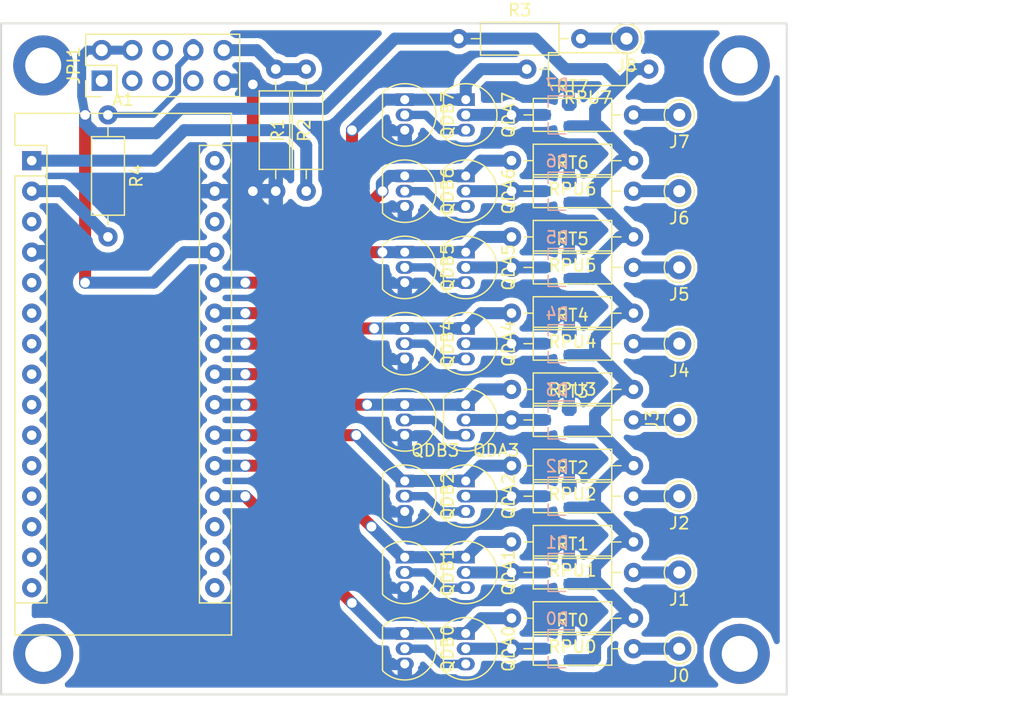
<source format=kicad_pcb>
(kicad_pcb (version 20171130) (host pcbnew 5.0.2-bee76a0~70~ubuntu16.04.1)

  (general
    (thickness 1.6)
    (drawings 8)
    (tracks 253)
    (zones 0)
    (modules 55)
    (nets 40)
  )

  (page A4)
  (layers
    (0 F.Cu signal)
    (31 B.Cu signal)
    (32 B.Adhes user)
    (33 F.Adhes user)
    (34 B.Paste user)
    (35 F.Paste user)
    (36 B.SilkS user)
    (37 F.SilkS user)
    (38 B.Mask user)
    (39 F.Mask user)
    (40 Dwgs.User user)
    (41 Cmts.User user)
    (42 Eco1.User user)
    (43 Eco2.User user)
    (44 Edge.Cuts user hide)
    (45 Margin user)
    (46 B.CrtYd user hide)
    (47 F.CrtYd user hide)
    (48 B.Fab user hide)
    (49 F.Fab user)
  )

  (setup
    (last_trace_width 1)
    (trace_clearance 0.1)
    (zone_clearance 0.5)
    (zone_45_only no)
    (trace_min 0.2)
    (segment_width 0.2)
    (edge_width 0.15)
    (via_size 1)
    (via_drill 0.8)
    (via_min_size 0.4)
    (via_min_drill 0.3)
    (uvia_size 0.3)
    (uvia_drill 0.1)
    (uvias_allowed no)
    (uvia_min_size 0.2)
    (uvia_min_drill 0.1)
    (pcb_text_width 0.3)
    (pcb_text_size 1.5 1.5)
    (mod_edge_width 0.15)
    (mod_text_size 1 1)
    (mod_text_width 0.15)
    (pad_size 1.524 1.524)
    (pad_drill 0.762)
    (pad_to_mask_clearance 0.051)
    (solder_mask_min_width 0.25)
    (aux_axis_origin 0 0)
    (visible_elements FFFFFF7F)
    (pcbplotparams
      (layerselection 0x010fc_ffffffff)
      (usegerberextensions false)
      (usegerberattributes false)
      (usegerberadvancedattributes false)
      (creategerberjobfile false)
      (excludeedgelayer true)
      (linewidth 0.100000)
      (plotframeref false)
      (viasonmask false)
      (mode 1)
      (useauxorigin false)
      (hpglpennumber 1)
      (hpglpenspeed 20)
      (hpglpendiameter 15.000000)
      (psnegative false)
      (psa4output false)
      (plotreference true)
      (plotvalue true)
      (plotinvisibletext false)
      (padsonsilk false)
      (subtractmaskfromsilk false)
      (outputformat 1)
      (mirror false)
      (drillshape 1)
      (scaleselection 1)
      (outputdirectory ""))
  )

  (net 0 "")
  (net 1 TX_ARDUINO)
  (net 2 RX_ARDUINO)
  (net 3 A0)
  (net 4 GND)
  (net 5 A1)
  (net 6 A2)
  (net 7 A3)
  (net 8 A4)
  (net 9 A5)
  (net 10 A6)
  (net 11 A7)
  (net 12 VCC)
  (net 13 "Net-(J0-Pad1)")
  (net 14 "Net-(J1-Pad1)")
  (net 15 "Net-(J2-Pad1)")
  (net 16 "Net-(J3-Pad1)")
  (net 17 "Net-(J4-Pad1)")
  (net 18 "Net-(J5-Pad1)")
  (net 19 "Net-(J6-Pad1)")
  (net 20 "Net-(J7-Pad1)")
  (net 21 "Net-(J8-Pad1)")
  (net 22 "Net-(JPI1-Pad8)")
  (net 23 "Net-(JPI1-Pad10)")
  (net 24 "Net-(QDA0-Pad3)")
  (net 25 "Net-(QDA1-Pad3)")
  (net 26 "Net-(QDA2-Pad3)")
  (net 27 "Net-(QDA3-Pad3)")
  (net 28 "Net-(QDA4-Pad3)")
  (net 29 "Net-(QDA5-Pad3)")
  (net 30 "Net-(QDA6-Pad3)")
  (net 31 "Net-(QDA7-Pad3)")
  (net 32 "Net-(D0-Pad3)")
  (net 33 "Net-(D1-Pad3)")
  (net 34 "Net-(D2-Pad3)")
  (net 35 "Net-(D3-Pad3)")
  (net 36 "Net-(D4-Pad3)")
  (net 37 "Net-(D5-Pad3)")
  (net 38 "Net-(D6-Pad3)")
  (net 39 "Net-(D7-Pad3)")

  (net_class Default "This is the default net class."
    (clearance 0.1)
    (trace_width 1)
    (via_dia 1)
    (via_drill 0.8)
    (uvia_dia 0.3)
    (uvia_drill 0.1)
    (add_net A0)
    (add_net A1)
    (add_net A2)
    (add_net A3)
    (add_net A4)
    (add_net A5)
    (add_net A6)
    (add_net A7)
    (add_net GND)
    (add_net "Net-(D0-Pad3)")
    (add_net "Net-(D1-Pad3)")
    (add_net "Net-(D2-Pad3)")
    (add_net "Net-(D3-Pad3)")
    (add_net "Net-(D4-Pad3)")
    (add_net "Net-(D5-Pad3)")
    (add_net "Net-(D6-Pad3)")
    (add_net "Net-(D7-Pad3)")
    (add_net "Net-(J0-Pad1)")
    (add_net "Net-(J1-Pad1)")
    (add_net "Net-(J2-Pad1)")
    (add_net "Net-(J3-Pad1)")
    (add_net "Net-(J4-Pad1)")
    (add_net "Net-(J5-Pad1)")
    (add_net "Net-(J6-Pad1)")
    (add_net "Net-(J7-Pad1)")
    (add_net "Net-(J8-Pad1)")
    (add_net "Net-(JPI1-Pad10)")
    (add_net "Net-(JPI1-Pad8)")
    (add_net "Net-(QDA0-Pad3)")
    (add_net "Net-(QDA1-Pad3)")
    (add_net "Net-(QDA2-Pad3)")
    (add_net "Net-(QDA3-Pad3)")
    (add_net "Net-(QDA4-Pad3)")
    (add_net "Net-(QDA5-Pad3)")
    (add_net "Net-(QDA6-Pad3)")
    (add_net "Net-(QDA7-Pad3)")
    (add_net RX_ARDUINO)
    (add_net TX_ARDUINO)
    (add_net VCC)
  )

  (module Module:Arduino_Nano (layer F.Cu) (tedit 58ACAF70) (tstamp 5E3A6417)
    (at 15.24 24.13)
    (descr "Arduino Nano, http://www.mouser.com/pdfdocs/Gravitech_Arduino_Nano3_0.pdf")
    (tags "Arduino Nano")
    (path /5E2DE164)
    (fp_text reference A1 (at 7.62 -5.08) (layer F.SilkS)
      (effects (font (size 1 1) (thickness 0.15)))
    )
    (fp_text value Arduino_Nano_v3.x (at 8.89 19.05 90) (layer F.Fab)
      (effects (font (size 1 1) (thickness 0.15)))
    )
    (fp_text user %R (at 6.35 19.05 90) (layer F.Fab)
      (effects (font (size 1 1) (thickness 0.15)))
    )
    (fp_line (start 1.27 1.27) (end 1.27 -1.27) (layer F.SilkS) (width 0.12))
    (fp_line (start 1.27 -1.27) (end -1.4 -1.27) (layer F.SilkS) (width 0.12))
    (fp_line (start -1.4 1.27) (end -1.4 39.5) (layer F.SilkS) (width 0.12))
    (fp_line (start -1.4 -3.94) (end -1.4 -1.27) (layer F.SilkS) (width 0.12))
    (fp_line (start 13.97 -1.27) (end 16.64 -1.27) (layer F.SilkS) (width 0.12))
    (fp_line (start 13.97 -1.27) (end 13.97 36.83) (layer F.SilkS) (width 0.12))
    (fp_line (start 13.97 36.83) (end 16.64 36.83) (layer F.SilkS) (width 0.12))
    (fp_line (start 1.27 1.27) (end -1.4 1.27) (layer F.SilkS) (width 0.12))
    (fp_line (start 1.27 1.27) (end 1.27 36.83) (layer F.SilkS) (width 0.12))
    (fp_line (start 1.27 36.83) (end -1.4 36.83) (layer F.SilkS) (width 0.12))
    (fp_line (start 3.81 31.75) (end 11.43 31.75) (layer F.Fab) (width 0.1))
    (fp_line (start 11.43 31.75) (end 11.43 41.91) (layer F.Fab) (width 0.1))
    (fp_line (start 11.43 41.91) (end 3.81 41.91) (layer F.Fab) (width 0.1))
    (fp_line (start 3.81 41.91) (end 3.81 31.75) (layer F.Fab) (width 0.1))
    (fp_line (start -1.4 39.5) (end 16.64 39.5) (layer F.SilkS) (width 0.12))
    (fp_line (start 16.64 39.5) (end 16.64 -3.94) (layer F.SilkS) (width 0.12))
    (fp_line (start 16.64 -3.94) (end -1.4 -3.94) (layer F.SilkS) (width 0.12))
    (fp_line (start 16.51 39.37) (end -1.27 39.37) (layer F.Fab) (width 0.1))
    (fp_line (start -1.27 39.37) (end -1.27 -2.54) (layer F.Fab) (width 0.1))
    (fp_line (start -1.27 -2.54) (end 0 -3.81) (layer F.Fab) (width 0.1))
    (fp_line (start 0 -3.81) (end 16.51 -3.81) (layer F.Fab) (width 0.1))
    (fp_line (start 16.51 -3.81) (end 16.51 39.37) (layer F.Fab) (width 0.1))
    (fp_line (start -1.53 -4.06) (end 16.75 -4.06) (layer F.CrtYd) (width 0.05))
    (fp_line (start -1.53 -4.06) (end -1.53 42.16) (layer F.CrtYd) (width 0.05))
    (fp_line (start 16.75 42.16) (end 16.75 -4.06) (layer F.CrtYd) (width 0.05))
    (fp_line (start 16.75 42.16) (end -1.53 42.16) (layer F.CrtYd) (width 0.05))
    (pad 1 thru_hole rect (at 0 0) (size 1.6 1.6) (drill 0.8) (layers *.Cu *.Mask)
      (net 1 TX_ARDUINO))
    (pad 17 thru_hole oval (at 15.24 33.02) (size 1.6 1.6) (drill 0.8) (layers *.Cu *.Mask))
    (pad 2 thru_hole oval (at 0 2.54) (size 1.6 1.6) (drill 0.8) (layers *.Cu *.Mask)
      (net 2 RX_ARDUINO))
    (pad 18 thru_hole oval (at 15.24 30.48) (size 1.6 1.6) (drill 0.8) (layers *.Cu *.Mask))
    (pad 3 thru_hole oval (at 0 5.08) (size 1.6 1.6) (drill 0.8) (layers *.Cu *.Mask))
    (pad 19 thru_hole oval (at 15.24 27.94) (size 1.6 1.6) (drill 0.8) (layers *.Cu *.Mask)
      (net 3 A0))
    (pad 4 thru_hole oval (at 0 7.62) (size 1.6 1.6) (drill 0.8) (layers *.Cu *.Mask)
      (net 4 GND))
    (pad 20 thru_hole oval (at 15.24 25.4) (size 1.6 1.6) (drill 0.8) (layers *.Cu *.Mask)
      (net 5 A1))
    (pad 5 thru_hole oval (at 0 10.16) (size 1.6 1.6) (drill 0.8) (layers *.Cu *.Mask))
    (pad 21 thru_hole oval (at 15.24 22.86) (size 1.6 1.6) (drill 0.8) (layers *.Cu *.Mask)
      (net 6 A2))
    (pad 6 thru_hole oval (at 0 12.7) (size 1.6 1.6) (drill 0.8) (layers *.Cu *.Mask))
    (pad 22 thru_hole oval (at 15.24 20.32) (size 1.6 1.6) (drill 0.8) (layers *.Cu *.Mask)
      (net 7 A3))
    (pad 7 thru_hole oval (at 0 15.24) (size 1.6 1.6) (drill 0.8) (layers *.Cu *.Mask))
    (pad 23 thru_hole oval (at 15.24 17.78) (size 1.6 1.6) (drill 0.8) (layers *.Cu *.Mask)
      (net 8 A4))
    (pad 8 thru_hole oval (at 0 17.78) (size 1.6 1.6) (drill 0.8) (layers *.Cu *.Mask))
    (pad 24 thru_hole oval (at 15.24 15.24) (size 1.6 1.6) (drill 0.8) (layers *.Cu *.Mask)
      (net 9 A5))
    (pad 9 thru_hole oval (at 0 20.32) (size 1.6 1.6) (drill 0.8) (layers *.Cu *.Mask))
    (pad 25 thru_hole oval (at 15.24 12.7) (size 1.6 1.6) (drill 0.8) (layers *.Cu *.Mask)
      (net 10 A6))
    (pad 10 thru_hole oval (at 0 22.86) (size 1.6 1.6) (drill 0.8) (layers *.Cu *.Mask))
    (pad 26 thru_hole oval (at 15.24 10.16) (size 1.6 1.6) (drill 0.8) (layers *.Cu *.Mask)
      (net 11 A7))
    (pad 11 thru_hole oval (at 0 25.4) (size 1.6 1.6) (drill 0.8) (layers *.Cu *.Mask))
    (pad 27 thru_hole oval (at 15.24 7.62) (size 1.6 1.6) (drill 0.8) (layers *.Cu *.Mask)
      (net 12 VCC))
    (pad 12 thru_hole oval (at 0 27.94) (size 1.6 1.6) (drill 0.8) (layers *.Cu *.Mask))
    (pad 28 thru_hole oval (at 15.24 5.08) (size 1.6 1.6) (drill 0.8) (layers *.Cu *.Mask))
    (pad 13 thru_hole oval (at 0 30.48) (size 1.6 1.6) (drill 0.8) (layers *.Cu *.Mask))
    (pad 29 thru_hole oval (at 15.24 2.54) (size 1.6 1.6) (drill 0.8) (layers *.Cu *.Mask)
      (net 4 GND))
    (pad 14 thru_hole oval (at 0 33.02) (size 1.6 1.6) (drill 0.8) (layers *.Cu *.Mask))
    (pad 30 thru_hole oval (at 15.24 0) (size 1.6 1.6) (drill 0.8) (layers *.Cu *.Mask))
    (pad 15 thru_hole oval (at 0 35.56) (size 1.6 1.6) (drill 0.8) (layers *.Cu *.Mask))
    (pad 16 thru_hole oval (at 15.24 35.56) (size 1.6 1.6) (drill 0.8) (layers *.Cu *.Mask))
    (model ${KISYS3DMOD}/Module.3dshapes/Arduino_Nano_WithMountingHoles.wrl
      (at (xyz 0 0 0))
      (scale (xyz 1 1 1))
      (rotate (xyz 0 0 0))
    )
  )

  (module Package_TO_SOT_SMD:SOT-23 (layer B.Cu) (tedit 5A02FF57) (tstamp 5E3A4108)
    (at 59.002575 64.77 180)
    (descr "SOT-23, Standard")
    (tags SOT-23)
    (path /5E2D8D32)
    (attr smd)
    (fp_text reference D0 (at 0 2.5 180) (layer B.SilkS)
      (effects (font (size 1 1) (thickness 0.15)) (justify mirror))
    )
    (fp_text value BAV99 (at 0 -2.5 180) (layer B.Fab)
      (effects (font (size 1 1) (thickness 0.15)) (justify mirror))
    )
    (fp_text user %R (at 0 0 90) (layer B.Fab)
      (effects (font (size 0.5 0.5) (thickness 0.075)) (justify mirror))
    )
    (fp_line (start -0.7 0.95) (end -0.7 -1.5) (layer B.Fab) (width 0.1))
    (fp_line (start -0.15 1.52) (end 0.7 1.52) (layer B.Fab) (width 0.1))
    (fp_line (start -0.7 0.95) (end -0.15 1.52) (layer B.Fab) (width 0.1))
    (fp_line (start 0.7 1.52) (end 0.7 -1.52) (layer B.Fab) (width 0.1))
    (fp_line (start -0.7 -1.52) (end 0.7 -1.52) (layer B.Fab) (width 0.1))
    (fp_line (start 0.76 -1.58) (end 0.76 -0.65) (layer B.SilkS) (width 0.12))
    (fp_line (start 0.76 1.58) (end 0.76 0.65) (layer B.SilkS) (width 0.12))
    (fp_line (start -1.7 1.75) (end 1.7 1.75) (layer B.CrtYd) (width 0.05))
    (fp_line (start 1.7 1.75) (end 1.7 -1.75) (layer B.CrtYd) (width 0.05))
    (fp_line (start 1.7 -1.75) (end -1.7 -1.75) (layer B.CrtYd) (width 0.05))
    (fp_line (start -1.7 -1.75) (end -1.7 1.75) (layer B.CrtYd) (width 0.05))
    (fp_line (start 0.76 1.58) (end -1.4 1.58) (layer B.SilkS) (width 0.12))
    (fp_line (start 0.76 -1.58) (end -0.7 -1.58) (layer B.SilkS) (width 0.12))
    (pad 1 smd rect (at -1 0.95 180) (size 0.9 0.8) (layers B.Cu B.Paste B.Mask)
      (net 4 GND))
    (pad 2 smd rect (at -1 -0.95 180) (size 0.9 0.8) (layers B.Cu B.Paste B.Mask)
      (net 12 VCC))
    (pad 3 smd rect (at 1 0 180) (size 0.9 0.8) (layers B.Cu B.Paste B.Mask)
      (net 32 "Net-(D0-Pad3)"))
    (model ${KISYS3DMOD}/Package_TO_SOT_SMD.3dshapes/SOT-23.wrl
      (at (xyz 0 0 0))
      (scale (xyz 1 1 1))
      (rotate (xyz 0 0 0))
    )
  )

  (module Package_TO_SOT_SMD:SOT-23 (layer B.Cu) (tedit 5A02FF57) (tstamp 5E3A1536)
    (at 59.002575 58.42 180)
    (descr "SOT-23, Standard")
    (tags SOT-23)
    (path /5E35129E)
    (attr smd)
    (fp_text reference D1 (at 0 2.5 180) (layer B.SilkS)
      (effects (font (size 1 1) (thickness 0.15)) (justify mirror))
    )
    (fp_text value BAV99 (at 0 -2.5 180) (layer B.Fab)
      (effects (font (size 1 1) (thickness 0.15)) (justify mirror))
    )
    (fp_text user %R (at 0 0 90) (layer B.Fab)
      (effects (font (size 0.5 0.5) (thickness 0.075)) (justify mirror))
    )
    (fp_line (start -0.7 0.95) (end -0.7 -1.5) (layer B.Fab) (width 0.1))
    (fp_line (start -0.15 1.52) (end 0.7 1.52) (layer B.Fab) (width 0.1))
    (fp_line (start -0.7 0.95) (end -0.15 1.52) (layer B.Fab) (width 0.1))
    (fp_line (start 0.7 1.52) (end 0.7 -1.52) (layer B.Fab) (width 0.1))
    (fp_line (start -0.7 -1.52) (end 0.7 -1.52) (layer B.Fab) (width 0.1))
    (fp_line (start 0.76 -1.58) (end 0.76 -0.65) (layer B.SilkS) (width 0.12))
    (fp_line (start 0.76 1.58) (end 0.76 0.65) (layer B.SilkS) (width 0.12))
    (fp_line (start -1.7 1.75) (end 1.7 1.75) (layer B.CrtYd) (width 0.05))
    (fp_line (start 1.7 1.75) (end 1.7 -1.75) (layer B.CrtYd) (width 0.05))
    (fp_line (start 1.7 -1.75) (end -1.7 -1.75) (layer B.CrtYd) (width 0.05))
    (fp_line (start -1.7 -1.75) (end -1.7 1.75) (layer B.CrtYd) (width 0.05))
    (fp_line (start 0.76 1.58) (end -1.4 1.58) (layer B.SilkS) (width 0.12))
    (fp_line (start 0.76 -1.58) (end -0.7 -1.58) (layer B.SilkS) (width 0.12))
    (pad 1 smd rect (at -1 0.95 180) (size 0.9 0.8) (layers B.Cu B.Paste B.Mask)
      (net 4 GND))
    (pad 2 smd rect (at -1 -0.95 180) (size 0.9 0.8) (layers B.Cu B.Paste B.Mask)
      (net 12 VCC))
    (pad 3 smd rect (at 1 0 180) (size 0.9 0.8) (layers B.Cu B.Paste B.Mask)
      (net 33 "Net-(D1-Pad3)"))
    (model ${KISYS3DMOD}/Package_TO_SOT_SMD.3dshapes/SOT-23.wrl
      (at (xyz 0 0 0))
      (scale (xyz 1 1 1))
      (rotate (xyz 0 0 0))
    )
  )

  (module Package_TO_SOT_SMD:SOT-23 (layer B.Cu) (tedit 5A02FF57) (tstamp 5E3A154B)
    (at 59.002575 52.07 180)
    (descr "SOT-23, Standard")
    (tags SOT-23)
    (path /5E35234F)
    (attr smd)
    (fp_text reference D2 (at 0 2.5 180) (layer B.SilkS)
      (effects (font (size 1 1) (thickness 0.15)) (justify mirror))
    )
    (fp_text value BAV99 (at 0 -2.5 180) (layer B.Fab)
      (effects (font (size 1 1) (thickness 0.15)) (justify mirror))
    )
    (fp_text user %R (at 0 0 90) (layer B.Fab)
      (effects (font (size 0.5 0.5) (thickness 0.075)) (justify mirror))
    )
    (fp_line (start -0.7 0.95) (end -0.7 -1.5) (layer B.Fab) (width 0.1))
    (fp_line (start -0.15 1.52) (end 0.7 1.52) (layer B.Fab) (width 0.1))
    (fp_line (start -0.7 0.95) (end -0.15 1.52) (layer B.Fab) (width 0.1))
    (fp_line (start 0.7 1.52) (end 0.7 -1.52) (layer B.Fab) (width 0.1))
    (fp_line (start -0.7 -1.52) (end 0.7 -1.52) (layer B.Fab) (width 0.1))
    (fp_line (start 0.76 -1.58) (end 0.76 -0.65) (layer B.SilkS) (width 0.12))
    (fp_line (start 0.76 1.58) (end 0.76 0.65) (layer B.SilkS) (width 0.12))
    (fp_line (start -1.7 1.75) (end 1.7 1.75) (layer B.CrtYd) (width 0.05))
    (fp_line (start 1.7 1.75) (end 1.7 -1.75) (layer B.CrtYd) (width 0.05))
    (fp_line (start 1.7 -1.75) (end -1.7 -1.75) (layer B.CrtYd) (width 0.05))
    (fp_line (start -1.7 -1.75) (end -1.7 1.75) (layer B.CrtYd) (width 0.05))
    (fp_line (start 0.76 1.58) (end -1.4 1.58) (layer B.SilkS) (width 0.12))
    (fp_line (start 0.76 -1.58) (end -0.7 -1.58) (layer B.SilkS) (width 0.12))
    (pad 1 smd rect (at -1 0.95 180) (size 0.9 0.8) (layers B.Cu B.Paste B.Mask)
      (net 4 GND))
    (pad 2 smd rect (at -1 -0.95 180) (size 0.9 0.8) (layers B.Cu B.Paste B.Mask)
      (net 12 VCC))
    (pad 3 smd rect (at 1 0 180) (size 0.9 0.8) (layers B.Cu B.Paste B.Mask)
      (net 34 "Net-(D2-Pad3)"))
    (model ${KISYS3DMOD}/Package_TO_SOT_SMD.3dshapes/SOT-23.wrl
      (at (xyz 0 0 0))
      (scale (xyz 1 1 1))
      (rotate (xyz 0 0 0))
    )
  )

  (module Package_TO_SOT_SMD:SOT-23 (layer B.Cu) (tedit 5A02FF57) (tstamp 5E3A4DE1)
    (at 59.002575 45.72 180)
    (descr "SOT-23, Standard")
    (tags SOT-23)
    (path /5E3523A9)
    (attr smd)
    (fp_text reference D3 (at 0 2.5 180) (layer B.SilkS)
      (effects (font (size 1 1) (thickness 0.15)) (justify mirror))
    )
    (fp_text value BAV99 (at 0 -2.5 180) (layer B.Fab)
      (effects (font (size 1 1) (thickness 0.15)) (justify mirror))
    )
    (fp_line (start 0.76 -1.58) (end -0.7 -1.58) (layer B.SilkS) (width 0.12))
    (fp_line (start 0.76 1.58) (end -1.4 1.58) (layer B.SilkS) (width 0.12))
    (fp_line (start -1.7 -1.75) (end -1.7 1.75) (layer B.CrtYd) (width 0.05))
    (fp_line (start 1.7 -1.75) (end -1.7 -1.75) (layer B.CrtYd) (width 0.05))
    (fp_line (start 1.7 1.75) (end 1.7 -1.75) (layer B.CrtYd) (width 0.05))
    (fp_line (start -1.7 1.75) (end 1.7 1.75) (layer B.CrtYd) (width 0.05))
    (fp_line (start 0.76 1.58) (end 0.76 0.65) (layer B.SilkS) (width 0.12))
    (fp_line (start 0.76 -1.58) (end 0.76 -0.65) (layer B.SilkS) (width 0.12))
    (fp_line (start -0.7 -1.52) (end 0.7 -1.52) (layer B.Fab) (width 0.1))
    (fp_line (start 0.7 1.52) (end 0.7 -1.52) (layer B.Fab) (width 0.1))
    (fp_line (start -0.7 0.95) (end -0.15 1.52) (layer B.Fab) (width 0.1))
    (fp_line (start -0.15 1.52) (end 0.7 1.52) (layer B.Fab) (width 0.1))
    (fp_line (start -0.7 0.95) (end -0.7 -1.5) (layer B.Fab) (width 0.1))
    (fp_text user %R (at 0 0 90) (layer B.Fab)
      (effects (font (size 0.5 0.5) (thickness 0.075)) (justify mirror))
    )
    (pad 3 smd rect (at 1 0 180) (size 0.9 0.8) (layers B.Cu B.Paste B.Mask)
      (net 35 "Net-(D3-Pad3)"))
    (pad 2 smd rect (at -1 -0.95 180) (size 0.9 0.8) (layers B.Cu B.Paste B.Mask)
      (net 12 VCC))
    (pad 1 smd rect (at -1 0.95 180) (size 0.9 0.8) (layers B.Cu B.Paste B.Mask)
      (net 4 GND))
    (model ${KISYS3DMOD}/Package_TO_SOT_SMD.3dshapes/SOT-23.wrl
      (at (xyz 0 0 0))
      (scale (xyz 1 1 1))
      (rotate (xyz 0 0 0))
    )
  )

  (module Package_TO_SOT_SMD:SOT-23 (layer B.Cu) (tedit 5A02FF57) (tstamp 5E3A1575)
    (at 59.002575 39.37 180)
    (descr "SOT-23, Standard")
    (tags SOT-23)
    (path /5E354530)
    (attr smd)
    (fp_text reference D4 (at 0 2.5 180) (layer B.SilkS)
      (effects (font (size 1 1) (thickness 0.15)) (justify mirror))
    )
    (fp_text value BAV99 (at 0 -2.5 180) (layer B.Fab)
      (effects (font (size 1 1) (thickness 0.15)) (justify mirror))
    )
    (fp_line (start 0.76 -1.58) (end -0.7 -1.58) (layer B.SilkS) (width 0.12))
    (fp_line (start 0.76 1.58) (end -1.4 1.58) (layer B.SilkS) (width 0.12))
    (fp_line (start -1.7 -1.75) (end -1.7 1.75) (layer B.CrtYd) (width 0.05))
    (fp_line (start 1.7 -1.75) (end -1.7 -1.75) (layer B.CrtYd) (width 0.05))
    (fp_line (start 1.7 1.75) (end 1.7 -1.75) (layer B.CrtYd) (width 0.05))
    (fp_line (start -1.7 1.75) (end 1.7 1.75) (layer B.CrtYd) (width 0.05))
    (fp_line (start 0.76 1.58) (end 0.76 0.65) (layer B.SilkS) (width 0.12))
    (fp_line (start 0.76 -1.58) (end 0.76 -0.65) (layer B.SilkS) (width 0.12))
    (fp_line (start -0.7 -1.52) (end 0.7 -1.52) (layer B.Fab) (width 0.1))
    (fp_line (start 0.7 1.52) (end 0.7 -1.52) (layer B.Fab) (width 0.1))
    (fp_line (start -0.7 0.95) (end -0.15 1.52) (layer B.Fab) (width 0.1))
    (fp_line (start -0.15 1.52) (end 0.7 1.52) (layer B.Fab) (width 0.1))
    (fp_line (start -0.7 0.95) (end -0.7 -1.5) (layer B.Fab) (width 0.1))
    (fp_text user %R (at 0 0 90) (layer B.Fab)
      (effects (font (size 0.5 0.5) (thickness 0.075)) (justify mirror))
    )
    (pad 3 smd rect (at 1 0 180) (size 0.9 0.8) (layers B.Cu B.Paste B.Mask)
      (net 36 "Net-(D4-Pad3)"))
    (pad 2 smd rect (at -1 -0.95 180) (size 0.9 0.8) (layers B.Cu B.Paste B.Mask)
      (net 12 VCC))
    (pad 1 smd rect (at -1 0.95 180) (size 0.9 0.8) (layers B.Cu B.Paste B.Mask)
      (net 4 GND))
    (model ${KISYS3DMOD}/Package_TO_SOT_SMD.3dshapes/SOT-23.wrl
      (at (xyz 0 0 0))
      (scale (xyz 1 1 1))
      (rotate (xyz 0 0 0))
    )
  )

  (module Package_TO_SOT_SMD:SOT-23 (layer B.Cu) (tedit 5A02FF57) (tstamp 5E3A158A)
    (at 59.002575 33.02 180)
    (descr "SOT-23, Standard")
    (tags SOT-23)
    (path /5E35458A)
    (attr smd)
    (fp_text reference D5 (at 0 2.5 180) (layer B.SilkS)
      (effects (font (size 1 1) (thickness 0.15)) (justify mirror))
    )
    (fp_text value BAV99 (at 0 -2.5 180) (layer B.Fab)
      (effects (font (size 1 1) (thickness 0.15)) (justify mirror))
    )
    (fp_line (start 0.76 -1.58) (end -0.7 -1.58) (layer B.SilkS) (width 0.12))
    (fp_line (start 0.76 1.58) (end -1.4 1.58) (layer B.SilkS) (width 0.12))
    (fp_line (start -1.7 -1.75) (end -1.7 1.75) (layer B.CrtYd) (width 0.05))
    (fp_line (start 1.7 -1.75) (end -1.7 -1.75) (layer B.CrtYd) (width 0.05))
    (fp_line (start 1.7 1.75) (end 1.7 -1.75) (layer B.CrtYd) (width 0.05))
    (fp_line (start -1.7 1.75) (end 1.7 1.75) (layer B.CrtYd) (width 0.05))
    (fp_line (start 0.76 1.58) (end 0.76 0.65) (layer B.SilkS) (width 0.12))
    (fp_line (start 0.76 -1.58) (end 0.76 -0.65) (layer B.SilkS) (width 0.12))
    (fp_line (start -0.7 -1.52) (end 0.7 -1.52) (layer B.Fab) (width 0.1))
    (fp_line (start 0.7 1.52) (end 0.7 -1.52) (layer B.Fab) (width 0.1))
    (fp_line (start -0.7 0.95) (end -0.15 1.52) (layer B.Fab) (width 0.1))
    (fp_line (start -0.15 1.52) (end 0.7 1.52) (layer B.Fab) (width 0.1))
    (fp_line (start -0.7 0.95) (end -0.7 -1.5) (layer B.Fab) (width 0.1))
    (fp_text user %R (at 0 0 90) (layer B.Fab)
      (effects (font (size 0.5 0.5) (thickness 0.075)) (justify mirror))
    )
    (pad 3 smd rect (at 1 0 180) (size 0.9 0.8) (layers B.Cu B.Paste B.Mask)
      (net 37 "Net-(D5-Pad3)"))
    (pad 2 smd rect (at -1 -0.95 180) (size 0.9 0.8) (layers B.Cu B.Paste B.Mask)
      (net 12 VCC))
    (pad 1 smd rect (at -1 0.95 180) (size 0.9 0.8) (layers B.Cu B.Paste B.Mask)
      (net 4 GND))
    (model ${KISYS3DMOD}/Package_TO_SOT_SMD.3dshapes/SOT-23.wrl
      (at (xyz 0 0 0))
      (scale (xyz 1 1 1))
      (rotate (xyz 0 0 0))
    )
  )

  (module Package_TO_SOT_SMD:SOT-23 (layer B.Cu) (tedit 5A02FF57) (tstamp 5E3A5BEA)
    (at 59.002575 26.67 180)
    (descr "SOT-23, Standard")
    (tags SOT-23)
    (path /5E3545E4)
    (attr smd)
    (fp_text reference D6 (at 0 2.5 180) (layer B.SilkS)
      (effects (font (size 1 1) (thickness 0.15)) (justify mirror))
    )
    (fp_text value BAV99 (at 0 -2.5 180) (layer B.Fab)
      (effects (font (size 1 1) (thickness 0.15)) (justify mirror))
    )
    (fp_line (start 0.76 -1.58) (end -0.7 -1.58) (layer B.SilkS) (width 0.12))
    (fp_line (start 0.76 1.58) (end -1.4 1.58) (layer B.SilkS) (width 0.12))
    (fp_line (start -1.7 -1.75) (end -1.7 1.75) (layer B.CrtYd) (width 0.05))
    (fp_line (start 1.7 -1.75) (end -1.7 -1.75) (layer B.CrtYd) (width 0.05))
    (fp_line (start 1.7 1.75) (end 1.7 -1.75) (layer B.CrtYd) (width 0.05))
    (fp_line (start -1.7 1.75) (end 1.7 1.75) (layer B.CrtYd) (width 0.05))
    (fp_line (start 0.76 1.58) (end 0.76 0.65) (layer B.SilkS) (width 0.12))
    (fp_line (start 0.76 -1.58) (end 0.76 -0.65) (layer B.SilkS) (width 0.12))
    (fp_line (start -0.7 -1.52) (end 0.7 -1.52) (layer B.Fab) (width 0.1))
    (fp_line (start 0.7 1.52) (end 0.7 -1.52) (layer B.Fab) (width 0.1))
    (fp_line (start -0.7 0.95) (end -0.15 1.52) (layer B.Fab) (width 0.1))
    (fp_line (start -0.15 1.52) (end 0.7 1.52) (layer B.Fab) (width 0.1))
    (fp_line (start -0.7 0.95) (end -0.7 -1.5) (layer B.Fab) (width 0.1))
    (fp_text user %R (at 0 0 90) (layer B.Fab)
      (effects (font (size 0.5 0.5) (thickness 0.075)) (justify mirror))
    )
    (pad 3 smd rect (at 1 0 180) (size 0.9 0.8) (layers B.Cu B.Paste B.Mask)
      (net 38 "Net-(D6-Pad3)"))
    (pad 2 smd rect (at -1 -0.95 180) (size 0.9 0.8) (layers B.Cu B.Paste B.Mask)
      (net 12 VCC))
    (pad 1 smd rect (at -1 0.95 180) (size 0.9 0.8) (layers B.Cu B.Paste B.Mask)
      (net 4 GND))
    (model ${KISYS3DMOD}/Package_TO_SOT_SMD.3dshapes/SOT-23.wrl
      (at (xyz 0 0 0))
      (scale (xyz 1 1 1))
      (rotate (xyz 0 0 0))
    )
  )

  (module Package_TO_SOT_SMD:SOT-23 (layer B.Cu) (tedit 5A02FF57) (tstamp 5E3A15B4)
    (at 59.002575 20.32 180)
    (descr "SOT-23, Standard")
    (tags SOT-23)
    (path /5E35463E)
    (attr smd)
    (fp_text reference D7 (at 0 2.5 180) (layer B.SilkS)
      (effects (font (size 1 1) (thickness 0.15)) (justify mirror))
    )
    (fp_text value BAV99 (at 0 -2.5 180) (layer B.Fab)
      (effects (font (size 1 1) (thickness 0.15)) (justify mirror))
    )
    (fp_text user %R (at 0 0 90) (layer B.Fab)
      (effects (font (size 0.5 0.5) (thickness 0.075)) (justify mirror))
    )
    (fp_line (start -0.7 0.95) (end -0.7 -1.5) (layer B.Fab) (width 0.1))
    (fp_line (start -0.15 1.52) (end 0.7 1.52) (layer B.Fab) (width 0.1))
    (fp_line (start -0.7 0.95) (end -0.15 1.52) (layer B.Fab) (width 0.1))
    (fp_line (start 0.7 1.52) (end 0.7 -1.52) (layer B.Fab) (width 0.1))
    (fp_line (start -0.7 -1.52) (end 0.7 -1.52) (layer B.Fab) (width 0.1))
    (fp_line (start 0.76 -1.58) (end 0.76 -0.65) (layer B.SilkS) (width 0.12))
    (fp_line (start 0.76 1.58) (end 0.76 0.65) (layer B.SilkS) (width 0.12))
    (fp_line (start -1.7 1.75) (end 1.7 1.75) (layer B.CrtYd) (width 0.05))
    (fp_line (start 1.7 1.75) (end 1.7 -1.75) (layer B.CrtYd) (width 0.05))
    (fp_line (start 1.7 -1.75) (end -1.7 -1.75) (layer B.CrtYd) (width 0.05))
    (fp_line (start -1.7 -1.75) (end -1.7 1.75) (layer B.CrtYd) (width 0.05))
    (fp_line (start 0.76 1.58) (end -1.4 1.58) (layer B.SilkS) (width 0.12))
    (fp_line (start 0.76 -1.58) (end -0.7 -1.58) (layer B.SilkS) (width 0.12))
    (pad 1 smd rect (at -1 0.95 180) (size 0.9 0.8) (layers B.Cu B.Paste B.Mask)
      (net 4 GND))
    (pad 2 smd rect (at -1 -0.95 180) (size 0.9 0.8) (layers B.Cu B.Paste B.Mask)
      (net 12 VCC))
    (pad 3 smd rect (at 1 0 180) (size 0.9 0.8) (layers B.Cu B.Paste B.Mask)
      (net 39 "Net-(D7-Pad3)"))
    (model ${KISYS3DMOD}/Package_TO_SOT_SMD.3dshapes/SOT-23.wrl
      (at (xyz 0 0 0))
      (scale (xyz 1 1 1))
      (rotate (xyz 0 0 0))
    )
  )

  (module Connector_Pin:Pin_D1.0mm_L10.0mm (layer F.Cu) (tedit 5A1DC084) (tstamp 5E3A40E2)
    (at 69.162575 64.77)
    (descr "solder Pin_ diameter 1.0mm, hole diameter 1.0mm (press fit), length 10.0mm")
    (tags "solder Pin_ press fit")
    (path /5E28E8A3)
    (fp_text reference J0 (at 0 2.25) (layer F.SilkS)
      (effects (font (size 1 1) (thickness 0.15)))
    )
    (fp_text value Conn_Touch (at 0 -2.05) (layer F.Fab)
      (effects (font (size 1 1) (thickness 0.15)))
    )
    (fp_circle (center 0 0) (end 1.25 0.05) (layer F.SilkS) (width 0.12))
    (fp_circle (center 0 0) (end 1 0) (layer F.Fab) (width 0.12))
    (fp_circle (center 0 0) (end 0.5 0) (layer F.Fab) (width 0.12))
    (fp_circle (center 0 0) (end 1.5 0) (layer F.CrtYd) (width 0.05))
    (fp_text user %R (at 0 2.25) (layer F.Fab)
      (effects (font (size 1 1) (thickness 0.15)))
    )
    (pad 1 thru_hole circle (at 0 0) (size 2 2) (drill 1) (layers *.Cu *.Mask)
      (net 13 "Net-(J0-Pad1)"))
    (model ${KISYS3DMOD}/Connector_Pin.3dshapes/Pin_D1.0mm_L10.0mm.wrl
      (at (xyz 0 0 0))
      (scale (xyz 1 1 1))
      (rotate (xyz 0 0 0))
    )
  )

  (module Connector_Pin:Pin_D1.0mm_L10.0mm (layer F.Cu) (tedit 5A1DC084) (tstamp 5E3A15C8)
    (at 69.162575 58.42)
    (descr "solder Pin_ diameter 1.0mm, hole diameter 1.0mm (press fit), length 10.0mm")
    (tags "solder Pin_ press fit")
    (path /5E351297)
    (fp_text reference J1 (at 0 2.25) (layer F.SilkS)
      (effects (font (size 1 1) (thickness 0.15)))
    )
    (fp_text value Conn_Touch (at 0 -2.05) (layer F.Fab)
      (effects (font (size 1 1) (thickness 0.15)))
    )
    (fp_text user %R (at 0 2.25) (layer F.Fab)
      (effects (font (size 1 1) (thickness 0.15)))
    )
    (fp_circle (center 0 0) (end 1.5 0) (layer F.CrtYd) (width 0.05))
    (fp_circle (center 0 0) (end 0.5 0) (layer F.Fab) (width 0.12))
    (fp_circle (center 0 0) (end 1 0) (layer F.Fab) (width 0.12))
    (fp_circle (center 0 0) (end 1.25 0.05) (layer F.SilkS) (width 0.12))
    (pad 1 thru_hole circle (at 0 0) (size 2 2) (drill 1) (layers *.Cu *.Mask)
      (net 14 "Net-(J1-Pad1)"))
    (model ${KISYS3DMOD}/Connector_Pin.3dshapes/Pin_D1.0mm_L10.0mm.wrl
      (at (xyz 0 0 0))
      (scale (xyz 1 1 1))
      (rotate (xyz 0 0 0))
    )
  )

  (module Connector_Pin:Pin_D1.0mm_L10.0mm (layer F.Cu) (tedit 5A1DC084) (tstamp 5E3A2A30)
    (at 69.162575 52.07)
    (descr "solder Pin_ diameter 1.0mm, hole diameter 1.0mm (press fit), length 10.0mm")
    (tags "solder Pin_ press fit")
    (path /5E352348)
    (fp_text reference J2 (at 0 2.25) (layer F.SilkS)
      (effects (font (size 1 1) (thickness 0.15)))
    )
    (fp_text value Conn_Touch (at 0 -2.05) (layer F.Fab)
      (effects (font (size 1 1) (thickness 0.15)))
    )
    (fp_circle (center 0 0) (end 1.25 0.05) (layer F.SilkS) (width 0.12))
    (fp_circle (center 0 0) (end 1 0) (layer F.Fab) (width 0.12))
    (fp_circle (center 0 0) (end 0.5 0) (layer F.Fab) (width 0.12))
    (fp_circle (center 0 0) (end 1.5 0) (layer F.CrtYd) (width 0.05))
    (fp_text user %R (at 0 2.25) (layer F.Fab)
      (effects (font (size 1 1) (thickness 0.15)))
    )
    (pad 1 thru_hole circle (at 0 0) (size 2 2) (drill 1) (layers *.Cu *.Mask)
      (net 15 "Net-(J2-Pad1)"))
    (model ${KISYS3DMOD}/Connector_Pin.3dshapes/Pin_D1.0mm_L10.0mm.wrl
      (at (xyz 0 0 0))
      (scale (xyz 1 1 1))
      (rotate (xyz 0 0 0))
    )
  )

  (module Connector_Pin:Pin_D1.0mm_L10.0mm (layer F.Cu) (tedit 5A1DC084) (tstamp 5E3A4DBB)
    (at 69.162575 45.72 270)
    (descr "solder Pin_ diameter 1.0mm, hole diameter 1.0mm (press fit), length 10.0mm")
    (tags "solder Pin_ press fit")
    (path /5E3523A2)
    (fp_text reference J3 (at 0 2.25 270) (layer F.SilkS)
      (effects (font (size 1 1) (thickness 0.15)))
    )
    (fp_text value Conn_Touch (at 0 -2.05 270) (layer F.Fab)
      (effects (font (size 1 1) (thickness 0.15)))
    )
    (fp_text user %R (at 0 2.25 270) (layer F.Fab)
      (effects (font (size 1 1) (thickness 0.15)))
    )
    (fp_circle (center 0 0) (end 1.5 0) (layer F.CrtYd) (width 0.05))
    (fp_circle (center 0 0) (end 0.5 0) (layer F.Fab) (width 0.12))
    (fp_circle (center 0 0) (end 1 0) (layer F.Fab) (width 0.12))
    (fp_circle (center 0 0) (end 1.25 0.05) (layer F.SilkS) (width 0.12))
    (pad 1 thru_hole circle (at 0 0 270) (size 2 2) (drill 1) (layers *.Cu *.Mask)
      (net 16 "Net-(J3-Pad1)"))
    (model ${KISYS3DMOD}/Connector_Pin.3dshapes/Pin_D1.0mm_L10.0mm.wrl
      (at (xyz 0 0 0))
      (scale (xyz 1 1 1))
      (rotate (xyz 0 0 0))
    )
  )

  (module Connector_Pin:Pin_D1.0mm_L10.0mm (layer F.Cu) (tedit 5A1DC084) (tstamp 5E3A15E6)
    (at 69.162575 39.37)
    (descr "solder Pin_ diameter 1.0mm, hole diameter 1.0mm (press fit), length 10.0mm")
    (tags "solder Pin_ press fit")
    (path /5E354529)
    (fp_text reference J4 (at 0 2.25) (layer F.SilkS)
      (effects (font (size 1 1) (thickness 0.15)))
    )
    (fp_text value Conn_Touch (at 0 -2.05) (layer F.Fab)
      (effects (font (size 1 1) (thickness 0.15)))
    )
    (fp_text user %R (at 0 2.25) (layer F.Fab)
      (effects (font (size 1 1) (thickness 0.15)))
    )
    (fp_circle (center 0 0) (end 1.5 0) (layer F.CrtYd) (width 0.05))
    (fp_circle (center 0 0) (end 0.5 0) (layer F.Fab) (width 0.12))
    (fp_circle (center 0 0) (end 1 0) (layer F.Fab) (width 0.12))
    (fp_circle (center 0 0) (end 1.25 0.05) (layer F.SilkS) (width 0.12))
    (pad 1 thru_hole circle (at 0 0) (size 2 2) (drill 1) (layers *.Cu *.Mask)
      (net 17 "Net-(J4-Pad1)"))
    (model ${KISYS3DMOD}/Connector_Pin.3dshapes/Pin_D1.0mm_L10.0mm.wrl
      (at (xyz 0 0 0))
      (scale (xyz 1 1 1))
      (rotate (xyz 0 0 0))
    )
  )

  (module Connector_Pin:Pin_D1.0mm_L10.0mm (layer F.Cu) (tedit 5A1DC084) (tstamp 5E3A15F0)
    (at 69.162575 33.02)
    (descr "solder Pin_ diameter 1.0mm, hole diameter 1.0mm (press fit), length 10.0mm")
    (tags "solder Pin_ press fit")
    (path /5E354583)
    (fp_text reference J5 (at 0 2.25) (layer F.SilkS)
      (effects (font (size 1 1) (thickness 0.15)))
    )
    (fp_text value Conn_Touch (at 0 -2.05) (layer F.Fab)
      (effects (font (size 1 1) (thickness 0.15)))
    )
    (fp_text user %R (at 0 2.25) (layer F.Fab)
      (effects (font (size 1 1) (thickness 0.15)))
    )
    (fp_circle (center 0 0) (end 1.5 0) (layer F.CrtYd) (width 0.05))
    (fp_circle (center 0 0) (end 0.5 0) (layer F.Fab) (width 0.12))
    (fp_circle (center 0 0) (end 1 0) (layer F.Fab) (width 0.12))
    (fp_circle (center 0 0) (end 1.25 0.05) (layer F.SilkS) (width 0.12))
    (pad 1 thru_hole circle (at 0 0) (size 2 2) (drill 1) (layers *.Cu *.Mask)
      (net 18 "Net-(J5-Pad1)"))
    (model ${KISYS3DMOD}/Connector_Pin.3dshapes/Pin_D1.0mm_L10.0mm.wrl
      (at (xyz 0 0 0))
      (scale (xyz 1 1 1))
      (rotate (xyz 0 0 0))
    )
  )

  (module Connector_Pin:Pin_D1.0mm_L10.0mm (layer F.Cu) (tedit 5A1DC084) (tstamp 5E3A15FA)
    (at 69.162575 26.67)
    (descr "solder Pin_ diameter 1.0mm, hole diameter 1.0mm (press fit), length 10.0mm")
    (tags "solder Pin_ press fit")
    (path /5E3545DD)
    (fp_text reference J6 (at 0 2.25) (layer F.SilkS)
      (effects (font (size 1 1) (thickness 0.15)))
    )
    (fp_text value Conn_Touch (at 0 -2.05) (layer F.Fab)
      (effects (font (size 1 1) (thickness 0.15)))
    )
    (fp_text user %R (at 0 2.25) (layer F.Fab)
      (effects (font (size 1 1) (thickness 0.15)))
    )
    (fp_circle (center 0 0) (end 1.5 0) (layer F.CrtYd) (width 0.05))
    (fp_circle (center 0 0) (end 0.5 0) (layer F.Fab) (width 0.12))
    (fp_circle (center 0 0) (end 1 0) (layer F.Fab) (width 0.12))
    (fp_circle (center 0 0) (end 1.25 0.05) (layer F.SilkS) (width 0.12))
    (pad 1 thru_hole circle (at 0 0) (size 2 2) (drill 1) (layers *.Cu *.Mask)
      (net 19 "Net-(J6-Pad1)"))
    (model ${KISYS3DMOD}/Connector_Pin.3dshapes/Pin_D1.0mm_L10.0mm.wrl
      (at (xyz 0 0 0))
      (scale (xyz 1 1 1))
      (rotate (xyz 0 0 0))
    )
  )

  (module Connector_Pin:Pin_D1.0mm_L10.0mm (layer F.Cu) (tedit 5A1DC084) (tstamp 5E3A1604)
    (at 69.162575 20.32)
    (descr "solder Pin_ diameter 1.0mm, hole diameter 1.0mm (press fit), length 10.0mm")
    (tags "solder Pin_ press fit")
    (path /5E354637)
    (fp_text reference J7 (at 0 2.25) (layer F.SilkS)
      (effects (font (size 1 1) (thickness 0.15)))
    )
    (fp_text value Conn_Touch (at 0 -2.05) (layer F.Fab)
      (effects (font (size 1 1) (thickness 0.15)))
    )
    (fp_circle (center 0 0) (end 1.25 0.05) (layer F.SilkS) (width 0.12))
    (fp_circle (center 0 0) (end 1 0) (layer F.Fab) (width 0.12))
    (fp_circle (center 0 0) (end 0.5 0) (layer F.Fab) (width 0.12))
    (fp_circle (center 0 0) (end 1.5 0) (layer F.CrtYd) (width 0.05))
    (fp_text user %R (at 0 2.25) (layer F.Fab)
      (effects (font (size 1 1) (thickness 0.15)))
    )
    (pad 1 thru_hole circle (at 0 0) (size 2 2) (drill 1) (layers *.Cu *.Mask)
      (net 20 "Net-(J7-Pad1)"))
    (model ${KISYS3DMOD}/Connector_Pin.3dshapes/Pin_D1.0mm_L10.0mm.wrl
      (at (xyz 0 0 0))
      (scale (xyz 1 1 1))
      (rotate (xyz 0 0 0))
    )
  )

  (module Connector_Pin:Pin_D1.0mm_L10.0mm (layer F.Cu) (tedit 5A1DC084) (tstamp 5E3A160E)
    (at 64.77 13.97)
    (descr "solder Pin_ diameter 1.0mm, hole diameter 1.0mm (press fit), length 10.0mm")
    (tags "solder Pin_ press fit")
    (path /5E28DC81)
    (fp_text reference J8 (at 0 2.25) (layer F.SilkS)
      (effects (font (size 1 1) (thickness 0.15)))
    )
    (fp_text value Comm (at 0 -2.05) (layer F.Fab)
      (effects (font (size 1 1) (thickness 0.15)))
    )
    (fp_circle (center 0 0) (end 1.25 0.05) (layer F.SilkS) (width 0.12))
    (fp_circle (center 0 0) (end 1 0) (layer F.Fab) (width 0.12))
    (fp_circle (center 0 0) (end 0.5 0) (layer F.Fab) (width 0.12))
    (fp_circle (center 0 0) (end 1.5 0) (layer F.CrtYd) (width 0.05))
    (fp_text user %R (at 0 2.25) (layer F.Fab)
      (effects (font (size 1 1) (thickness 0.15)))
    )
    (pad 1 thru_hole circle (at 0 0) (size 2 2) (drill 1) (layers *.Cu *.Mask)
      (net 21 "Net-(J8-Pad1)"))
    (model ${KISYS3DMOD}/Connector_Pin.3dshapes/Pin_D1.0mm_L10.0mm.wrl
      (at (xyz 0 0 0))
      (scale (xyz 1 1 1))
      (rotate (xyz 0 0 0))
    )
  )

  (module Connector_PinHeader_2.54mm:PinHeader_2x05_P2.54mm_Vertical (layer F.Cu) (tedit 59FED5CC) (tstamp 5E3A24C7)
    (at 21.07 17.47 90)
    (descr "Through hole straight pin header, 2x05, 2.54mm pitch, double rows")
    (tags "Through hole pin header THT 2x05 2.54mm double row")
    (path /5E28CCD4)
    (fp_text reference JPI1 (at 1.27 -2.33 90) (layer F.SilkS)
      (effects (font (size 1 1) (thickness 0.15)))
    )
    (fp_text value Conn_Pi (at 1.27 12.49 90) (layer F.Fab)
      (effects (font (size 1 1) (thickness 0.15)))
    )
    (fp_line (start 0 -1.27) (end 3.81 -1.27) (layer F.Fab) (width 0.1))
    (fp_line (start 3.81 -1.27) (end 3.81 11.43) (layer F.Fab) (width 0.1))
    (fp_line (start 3.81 11.43) (end -1.27 11.43) (layer F.Fab) (width 0.1))
    (fp_line (start -1.27 11.43) (end -1.27 0) (layer F.Fab) (width 0.1))
    (fp_line (start -1.27 0) (end 0 -1.27) (layer F.Fab) (width 0.1))
    (fp_line (start -1.33 11.49) (end 3.87 11.49) (layer F.SilkS) (width 0.12))
    (fp_line (start -1.33 1.27) (end -1.33 11.49) (layer F.SilkS) (width 0.12))
    (fp_line (start 3.87 -1.33) (end 3.87 11.49) (layer F.SilkS) (width 0.12))
    (fp_line (start -1.33 1.27) (end 1.27 1.27) (layer F.SilkS) (width 0.12))
    (fp_line (start 1.27 1.27) (end 1.27 -1.33) (layer F.SilkS) (width 0.12))
    (fp_line (start 1.27 -1.33) (end 3.87 -1.33) (layer F.SilkS) (width 0.12))
    (fp_line (start -1.33 0) (end -1.33 -1.33) (layer F.SilkS) (width 0.12))
    (fp_line (start -1.33 -1.33) (end 0 -1.33) (layer F.SilkS) (width 0.12))
    (fp_line (start -1.8 -1.8) (end -1.8 11.95) (layer F.CrtYd) (width 0.05))
    (fp_line (start -1.8 11.95) (end 4.35 11.95) (layer F.CrtYd) (width 0.05))
    (fp_line (start 4.35 11.95) (end 4.35 -1.8) (layer F.CrtYd) (width 0.05))
    (fp_line (start 4.35 -1.8) (end -1.8 -1.8) (layer F.CrtYd) (width 0.05))
    (fp_text user %R (at 1.27 5.08 180) (layer F.Fab)
      (effects (font (size 1 1) (thickness 0.15)))
    )
    (pad 1 thru_hole rect (at 0 0 90) (size 1.7 1.7) (drill 1) (layers *.Cu *.Mask))
    (pad 2 thru_hole oval (at 2.54 0 90) (size 1.7 1.7) (drill 1) (layers *.Cu *.Mask)
      (net 12 VCC))
    (pad 3 thru_hole oval (at 0 2.54 90) (size 1.7 1.7) (drill 1) (layers *.Cu *.Mask))
    (pad 4 thru_hole oval (at 2.54 2.54 90) (size 1.7 1.7) (drill 1) (layers *.Cu *.Mask)
      (net 12 VCC))
    (pad 5 thru_hole oval (at 0 5.08 90) (size 1.7 1.7) (drill 1) (layers *.Cu *.Mask))
    (pad 6 thru_hole oval (at 2.54 5.08 90) (size 1.7 1.7) (drill 1) (layers *.Cu *.Mask)
      (net 4 GND))
    (pad 7 thru_hole oval (at 0 7.62 90) (size 1.7 1.7) (drill 1) (layers *.Cu *.Mask))
    (pad 8 thru_hole oval (at 2.54 7.62 90) (size 1.7 1.7) (drill 1) (layers *.Cu *.Mask)
      (net 22 "Net-(JPI1-Pad8)"))
    (pad 9 thru_hole oval (at 0 10.16 90) (size 1.7 1.7) (drill 1) (layers *.Cu *.Mask)
      (net 4 GND))
    (pad 10 thru_hole oval (at 2.54 10.16 90) (size 1.7 1.7) (drill 1) (layers *.Cu *.Mask)
      (net 23 "Net-(JPI1-Pad10)"))
    (model ${KISYS3DMOD}/Connector_PinHeader_2.54mm.3dshapes/PinHeader_2x05_P2.54mm_Vertical.wrl
      (at (xyz 0 0 0))
      (scale (xyz 1 1 1))
      (rotate (xyz 0 0 0))
    )
  )

  (module Package_TO_SOT_THT:TO-92_Inline (layer F.Cu) (tedit 5A1DD157) (tstamp 5E3A29C7)
    (at 51.382575 63.5 270)
    (descr "TO-92 leads in-line, narrow, oval pads, drill 0.75mm (see NXP sot054_po.pdf)")
    (tags "to-92 sc-43 sc-43a sot54 PA33 transistor")
    (path /5E28C7E6)
    (fp_text reference QDA0 (at 1.27 -3.56 270) (layer F.SilkS)
      (effects (font (size 1 1) (thickness 0.15)))
    )
    (fp_text value BC337 (at 1.27 2.79 270) (layer F.Fab)
      (effects (font (size 1 1) (thickness 0.15)))
    )
    (fp_arc (start 1.27 0) (end 1.27 -2.6) (angle 135) (layer F.SilkS) (width 0.12))
    (fp_arc (start 1.27 0) (end 1.27 -2.48) (angle -135) (layer F.Fab) (width 0.1))
    (fp_arc (start 1.27 0) (end 1.27 -2.6) (angle -135) (layer F.SilkS) (width 0.12))
    (fp_arc (start 1.27 0) (end 1.27 -2.48) (angle 135) (layer F.Fab) (width 0.1))
    (fp_line (start 4 2.01) (end -1.46 2.01) (layer F.CrtYd) (width 0.05))
    (fp_line (start 4 2.01) (end 4 -2.73) (layer F.CrtYd) (width 0.05))
    (fp_line (start -1.46 -2.73) (end -1.46 2.01) (layer F.CrtYd) (width 0.05))
    (fp_line (start -1.46 -2.73) (end 4 -2.73) (layer F.CrtYd) (width 0.05))
    (fp_line (start -0.5 1.75) (end 3 1.75) (layer F.Fab) (width 0.1))
    (fp_line (start -0.53 1.85) (end 3.07 1.85) (layer F.SilkS) (width 0.12))
    (fp_text user %R (at 1.27 -3.56 270) (layer F.Fab)
      (effects (font (size 1 1) (thickness 0.15)))
    )
    (pad 1 thru_hole rect (at 0 0 270) (size 1.05 1.5) (drill 0.75) (layers *.Cu *.Mask)
      (net 3 A0))
    (pad 3 thru_hole oval (at 2.54 0 270) (size 1.05 1.5) (drill 0.75) (layers *.Cu *.Mask)
      (net 24 "Net-(QDA0-Pad3)"))
    (pad 2 thru_hole oval (at 1.27 0 270) (size 1.05 1.5) (drill 0.75) (layers *.Cu *.Mask)
      (net 32 "Net-(D0-Pad3)"))
    (model ${KISYS3DMOD}/Package_TO_SOT_THT.3dshapes/TO-92_Inline.wrl
      (at (xyz 0 0 0))
      (scale (xyz 1 1 1))
      (rotate (xyz 0 0 0))
    )
  )

  (module Package_TO_SOT_THT:TO-92_Inline (layer F.Cu) (tedit 5A1DD157) (tstamp 5E3A1652)
    (at 51.382575 57.15 270)
    (descr "TO-92 leads in-line, narrow, oval pads, drill 0.75mm (see NXP sot054_po.pdf)")
    (tags "to-92 sc-43 sc-43a sot54 PA33 transistor")
    (path /5E35126A)
    (fp_text reference QDA1 (at 1.27 -3.56 270) (layer F.SilkS)
      (effects (font (size 1 1) (thickness 0.15)))
    )
    (fp_text value BC337 (at 1.27 2.79 270) (layer F.Fab)
      (effects (font (size 1 1) (thickness 0.15)))
    )
    (fp_text user %R (at 1.27 -3.56 270) (layer F.Fab)
      (effects (font (size 1 1) (thickness 0.15)))
    )
    (fp_line (start -0.53 1.85) (end 3.07 1.85) (layer F.SilkS) (width 0.12))
    (fp_line (start -0.5 1.75) (end 3 1.75) (layer F.Fab) (width 0.1))
    (fp_line (start -1.46 -2.73) (end 4 -2.73) (layer F.CrtYd) (width 0.05))
    (fp_line (start -1.46 -2.73) (end -1.46 2.01) (layer F.CrtYd) (width 0.05))
    (fp_line (start 4 2.01) (end 4 -2.73) (layer F.CrtYd) (width 0.05))
    (fp_line (start 4 2.01) (end -1.46 2.01) (layer F.CrtYd) (width 0.05))
    (fp_arc (start 1.27 0) (end 1.27 -2.48) (angle 135) (layer F.Fab) (width 0.1))
    (fp_arc (start 1.27 0) (end 1.27 -2.6) (angle -135) (layer F.SilkS) (width 0.12))
    (fp_arc (start 1.27 0) (end 1.27 -2.48) (angle -135) (layer F.Fab) (width 0.1))
    (fp_arc (start 1.27 0) (end 1.27 -2.6) (angle 135) (layer F.SilkS) (width 0.12))
    (pad 2 thru_hole oval (at 1.27 0 270) (size 1.05 1.5) (drill 0.75) (layers *.Cu *.Mask)
      (net 33 "Net-(D1-Pad3)"))
    (pad 3 thru_hole oval (at 2.54 0 270) (size 1.05 1.5) (drill 0.75) (layers *.Cu *.Mask)
      (net 25 "Net-(QDA1-Pad3)"))
    (pad 1 thru_hole rect (at 0 0 270) (size 1.05 1.5) (drill 0.75) (layers *.Cu *.Mask)
      (net 5 A1))
    (model ${KISYS3DMOD}/Package_TO_SOT_THT.3dshapes/TO-92_Inline.wrl
      (at (xyz 0 0 0))
      (scale (xyz 1 1 1))
      (rotate (xyz 0 0 0))
    )
  )

  (module Package_TO_SOT_THT:TO-92_Inline (layer F.Cu) (tedit 5A1DD157) (tstamp 5E3A1664)
    (at 51.382575 50.8 270)
    (descr "TO-92 leads in-line, narrow, oval pads, drill 0.75mm (see NXP sot054_po.pdf)")
    (tags "to-92 sc-43 sc-43a sot54 PA33 transistor")
    (path /5E35231B)
    (fp_text reference QDA2 (at 1.27 -3.56 270) (layer F.SilkS)
      (effects (font (size 1 1) (thickness 0.15)))
    )
    (fp_text value BC337 (at 1.27 2.79 270) (layer F.Fab)
      (effects (font (size 1 1) (thickness 0.15)))
    )
    (fp_arc (start 1.27 0) (end 1.27 -2.6) (angle 135) (layer F.SilkS) (width 0.12))
    (fp_arc (start 1.27 0) (end 1.27 -2.48) (angle -135) (layer F.Fab) (width 0.1))
    (fp_arc (start 1.27 0) (end 1.27 -2.6) (angle -135) (layer F.SilkS) (width 0.12))
    (fp_arc (start 1.27 0) (end 1.27 -2.48) (angle 135) (layer F.Fab) (width 0.1))
    (fp_line (start 4 2.01) (end -1.46 2.01) (layer F.CrtYd) (width 0.05))
    (fp_line (start 4 2.01) (end 4 -2.73) (layer F.CrtYd) (width 0.05))
    (fp_line (start -1.46 -2.73) (end -1.46 2.01) (layer F.CrtYd) (width 0.05))
    (fp_line (start -1.46 -2.73) (end 4 -2.73) (layer F.CrtYd) (width 0.05))
    (fp_line (start -0.5 1.75) (end 3 1.75) (layer F.Fab) (width 0.1))
    (fp_line (start -0.53 1.85) (end 3.07 1.85) (layer F.SilkS) (width 0.12))
    (fp_text user %R (at 1.27 -3.56 270) (layer F.Fab)
      (effects (font (size 1 1) (thickness 0.15)))
    )
    (pad 1 thru_hole rect (at 0 0 270) (size 1.05 1.5) (drill 0.75) (layers *.Cu *.Mask)
      (net 6 A2))
    (pad 3 thru_hole oval (at 2.54 0 270) (size 1.05 1.5) (drill 0.75) (layers *.Cu *.Mask)
      (net 26 "Net-(QDA2-Pad3)"))
    (pad 2 thru_hole oval (at 1.27 0 270) (size 1.05 1.5) (drill 0.75) (layers *.Cu *.Mask)
      (net 34 "Net-(D2-Pad3)"))
    (model ${KISYS3DMOD}/Package_TO_SOT_THT.3dshapes/TO-92_Inline.wrl
      (at (xyz 0 0 0))
      (scale (xyz 1 1 1))
      (rotate (xyz 0 0 0))
    )
  )

  (module Package_TO_SOT_THT:TO-92_Inline (layer F.Cu) (tedit 5A1DD157) (tstamp 5E3A546C)
    (at 51.382575 44.45 270)
    (descr "TO-92 leads in-line, narrow, oval pads, drill 0.75mm (see NXP sot054_po.pdf)")
    (tags "to-92 sc-43 sc-43a sot54 PA33 transistor")
    (path /5E352375)
    (fp_text reference QDA3 (at 3.81 -2.54) (layer F.SilkS)
      (effects (font (size 1 1) (thickness 0.15)))
    )
    (fp_text value BC337 (at 1.27 2.79 270) (layer F.Fab)
      (effects (font (size 1 1) (thickness 0.15)))
    )
    (fp_arc (start 1.27 0) (end 1.27 -2.6) (angle 135) (layer F.SilkS) (width 0.12))
    (fp_arc (start 1.27 0) (end 1.27 -2.48) (angle -135) (layer F.Fab) (width 0.1))
    (fp_arc (start 1.27 0) (end 1.27 -2.6) (angle -135) (layer F.SilkS) (width 0.12))
    (fp_arc (start 1.27 0) (end 1.27 -2.48) (angle 135) (layer F.Fab) (width 0.1))
    (fp_line (start 4 2.01) (end -1.46 2.01) (layer F.CrtYd) (width 0.05))
    (fp_line (start 4 2.01) (end 4 -2.73) (layer F.CrtYd) (width 0.05))
    (fp_line (start -1.46 -2.73) (end -1.46 2.01) (layer F.CrtYd) (width 0.05))
    (fp_line (start -1.46 -2.73) (end 4 -2.73) (layer F.CrtYd) (width 0.05))
    (fp_line (start -0.5 1.75) (end 3 1.75) (layer F.Fab) (width 0.1))
    (fp_line (start -0.53 1.85) (end 3.07 1.85) (layer F.SilkS) (width 0.12))
    (fp_text user %R (at 1.27 -3.56 270) (layer F.Fab)
      (effects (font (size 1 1) (thickness 0.15)))
    )
    (pad 1 thru_hole rect (at 0 0 270) (size 1.05 1.5) (drill 0.75) (layers *.Cu *.Mask)
      (net 7 A3))
    (pad 3 thru_hole oval (at 2.54 0 270) (size 1.05 1.5) (drill 0.75) (layers *.Cu *.Mask)
      (net 27 "Net-(QDA3-Pad3)"))
    (pad 2 thru_hole oval (at 1.27 0 270) (size 1.05 1.5) (drill 0.75) (layers *.Cu *.Mask)
      (net 35 "Net-(D3-Pad3)"))
    (model ${KISYS3DMOD}/Package_TO_SOT_THT.3dshapes/TO-92_Inline.wrl
      (at (xyz 0 0 0))
      (scale (xyz 1 1 1))
      (rotate (xyz 0 0 0))
    )
  )

  (module Package_TO_SOT_THT:TO-92_Inline (layer F.Cu) (tedit 5A1DD157) (tstamp 5E3A4F4C)
    (at 51.382575 38.1 270)
    (descr "TO-92 leads in-line, narrow, oval pads, drill 0.75mm (see NXP sot054_po.pdf)")
    (tags "to-92 sc-43 sc-43a sot54 PA33 transistor")
    (path /5E3544FC)
    (fp_text reference QDA4 (at 1.27 -3.56 270) (layer F.SilkS)
      (effects (font (size 1 1) (thickness 0.15)))
    )
    (fp_text value BC337 (at 1.27 2.79 270) (layer F.Fab)
      (effects (font (size 1 1) (thickness 0.15)))
    )
    (fp_arc (start 1.27 0) (end 1.27 -2.6) (angle 135) (layer F.SilkS) (width 0.12))
    (fp_arc (start 1.27 0) (end 1.27 -2.48) (angle -135) (layer F.Fab) (width 0.1))
    (fp_arc (start 1.27 0) (end 1.27 -2.6) (angle -135) (layer F.SilkS) (width 0.12))
    (fp_arc (start 1.27 0) (end 1.27 -2.48) (angle 135) (layer F.Fab) (width 0.1))
    (fp_line (start 4 2.01) (end -1.46 2.01) (layer F.CrtYd) (width 0.05))
    (fp_line (start 4 2.01) (end 4 -2.73) (layer F.CrtYd) (width 0.05))
    (fp_line (start -1.46 -2.73) (end -1.46 2.01) (layer F.CrtYd) (width 0.05))
    (fp_line (start -1.46 -2.73) (end 4 -2.73) (layer F.CrtYd) (width 0.05))
    (fp_line (start -0.5 1.75) (end 3 1.75) (layer F.Fab) (width 0.1))
    (fp_line (start -0.53 1.85) (end 3.07 1.85) (layer F.SilkS) (width 0.12))
    (fp_text user %R (at 1.27 -3.56 270) (layer F.Fab)
      (effects (font (size 1 1) (thickness 0.15)))
    )
    (pad 1 thru_hole rect (at 0 0 270) (size 1.05 1.5) (drill 0.75) (layers *.Cu *.Mask)
      (net 8 A4))
    (pad 3 thru_hole oval (at 2.54 0 270) (size 1.05 1.5) (drill 0.75) (layers *.Cu *.Mask)
      (net 28 "Net-(QDA4-Pad3)"))
    (pad 2 thru_hole oval (at 1.27 0 270) (size 1.05 1.5) (drill 0.75) (layers *.Cu *.Mask)
      (net 36 "Net-(D4-Pad3)"))
    (model ${KISYS3DMOD}/Package_TO_SOT_THT.3dshapes/TO-92_Inline.wrl
      (at (xyz 0 0 0))
      (scale (xyz 1 1 1))
      (rotate (xyz 0 0 0))
    )
  )

  (module Package_TO_SOT_THT:TO-92_Inline (layer F.Cu) (tedit 5A1DD157) (tstamp 5E3A169A)
    (at 51.382575 31.75 270)
    (descr "TO-92 leads in-line, narrow, oval pads, drill 0.75mm (see NXP sot054_po.pdf)")
    (tags "to-92 sc-43 sc-43a sot54 PA33 transistor")
    (path /5E354556)
    (fp_text reference QDA5 (at 1.27 -3.56 270) (layer F.SilkS)
      (effects (font (size 1 1) (thickness 0.15)))
    )
    (fp_text value BC337 (at 1.27 2.79 270) (layer F.Fab)
      (effects (font (size 1 1) (thickness 0.15)))
    )
    (fp_arc (start 1.27 0) (end 1.27 -2.6) (angle 135) (layer F.SilkS) (width 0.12))
    (fp_arc (start 1.27 0) (end 1.27 -2.48) (angle -135) (layer F.Fab) (width 0.1))
    (fp_arc (start 1.27 0) (end 1.27 -2.6) (angle -135) (layer F.SilkS) (width 0.12))
    (fp_arc (start 1.27 0) (end 1.27 -2.48) (angle 135) (layer F.Fab) (width 0.1))
    (fp_line (start 4 2.01) (end -1.46 2.01) (layer F.CrtYd) (width 0.05))
    (fp_line (start 4 2.01) (end 4 -2.73) (layer F.CrtYd) (width 0.05))
    (fp_line (start -1.46 -2.73) (end -1.46 2.01) (layer F.CrtYd) (width 0.05))
    (fp_line (start -1.46 -2.73) (end 4 -2.73) (layer F.CrtYd) (width 0.05))
    (fp_line (start -0.5 1.75) (end 3 1.75) (layer F.Fab) (width 0.1))
    (fp_line (start -0.53 1.85) (end 3.07 1.85) (layer F.SilkS) (width 0.12))
    (fp_text user %R (at 1.27 -3.56 270) (layer F.Fab)
      (effects (font (size 1 1) (thickness 0.15)))
    )
    (pad 1 thru_hole rect (at 0 0 270) (size 1.05 1.5) (drill 0.75) (layers *.Cu *.Mask)
      (net 9 A5))
    (pad 3 thru_hole oval (at 2.54 0 270) (size 1.05 1.5) (drill 0.75) (layers *.Cu *.Mask)
      (net 29 "Net-(QDA5-Pad3)"))
    (pad 2 thru_hole oval (at 1.27 0 270) (size 1.05 1.5) (drill 0.75) (layers *.Cu *.Mask)
      (net 37 "Net-(D5-Pad3)"))
    (model ${KISYS3DMOD}/Package_TO_SOT_THT.3dshapes/TO-92_Inline.wrl
      (at (xyz 0 0 0))
      (scale (xyz 1 1 1))
      (rotate (xyz 0 0 0))
    )
  )

  (module Package_TO_SOT_THT:TO-92_Inline (layer F.Cu) (tedit 5A1DD157) (tstamp 5E3A2AF1)
    (at 51.382575 25.4 270)
    (descr "TO-92 leads in-line, narrow, oval pads, drill 0.75mm (see NXP sot054_po.pdf)")
    (tags "to-92 sc-43 sc-43a sot54 PA33 transistor")
    (path /5E3545B0)
    (fp_text reference QDA6 (at 1.27 -3.56 270) (layer F.SilkS)
      (effects (font (size 1 1) (thickness 0.15)))
    )
    (fp_text value BC337 (at 1.27 2.79 270) (layer F.Fab)
      (effects (font (size 1 1) (thickness 0.15)))
    )
    (fp_arc (start 1.27 0) (end 1.27 -2.6) (angle 135) (layer F.SilkS) (width 0.12))
    (fp_arc (start 1.27 0) (end 1.27 -2.48) (angle -135) (layer F.Fab) (width 0.1))
    (fp_arc (start 1.27 0) (end 1.27 -2.6) (angle -135) (layer F.SilkS) (width 0.12))
    (fp_arc (start 1.27 0) (end 1.27 -2.48) (angle 135) (layer F.Fab) (width 0.1))
    (fp_line (start 4 2.01) (end -1.46 2.01) (layer F.CrtYd) (width 0.05))
    (fp_line (start 4 2.01) (end 4 -2.73) (layer F.CrtYd) (width 0.05))
    (fp_line (start -1.46 -2.73) (end -1.46 2.01) (layer F.CrtYd) (width 0.05))
    (fp_line (start -1.46 -2.73) (end 4 -2.73) (layer F.CrtYd) (width 0.05))
    (fp_line (start -0.5 1.75) (end 3 1.75) (layer F.Fab) (width 0.1))
    (fp_line (start -0.53 1.85) (end 3.07 1.85) (layer F.SilkS) (width 0.12))
    (fp_text user %R (at 1.27 -3.56 270) (layer F.Fab)
      (effects (font (size 1 1) (thickness 0.15)))
    )
    (pad 1 thru_hole rect (at 0 0 270) (size 1.05 1.5) (drill 0.75) (layers *.Cu *.Mask)
      (net 10 A6))
    (pad 3 thru_hole oval (at 2.54 0 270) (size 1.05 1.5) (drill 0.75) (layers *.Cu *.Mask)
      (net 30 "Net-(QDA6-Pad3)"))
    (pad 2 thru_hole oval (at 1.27 0 270) (size 1.05 1.5) (drill 0.75) (layers *.Cu *.Mask)
      (net 38 "Net-(D6-Pad3)"))
    (model ${KISYS3DMOD}/Package_TO_SOT_THT.3dshapes/TO-92_Inline.wrl
      (at (xyz 0 0 0))
      (scale (xyz 1 1 1))
      (rotate (xyz 0 0 0))
    )
  )

  (module Package_TO_SOT_THT:TO-92_Inline (layer F.Cu) (tedit 5A1DD157) (tstamp 5E3A5F2C)
    (at 51.382575 19.05 270)
    (descr "TO-92 leads in-line, narrow, oval pads, drill 0.75mm (see NXP sot054_po.pdf)")
    (tags "to-92 sc-43 sc-43a sot54 PA33 transistor")
    (path /5E35460A)
    (fp_text reference QDA7 (at 1.27 -3.56 270) (layer F.SilkS)
      (effects (font (size 1 1) (thickness 0.15)))
    )
    (fp_text value BC337 (at 1.27 2.79 270) (layer F.Fab)
      (effects (font (size 1 1) (thickness 0.15)))
    )
    (fp_arc (start 1.27 0) (end 1.27 -2.6) (angle 135) (layer F.SilkS) (width 0.12))
    (fp_arc (start 1.27 0) (end 1.27 -2.48) (angle -135) (layer F.Fab) (width 0.1))
    (fp_arc (start 1.27 0) (end 1.27 -2.6) (angle -135) (layer F.SilkS) (width 0.12))
    (fp_arc (start 1.27 0) (end 1.27 -2.48) (angle 135) (layer F.Fab) (width 0.1))
    (fp_line (start 4 2.01) (end -1.46 2.01) (layer F.CrtYd) (width 0.05))
    (fp_line (start 4 2.01) (end 4 -2.73) (layer F.CrtYd) (width 0.05))
    (fp_line (start -1.46 -2.73) (end -1.46 2.01) (layer F.CrtYd) (width 0.05))
    (fp_line (start -1.46 -2.73) (end 4 -2.73) (layer F.CrtYd) (width 0.05))
    (fp_line (start -0.5 1.75) (end 3 1.75) (layer F.Fab) (width 0.1))
    (fp_line (start -0.53 1.85) (end 3.07 1.85) (layer F.SilkS) (width 0.12))
    (fp_text user %R (at 1.27 -3.56 270) (layer F.Fab)
      (effects (font (size 1 1) (thickness 0.15)))
    )
    (pad 1 thru_hole rect (at 0 0 270) (size 1.05 1.5) (drill 0.75) (layers *.Cu *.Mask)
      (net 11 A7))
    (pad 3 thru_hole oval (at 2.54 0 270) (size 1.05 1.5) (drill 0.75) (layers *.Cu *.Mask)
      (net 31 "Net-(QDA7-Pad3)"))
    (pad 2 thru_hole oval (at 1.27 0 270) (size 1.05 1.5) (drill 0.75) (layers *.Cu *.Mask)
      (net 39 "Net-(D7-Pad3)"))
    (model ${KISYS3DMOD}/Package_TO_SOT_THT.3dshapes/TO-92_Inline.wrl
      (at (xyz 0 0 0))
      (scale (xyz 1 1 1))
      (rotate (xyz 0 0 0))
    )
  )

  (module Package_TO_SOT_THT:TO-92_Inline (layer F.Cu) (tedit 5A1DD157) (tstamp 5E3A16D0)
    (at 46.302575 63.5 270)
    (descr "TO-92 leads in-line, narrow, oval pads, drill 0.75mm (see NXP sot054_po.pdf)")
    (tags "to-92 sc-43 sc-43a sot54 PA33 transistor")
    (path /5E28C87E)
    (fp_text reference QDB0 (at 1.27 -3.56 270) (layer F.SilkS)
      (effects (font (size 1 1) (thickness 0.15)))
    )
    (fp_text value BC337 (at 1.27 2.79 270) (layer F.Fab)
      (effects (font (size 1 1) (thickness 0.15)))
    )
    (fp_arc (start 1.27 0) (end 1.27 -2.6) (angle 135) (layer F.SilkS) (width 0.12))
    (fp_arc (start 1.27 0) (end 1.27 -2.48) (angle -135) (layer F.Fab) (width 0.1))
    (fp_arc (start 1.27 0) (end 1.27 -2.6) (angle -135) (layer F.SilkS) (width 0.12))
    (fp_arc (start 1.27 0) (end 1.27 -2.48) (angle 135) (layer F.Fab) (width 0.1))
    (fp_line (start 4 2.01) (end -1.46 2.01) (layer F.CrtYd) (width 0.05))
    (fp_line (start 4 2.01) (end 4 -2.73) (layer F.CrtYd) (width 0.05))
    (fp_line (start -1.46 -2.73) (end -1.46 2.01) (layer F.CrtYd) (width 0.05))
    (fp_line (start -1.46 -2.73) (end 4 -2.73) (layer F.CrtYd) (width 0.05))
    (fp_line (start -0.5 1.75) (end 3 1.75) (layer F.Fab) (width 0.1))
    (fp_line (start -0.53 1.85) (end 3.07 1.85) (layer F.SilkS) (width 0.12))
    (fp_text user %R (at 1.27 -3.56 270) (layer F.Fab)
      (effects (font (size 1 1) (thickness 0.15)))
    )
    (pad 1 thru_hole rect (at 0 0 270) (size 1.05 1.5) (drill 0.75) (layers *.Cu *.Mask)
      (net 3 A0))
    (pad 3 thru_hole oval (at 2.54 0 270) (size 1.05 1.5) (drill 0.75) (layers *.Cu *.Mask)
      (net 4 GND))
    (pad 2 thru_hole oval (at 1.27 0 270) (size 1.05 1.5) (drill 0.75) (layers *.Cu *.Mask)
      (net 24 "Net-(QDA0-Pad3)"))
    (model ${KISYS3DMOD}/Package_TO_SOT_THT.3dshapes/TO-92_Inline.wrl
      (at (xyz 0 0 0))
      (scale (xyz 1 1 1))
      (rotate (xyz 0 0 0))
    )
  )

  (module Package_TO_SOT_THT:TO-92_Inline (layer F.Cu) (tedit 5A1DD157) (tstamp 5E3A16E2)
    (at 46.302575 57.15 270)
    (descr "TO-92 leads in-line, narrow, oval pads, drill 0.75mm (see NXP sot054_po.pdf)")
    (tags "to-92 sc-43 sc-43a sot54 PA33 transistor")
    (path /5E351270)
    (fp_text reference QDB1 (at 1.27 -3.56 270) (layer F.SilkS)
      (effects (font (size 1 1) (thickness 0.15)))
    )
    (fp_text value BC337 (at 1.27 2.79 270) (layer F.Fab)
      (effects (font (size 1 1) (thickness 0.15)))
    )
    (fp_text user %R (at 1.27 -3.56 270) (layer F.Fab)
      (effects (font (size 1 1) (thickness 0.15)))
    )
    (fp_line (start -0.53 1.85) (end 3.07 1.85) (layer F.SilkS) (width 0.12))
    (fp_line (start -0.5 1.75) (end 3 1.75) (layer F.Fab) (width 0.1))
    (fp_line (start -1.46 -2.73) (end 4 -2.73) (layer F.CrtYd) (width 0.05))
    (fp_line (start -1.46 -2.73) (end -1.46 2.01) (layer F.CrtYd) (width 0.05))
    (fp_line (start 4 2.01) (end 4 -2.73) (layer F.CrtYd) (width 0.05))
    (fp_line (start 4 2.01) (end -1.46 2.01) (layer F.CrtYd) (width 0.05))
    (fp_arc (start 1.27 0) (end 1.27 -2.48) (angle 135) (layer F.Fab) (width 0.1))
    (fp_arc (start 1.27 0) (end 1.27 -2.6) (angle -135) (layer F.SilkS) (width 0.12))
    (fp_arc (start 1.27 0) (end 1.27 -2.48) (angle -135) (layer F.Fab) (width 0.1))
    (fp_arc (start 1.27 0) (end 1.27 -2.6) (angle 135) (layer F.SilkS) (width 0.12))
    (pad 2 thru_hole oval (at 1.27 0 270) (size 1.05 1.5) (drill 0.75) (layers *.Cu *.Mask)
      (net 25 "Net-(QDA1-Pad3)"))
    (pad 3 thru_hole oval (at 2.54 0 270) (size 1.05 1.5) (drill 0.75) (layers *.Cu *.Mask)
      (net 4 GND))
    (pad 1 thru_hole rect (at 0 0 270) (size 1.05 1.5) (drill 0.75) (layers *.Cu *.Mask)
      (net 5 A1))
    (model ${KISYS3DMOD}/Package_TO_SOT_THT.3dshapes/TO-92_Inline.wrl
      (at (xyz 0 0 0))
      (scale (xyz 1 1 1))
      (rotate (xyz 0 0 0))
    )
  )

  (module Package_TO_SOT_THT:TO-92_Inline (layer F.Cu) (tedit 5A1DD157) (tstamp 5E3A16F4)
    (at 46.302575 50.8 270)
    (descr "TO-92 leads in-line, narrow, oval pads, drill 0.75mm (see NXP sot054_po.pdf)")
    (tags "to-92 sc-43 sc-43a sot54 PA33 transistor")
    (path /5E352321)
    (fp_text reference QDB2 (at 1.27 -3.56 270) (layer F.SilkS)
      (effects (font (size 1 1) (thickness 0.15)))
    )
    (fp_text value BC337 (at 1.27 2.79 270) (layer F.Fab)
      (effects (font (size 1 1) (thickness 0.15)))
    )
    (fp_text user %R (at 1.27 -3.56 270) (layer F.Fab)
      (effects (font (size 1 1) (thickness 0.15)))
    )
    (fp_line (start -0.53 1.85) (end 3.07 1.85) (layer F.SilkS) (width 0.12))
    (fp_line (start -0.5 1.75) (end 3 1.75) (layer F.Fab) (width 0.1))
    (fp_line (start -1.46 -2.73) (end 4 -2.73) (layer F.CrtYd) (width 0.05))
    (fp_line (start -1.46 -2.73) (end -1.46 2.01) (layer F.CrtYd) (width 0.05))
    (fp_line (start 4 2.01) (end 4 -2.73) (layer F.CrtYd) (width 0.05))
    (fp_line (start 4 2.01) (end -1.46 2.01) (layer F.CrtYd) (width 0.05))
    (fp_arc (start 1.27 0) (end 1.27 -2.48) (angle 135) (layer F.Fab) (width 0.1))
    (fp_arc (start 1.27 0) (end 1.27 -2.6) (angle -135) (layer F.SilkS) (width 0.12))
    (fp_arc (start 1.27 0) (end 1.27 -2.48) (angle -135) (layer F.Fab) (width 0.1))
    (fp_arc (start 1.27 0) (end 1.27 -2.6) (angle 135) (layer F.SilkS) (width 0.12))
    (pad 2 thru_hole oval (at 1.27 0 270) (size 1.05 1.5) (drill 0.75) (layers *.Cu *.Mask)
      (net 26 "Net-(QDA2-Pad3)"))
    (pad 3 thru_hole oval (at 2.54 0 270) (size 1.05 1.5) (drill 0.75) (layers *.Cu *.Mask)
      (net 4 GND))
    (pad 1 thru_hole rect (at 0 0 270) (size 1.05 1.5) (drill 0.75) (layers *.Cu *.Mask)
      (net 6 A2))
    (model ${KISYS3DMOD}/Package_TO_SOT_THT.3dshapes/TO-92_Inline.wrl
      (at (xyz 0 0 0))
      (scale (xyz 1 1 1))
      (rotate (xyz 0 0 0))
    )
  )

  (module Package_TO_SOT_THT:TO-92_Inline (layer F.Cu) (tedit 5A1DD157) (tstamp 5E3A4D51)
    (at 46.302575 44.45 270)
    (descr "TO-92 leads in-line, narrow, oval pads, drill 0.75mm (see NXP sot054_po.pdf)")
    (tags "to-92 sc-43 sc-43a sot54 PA33 transistor")
    (path /5E35237B)
    (fp_text reference QDB3 (at 3.81 -2.54) (layer F.SilkS)
      (effects (font (size 1 1) (thickness 0.15)))
    )
    (fp_text value BC337 (at 1.27 2.79 270) (layer F.Fab)
      (effects (font (size 1 1) (thickness 0.15)))
    )
    (fp_text user %R (at 1.27 -3.56 270) (layer F.Fab)
      (effects (font (size 1 1) (thickness 0.15)))
    )
    (fp_line (start -0.53 1.85) (end 3.07 1.85) (layer F.SilkS) (width 0.12))
    (fp_line (start -0.5 1.75) (end 3 1.75) (layer F.Fab) (width 0.1))
    (fp_line (start -1.46 -2.73) (end 4 -2.73) (layer F.CrtYd) (width 0.05))
    (fp_line (start -1.46 -2.73) (end -1.46 2.01) (layer F.CrtYd) (width 0.05))
    (fp_line (start 4 2.01) (end 4 -2.73) (layer F.CrtYd) (width 0.05))
    (fp_line (start 4 2.01) (end -1.46 2.01) (layer F.CrtYd) (width 0.05))
    (fp_arc (start 1.27 0) (end 1.27 -2.48) (angle 135) (layer F.Fab) (width 0.1))
    (fp_arc (start 1.27 0) (end 1.27 -2.6) (angle -135) (layer F.SilkS) (width 0.12))
    (fp_arc (start 1.27 0) (end 1.27 -2.48) (angle -135) (layer F.Fab) (width 0.1))
    (fp_arc (start 1.27 0) (end 1.27 -2.6) (angle 135) (layer F.SilkS) (width 0.12))
    (pad 2 thru_hole oval (at 1.27 0 270) (size 1.05 1.5) (drill 0.75) (layers *.Cu *.Mask)
      (net 27 "Net-(QDA3-Pad3)"))
    (pad 3 thru_hole oval (at 2.54 0 270) (size 1.05 1.5) (drill 0.75) (layers *.Cu *.Mask)
      (net 4 GND))
    (pad 1 thru_hole rect (at 0 0 270) (size 1.05 1.5) (drill 0.75) (layers *.Cu *.Mask)
      (net 7 A3))
    (model ${KISYS3DMOD}/Package_TO_SOT_THT.3dshapes/TO-92_Inline.wrl
      (at (xyz 0 0 0))
      (scale (xyz 1 1 1))
      (rotate (xyz 0 0 0))
    )
  )

  (module Package_TO_SOT_THT:TO-92_Inline (layer F.Cu) (tedit 5A1DD157) (tstamp 5E3A1718)
    (at 46.302575 38.1 270)
    (descr "TO-92 leads in-line, narrow, oval pads, drill 0.75mm (see NXP sot054_po.pdf)")
    (tags "to-92 sc-43 sc-43a sot54 PA33 transistor")
    (path /5E354502)
    (fp_text reference QDB4 (at 1.27 -3.56 270) (layer F.SilkS)
      (effects (font (size 1 1) (thickness 0.15)))
    )
    (fp_text value BC337 (at 1.27 2.79 270) (layer F.Fab)
      (effects (font (size 1 1) (thickness 0.15)))
    )
    (fp_text user %R (at 1.27 -3.56 270) (layer F.Fab)
      (effects (font (size 1 1) (thickness 0.15)))
    )
    (fp_line (start -0.53 1.85) (end 3.07 1.85) (layer F.SilkS) (width 0.12))
    (fp_line (start -0.5 1.75) (end 3 1.75) (layer F.Fab) (width 0.1))
    (fp_line (start -1.46 -2.73) (end 4 -2.73) (layer F.CrtYd) (width 0.05))
    (fp_line (start -1.46 -2.73) (end -1.46 2.01) (layer F.CrtYd) (width 0.05))
    (fp_line (start 4 2.01) (end 4 -2.73) (layer F.CrtYd) (width 0.05))
    (fp_line (start 4 2.01) (end -1.46 2.01) (layer F.CrtYd) (width 0.05))
    (fp_arc (start 1.27 0) (end 1.27 -2.48) (angle 135) (layer F.Fab) (width 0.1))
    (fp_arc (start 1.27 0) (end 1.27 -2.6) (angle -135) (layer F.SilkS) (width 0.12))
    (fp_arc (start 1.27 0) (end 1.27 -2.48) (angle -135) (layer F.Fab) (width 0.1))
    (fp_arc (start 1.27 0) (end 1.27 -2.6) (angle 135) (layer F.SilkS) (width 0.12))
    (pad 2 thru_hole oval (at 1.27 0 270) (size 1.05 1.5) (drill 0.75) (layers *.Cu *.Mask)
      (net 28 "Net-(QDA4-Pad3)"))
    (pad 3 thru_hole oval (at 2.54 0 270) (size 1.05 1.5) (drill 0.75) (layers *.Cu *.Mask)
      (net 4 GND))
    (pad 1 thru_hole rect (at 0 0 270) (size 1.05 1.5) (drill 0.75) (layers *.Cu *.Mask)
      (net 8 A4))
    (model ${KISYS3DMOD}/Package_TO_SOT_THT.3dshapes/TO-92_Inline.wrl
      (at (xyz 0 0 0))
      (scale (xyz 1 1 1))
      (rotate (xyz 0 0 0))
    )
  )

  (module Package_TO_SOT_THT:TO-92_Inline (layer F.Cu) (tedit 5A1DD157) (tstamp 5E3A172A)
    (at 46.302575 31.75 270)
    (descr "TO-92 leads in-line, narrow, oval pads, drill 0.75mm (see NXP sot054_po.pdf)")
    (tags "to-92 sc-43 sc-43a sot54 PA33 transistor")
    (path /5E35455C)
    (fp_text reference QDB5 (at 1.27 -3.56 270) (layer F.SilkS)
      (effects (font (size 1 1) (thickness 0.15)))
    )
    (fp_text value BC337 (at 1.27 2.79 270) (layer F.Fab)
      (effects (font (size 1 1) (thickness 0.15)))
    )
    (fp_text user %R (at 1.27 -3.56 270) (layer F.Fab)
      (effects (font (size 1 1) (thickness 0.15)))
    )
    (fp_line (start -0.53 1.85) (end 3.07 1.85) (layer F.SilkS) (width 0.12))
    (fp_line (start -0.5 1.75) (end 3 1.75) (layer F.Fab) (width 0.1))
    (fp_line (start -1.46 -2.73) (end 4 -2.73) (layer F.CrtYd) (width 0.05))
    (fp_line (start -1.46 -2.73) (end -1.46 2.01) (layer F.CrtYd) (width 0.05))
    (fp_line (start 4 2.01) (end 4 -2.73) (layer F.CrtYd) (width 0.05))
    (fp_line (start 4 2.01) (end -1.46 2.01) (layer F.CrtYd) (width 0.05))
    (fp_arc (start 1.27 0) (end 1.27 -2.48) (angle 135) (layer F.Fab) (width 0.1))
    (fp_arc (start 1.27 0) (end 1.27 -2.6) (angle -135) (layer F.SilkS) (width 0.12))
    (fp_arc (start 1.27 0) (end 1.27 -2.48) (angle -135) (layer F.Fab) (width 0.1))
    (fp_arc (start 1.27 0) (end 1.27 -2.6) (angle 135) (layer F.SilkS) (width 0.12))
    (pad 2 thru_hole oval (at 1.27 0 270) (size 1.05 1.5) (drill 0.75) (layers *.Cu *.Mask)
      (net 29 "Net-(QDA5-Pad3)"))
    (pad 3 thru_hole oval (at 2.54 0 270) (size 1.05 1.5) (drill 0.75) (layers *.Cu *.Mask)
      (net 4 GND))
    (pad 1 thru_hole rect (at 0 0 270) (size 1.05 1.5) (drill 0.75) (layers *.Cu *.Mask)
      (net 9 A5))
    (model ${KISYS3DMOD}/Package_TO_SOT_THT.3dshapes/TO-92_Inline.wrl
      (at (xyz 0 0 0))
      (scale (xyz 1 1 1))
      (rotate (xyz 0 0 0))
    )
  )

  (module Package_TO_SOT_THT:TO-92_Inline (layer F.Cu) (tedit 5A1DD157) (tstamp 5E3A5C45)
    (at 46.302575 25.4 270)
    (descr "TO-92 leads in-line, narrow, oval pads, drill 0.75mm (see NXP sot054_po.pdf)")
    (tags "to-92 sc-43 sc-43a sot54 PA33 transistor")
    (path /5E3545B6)
    (fp_text reference QDB6 (at 1.27 -3.56 270) (layer F.SilkS)
      (effects (font (size 1 1) (thickness 0.15)))
    )
    (fp_text value BC337 (at 1.27 2.79 270) (layer F.Fab)
      (effects (font (size 1 1) (thickness 0.15)))
    )
    (fp_text user %R (at 1.27 -3.56 270) (layer F.Fab)
      (effects (font (size 1 1) (thickness 0.15)))
    )
    (fp_line (start -0.53 1.85) (end 3.07 1.85) (layer F.SilkS) (width 0.12))
    (fp_line (start -0.5 1.75) (end 3 1.75) (layer F.Fab) (width 0.1))
    (fp_line (start -1.46 -2.73) (end 4 -2.73) (layer F.CrtYd) (width 0.05))
    (fp_line (start -1.46 -2.73) (end -1.46 2.01) (layer F.CrtYd) (width 0.05))
    (fp_line (start 4 2.01) (end 4 -2.73) (layer F.CrtYd) (width 0.05))
    (fp_line (start 4 2.01) (end -1.46 2.01) (layer F.CrtYd) (width 0.05))
    (fp_arc (start 1.27 0) (end 1.27 -2.48) (angle 135) (layer F.Fab) (width 0.1))
    (fp_arc (start 1.27 0) (end 1.27 -2.6) (angle -135) (layer F.SilkS) (width 0.12))
    (fp_arc (start 1.27 0) (end 1.27 -2.48) (angle -135) (layer F.Fab) (width 0.1))
    (fp_arc (start 1.27 0) (end 1.27 -2.6) (angle 135) (layer F.SilkS) (width 0.12))
    (pad 2 thru_hole oval (at 1.27 0 270) (size 1.05 1.5) (drill 0.75) (layers *.Cu *.Mask)
      (net 30 "Net-(QDA6-Pad3)"))
    (pad 3 thru_hole oval (at 2.54 0 270) (size 1.05 1.5) (drill 0.75) (layers *.Cu *.Mask)
      (net 4 GND))
    (pad 1 thru_hole rect (at 0 0 270) (size 1.05 1.5) (drill 0.75) (layers *.Cu *.Mask)
      (net 10 A6))
    (model ${KISYS3DMOD}/Package_TO_SOT_THT.3dshapes/TO-92_Inline.wrl
      (at (xyz 0 0 0))
      (scale (xyz 1 1 1))
      (rotate (xyz 0 0 0))
    )
  )

  (module Package_TO_SOT_THT:TO-92_Inline (layer F.Cu) (tedit 5A1DD157) (tstamp 5E3A174E)
    (at 46.302575 19.05 270)
    (descr "TO-92 leads in-line, narrow, oval pads, drill 0.75mm (see NXP sot054_po.pdf)")
    (tags "to-92 sc-43 sc-43a sot54 PA33 transistor")
    (path /5E354610)
    (fp_text reference QDB7 (at 1.27 -3.56 270) (layer F.SilkS)
      (effects (font (size 1 1) (thickness 0.15)))
    )
    (fp_text value BC337 (at 1.27 2.79 270) (layer F.Fab)
      (effects (font (size 1 1) (thickness 0.15)))
    )
    (fp_text user %R (at 1.27 -3.56 270) (layer F.Fab)
      (effects (font (size 1 1) (thickness 0.15)))
    )
    (fp_line (start -0.53 1.85) (end 3.07 1.85) (layer F.SilkS) (width 0.12))
    (fp_line (start -0.5 1.75) (end 3 1.75) (layer F.Fab) (width 0.1))
    (fp_line (start -1.46 -2.73) (end 4 -2.73) (layer F.CrtYd) (width 0.05))
    (fp_line (start -1.46 -2.73) (end -1.46 2.01) (layer F.CrtYd) (width 0.05))
    (fp_line (start 4 2.01) (end 4 -2.73) (layer F.CrtYd) (width 0.05))
    (fp_line (start 4 2.01) (end -1.46 2.01) (layer F.CrtYd) (width 0.05))
    (fp_arc (start 1.27 0) (end 1.27 -2.48) (angle 135) (layer F.Fab) (width 0.1))
    (fp_arc (start 1.27 0) (end 1.27 -2.6) (angle -135) (layer F.SilkS) (width 0.12))
    (fp_arc (start 1.27 0) (end 1.27 -2.48) (angle -135) (layer F.Fab) (width 0.1))
    (fp_arc (start 1.27 0) (end 1.27 -2.6) (angle 135) (layer F.SilkS) (width 0.12))
    (pad 2 thru_hole oval (at 1.27 0 270) (size 1.05 1.5) (drill 0.75) (layers *.Cu *.Mask)
      (net 31 "Net-(QDA7-Pad3)"))
    (pad 3 thru_hole oval (at 2.54 0 270) (size 1.05 1.5) (drill 0.75) (layers *.Cu *.Mask)
      (net 4 GND))
    (pad 1 thru_hole rect (at 0 0 270) (size 1.05 1.5) (drill 0.75) (layers *.Cu *.Mask)
      (net 11 A7))
    (model ${KISYS3DMOD}/Package_TO_SOT_THT.3dshapes/TO-92_Inline.wrl
      (at (xyz 0 0 0))
      (scale (xyz 1 1 1))
      (rotate (xyz 0 0 0))
    )
  )

  (module Resistor_THT:R_Axial_DIN0207_L6.3mm_D2.5mm_P10.16mm_Horizontal (layer F.Cu) (tedit 5AE5139B) (tstamp 5E3A1765)
    (at 38.1 26.67 90)
    (descr "Resistor, Axial_DIN0207 series, Axial, Horizontal, pin pitch=10.16mm, 0.25W = 1/4W, length*diameter=6.3*2.5mm^2, http://cdn-reichelt.de/documents/datenblatt/B400/1_4W%23YAG.pdf")
    (tags "Resistor Axial_DIN0207 series Axial Horizontal pin pitch 10.16mm 0.25W = 1/4W length 6.3mm diameter 2.5mm")
    (path /5E28D1DB)
    (fp_text reference R1 (at 5.08 -2.37 90) (layer F.SilkS)
      (effects (font (size 1 1) (thickness 0.15)))
    )
    (fp_text value 1000 (at 5.08 2.37 90) (layer F.Fab)
      (effects (font (size 1 1) (thickness 0.15)))
    )
    (fp_line (start 1.93 -1.25) (end 1.93 1.25) (layer F.Fab) (width 0.1))
    (fp_line (start 1.93 1.25) (end 8.23 1.25) (layer F.Fab) (width 0.1))
    (fp_line (start 8.23 1.25) (end 8.23 -1.25) (layer F.Fab) (width 0.1))
    (fp_line (start 8.23 -1.25) (end 1.93 -1.25) (layer F.Fab) (width 0.1))
    (fp_line (start 0 0) (end 1.93 0) (layer F.Fab) (width 0.1))
    (fp_line (start 10.16 0) (end 8.23 0) (layer F.Fab) (width 0.1))
    (fp_line (start 1.81 -1.37) (end 1.81 1.37) (layer F.SilkS) (width 0.12))
    (fp_line (start 1.81 1.37) (end 8.35 1.37) (layer F.SilkS) (width 0.12))
    (fp_line (start 8.35 1.37) (end 8.35 -1.37) (layer F.SilkS) (width 0.12))
    (fp_line (start 8.35 -1.37) (end 1.81 -1.37) (layer F.SilkS) (width 0.12))
    (fp_line (start 1.04 0) (end 1.81 0) (layer F.SilkS) (width 0.12))
    (fp_line (start 9.12 0) (end 8.35 0) (layer F.SilkS) (width 0.12))
    (fp_line (start -1.05 -1.5) (end -1.05 1.5) (layer F.CrtYd) (width 0.05))
    (fp_line (start -1.05 1.5) (end 11.21 1.5) (layer F.CrtYd) (width 0.05))
    (fp_line (start 11.21 1.5) (end 11.21 -1.5) (layer F.CrtYd) (width 0.05))
    (fp_line (start 11.21 -1.5) (end -1.05 -1.5) (layer F.CrtYd) (width 0.05))
    (fp_text user %R (at 5.08 0 90) (layer F.Fab)
      (effects (font (size 1 1) (thickness 0.15)))
    )
    (pad 1 thru_hole circle (at 0 0 90) (size 1.6 1.6) (drill 0.8) (layers *.Cu *.Mask)
      (net 1 TX_ARDUINO))
    (pad 2 thru_hole oval (at 10.16 0 90) (size 1.6 1.6) (drill 0.8) (layers *.Cu *.Mask)
      (net 23 "Net-(JPI1-Pad10)"))
    (model ${KISYS3DMOD}/Resistor_THT.3dshapes/R_Axial_DIN0207_L6.3mm_D2.5mm_P10.16mm_Horizontal.wrl
      (at (xyz 0 0 0))
      (scale (xyz 1 1 1))
      (rotate (xyz 0 0 0))
    )
  )

  (module Resistor_THT:R_Axial_DIN0207_L6.3mm_D2.5mm_P10.16mm_Horizontal (layer F.Cu) (tedit 5AE5139B) (tstamp 5E3A177C)
    (at 35.56 16.51 270)
    (descr "Resistor, Axial_DIN0207 series, Axial, Horizontal, pin pitch=10.16mm, 0.25W = 1/4W, length*diameter=6.3*2.5mm^2, http://cdn-reichelt.de/documents/datenblatt/B400/1_4W%23YAG.pdf")
    (tags "Resistor Axial_DIN0207 series Axial Horizontal pin pitch 10.16mm 0.25W = 1/4W length 6.3mm diameter 2.5mm")
    (path /5E28D27B)
    (fp_text reference R2 (at 5.08 -2.37 270) (layer F.SilkS)
      (effects (font (size 1 1) (thickness 0.15)))
    )
    (fp_text value 2200 (at 5.08 2.37 270) (layer F.Fab)
      (effects (font (size 1 1) (thickness 0.15)))
    )
    (fp_text user %R (at 5.08 0 270) (layer F.Fab)
      (effects (font (size 1 1) (thickness 0.15)))
    )
    (fp_line (start 11.21 -1.5) (end -1.05 -1.5) (layer F.CrtYd) (width 0.05))
    (fp_line (start 11.21 1.5) (end 11.21 -1.5) (layer F.CrtYd) (width 0.05))
    (fp_line (start -1.05 1.5) (end 11.21 1.5) (layer F.CrtYd) (width 0.05))
    (fp_line (start -1.05 -1.5) (end -1.05 1.5) (layer F.CrtYd) (width 0.05))
    (fp_line (start 9.12 0) (end 8.35 0) (layer F.SilkS) (width 0.12))
    (fp_line (start 1.04 0) (end 1.81 0) (layer F.SilkS) (width 0.12))
    (fp_line (start 8.35 -1.37) (end 1.81 -1.37) (layer F.SilkS) (width 0.12))
    (fp_line (start 8.35 1.37) (end 8.35 -1.37) (layer F.SilkS) (width 0.12))
    (fp_line (start 1.81 1.37) (end 8.35 1.37) (layer F.SilkS) (width 0.12))
    (fp_line (start 1.81 -1.37) (end 1.81 1.37) (layer F.SilkS) (width 0.12))
    (fp_line (start 10.16 0) (end 8.23 0) (layer F.Fab) (width 0.1))
    (fp_line (start 0 0) (end 1.93 0) (layer F.Fab) (width 0.1))
    (fp_line (start 8.23 -1.25) (end 1.93 -1.25) (layer F.Fab) (width 0.1))
    (fp_line (start 8.23 1.25) (end 8.23 -1.25) (layer F.Fab) (width 0.1))
    (fp_line (start 1.93 1.25) (end 8.23 1.25) (layer F.Fab) (width 0.1))
    (fp_line (start 1.93 -1.25) (end 1.93 1.25) (layer F.Fab) (width 0.1))
    (pad 2 thru_hole oval (at 10.16 0 270) (size 1.6 1.6) (drill 0.8) (layers *.Cu *.Mask)
      (net 4 GND))
    (pad 1 thru_hole circle (at 0 0 270) (size 1.6 1.6) (drill 0.8) (layers *.Cu *.Mask)
      (net 23 "Net-(JPI1-Pad10)"))
    (model ${KISYS3DMOD}/Resistor_THT.3dshapes/R_Axial_DIN0207_L6.3mm_D2.5mm_P10.16mm_Horizontal.wrl
      (at (xyz 0 0 0))
      (scale (xyz 1 1 1))
      (rotate (xyz 0 0 0))
    )
  )

  (module Resistor_THT:R_Axial_DIN0207_L6.3mm_D2.5mm_P10.16mm_Horizontal (layer F.Cu) (tedit 5AE5139B) (tstamp 5E3A1793)
    (at 50.8 13.97)
    (descr "Resistor, Axial_DIN0207 series, Axial, Horizontal, pin pitch=10.16mm, 0.25W = 1/4W, length*diameter=6.3*2.5mm^2, http://cdn-reichelt.de/documents/datenblatt/B400/1_4W%23YAG.pdf")
    (tags "Resistor Axial_DIN0207 series Axial Horizontal pin pitch 10.16mm 0.25W = 1/4W length 6.3mm diameter 2.5mm")
    (path /5E28E00E)
    (fp_text reference R3 (at 5.08 -2.37) (layer F.SilkS)
      (effects (font (size 1 1) (thickness 0.15)))
    )
    (fp_text value 1k (at 5.08 2.37) (layer F.Fab)
      (effects (font (size 1 1) (thickness 0.15)))
    )
    (fp_line (start 1.93 -1.25) (end 1.93 1.25) (layer F.Fab) (width 0.1))
    (fp_line (start 1.93 1.25) (end 8.23 1.25) (layer F.Fab) (width 0.1))
    (fp_line (start 8.23 1.25) (end 8.23 -1.25) (layer F.Fab) (width 0.1))
    (fp_line (start 8.23 -1.25) (end 1.93 -1.25) (layer F.Fab) (width 0.1))
    (fp_line (start 0 0) (end 1.93 0) (layer F.Fab) (width 0.1))
    (fp_line (start 10.16 0) (end 8.23 0) (layer F.Fab) (width 0.1))
    (fp_line (start 1.81 -1.37) (end 1.81 1.37) (layer F.SilkS) (width 0.12))
    (fp_line (start 1.81 1.37) (end 8.35 1.37) (layer F.SilkS) (width 0.12))
    (fp_line (start 8.35 1.37) (end 8.35 -1.37) (layer F.SilkS) (width 0.12))
    (fp_line (start 8.35 -1.37) (end 1.81 -1.37) (layer F.SilkS) (width 0.12))
    (fp_line (start 1.04 0) (end 1.81 0) (layer F.SilkS) (width 0.12))
    (fp_line (start 9.12 0) (end 8.35 0) (layer F.SilkS) (width 0.12))
    (fp_line (start -1.05 -1.5) (end -1.05 1.5) (layer F.CrtYd) (width 0.05))
    (fp_line (start -1.05 1.5) (end 11.21 1.5) (layer F.CrtYd) (width 0.05))
    (fp_line (start 11.21 1.5) (end 11.21 -1.5) (layer F.CrtYd) (width 0.05))
    (fp_line (start 11.21 -1.5) (end -1.05 -1.5) (layer F.CrtYd) (width 0.05))
    (fp_text user %R (at 5.08 0) (layer F.Fab)
      (effects (font (size 1 1) (thickness 0.15)))
    )
    (pad 1 thru_hole circle (at 0 0) (size 1.6 1.6) (drill 0.8) (layers *.Cu *.Mask)
      (net 12 VCC))
    (pad 2 thru_hole oval (at 10.16 0) (size 1.6 1.6) (drill 0.8) (layers *.Cu *.Mask)
      (net 21 "Net-(J8-Pad1)"))
    (model ${KISYS3DMOD}/Resistor_THT.3dshapes/R_Axial_DIN0207_L6.3mm_D2.5mm_P10.16mm_Horizontal.wrl
      (at (xyz 0 0 0))
      (scale (xyz 1 1 1))
      (rotate (xyz 0 0 0))
    )
  )

  (module Resistor_THT:R_Axial_DIN0207_L6.3mm_D2.5mm_P10.16mm_Horizontal (layer F.Cu) (tedit 5AE5139B) (tstamp 5E3A17AA)
    (at 21.59 20.32 270)
    (descr "Resistor, Axial_DIN0207 series, Axial, Horizontal, pin pitch=10.16mm, 0.25W = 1/4W, length*diameter=6.3*2.5mm^2, http://cdn-reichelt.de/documents/datenblatt/B400/1_4W%23YAG.pdf")
    (tags "Resistor Axial_DIN0207 series Axial Horizontal pin pitch 10.16mm 0.25W = 1/4W length 6.3mm diameter 2.5mm")
    (path /5E36D4FC)
    (fp_text reference R4 (at 5.08 -2.37 270) (layer F.SilkS)
      (effects (font (size 1 1) (thickness 0.15)))
    )
    (fp_text value 100 (at 5.08 2.37 270) (layer F.Fab)
      (effects (font (size 1 1) (thickness 0.15)))
    )
    (fp_text user %R (at 5.08 0 270) (layer F.Fab)
      (effects (font (size 1 1) (thickness 0.15)))
    )
    (fp_line (start 11.21 -1.5) (end -1.05 -1.5) (layer F.CrtYd) (width 0.05))
    (fp_line (start 11.21 1.5) (end 11.21 -1.5) (layer F.CrtYd) (width 0.05))
    (fp_line (start -1.05 1.5) (end 11.21 1.5) (layer F.CrtYd) (width 0.05))
    (fp_line (start -1.05 -1.5) (end -1.05 1.5) (layer F.CrtYd) (width 0.05))
    (fp_line (start 9.12 0) (end 8.35 0) (layer F.SilkS) (width 0.12))
    (fp_line (start 1.04 0) (end 1.81 0) (layer F.SilkS) (width 0.12))
    (fp_line (start 8.35 -1.37) (end 1.81 -1.37) (layer F.SilkS) (width 0.12))
    (fp_line (start 8.35 1.37) (end 8.35 -1.37) (layer F.SilkS) (width 0.12))
    (fp_line (start 1.81 1.37) (end 8.35 1.37) (layer F.SilkS) (width 0.12))
    (fp_line (start 1.81 -1.37) (end 1.81 1.37) (layer F.SilkS) (width 0.12))
    (fp_line (start 10.16 0) (end 8.23 0) (layer F.Fab) (width 0.1))
    (fp_line (start 0 0) (end 1.93 0) (layer F.Fab) (width 0.1))
    (fp_line (start 8.23 -1.25) (end 1.93 -1.25) (layer F.Fab) (width 0.1))
    (fp_line (start 8.23 1.25) (end 8.23 -1.25) (layer F.Fab) (width 0.1))
    (fp_line (start 1.93 1.25) (end 8.23 1.25) (layer F.Fab) (width 0.1))
    (fp_line (start 1.93 -1.25) (end 1.93 1.25) (layer F.Fab) (width 0.1))
    (pad 2 thru_hole oval (at 10.16 0 270) (size 1.6 1.6) (drill 0.8) (layers *.Cu *.Mask)
      (net 2 RX_ARDUINO))
    (pad 1 thru_hole circle (at 0 0 270) (size 1.6 1.6) (drill 0.8) (layers *.Cu *.Mask)
      (net 22 "Net-(JPI1-Pad8)"))
    (model ${KISYS3DMOD}/Resistor_THT.3dshapes/R_Axial_DIN0207_L6.3mm_D2.5mm_P10.16mm_Horizontal.wrl
      (at (xyz 0 0 0))
      (scale (xyz 1 1 1))
      (rotate (xyz 0 0 0))
    )
  )

  (module Resistor_THT:R_Axial_DIN0207_L6.3mm_D2.5mm_P10.16mm_Horizontal (layer F.Cu) (tedit 5AE5139B) (tstamp 5E3A406B)
    (at 55.192575 64.77)
    (descr "Resistor, Axial_DIN0207 series, Axial, Horizontal, pin pitch=10.16mm, 0.25W = 1/4W, length*diameter=6.3*2.5mm^2, http://cdn-reichelt.de/documents/datenblatt/B400/1_4W%23YAG.pdf")
    (tags "Resistor Axial_DIN0207 series Axial Horizontal pin pitch 10.16mm 0.25W = 1/4W length 6.3mm diameter 2.5mm")
    (path /5E28E52C)
    (fp_text reference RT0 (at 5.08 -2.37) (layer F.SilkS)
      (effects (font (size 1 1) (thickness 0.15)))
    )
    (fp_text value 1k (at 5.08 2.37) (layer F.Fab)
      (effects (font (size 1 1) (thickness 0.15)))
    )
    (fp_text user %R (at 5.08 0) (layer F.Fab)
      (effects (font (size 1 1) (thickness 0.15)))
    )
    (fp_line (start 11.21 -1.5) (end -1.05 -1.5) (layer F.CrtYd) (width 0.05))
    (fp_line (start 11.21 1.5) (end 11.21 -1.5) (layer F.CrtYd) (width 0.05))
    (fp_line (start -1.05 1.5) (end 11.21 1.5) (layer F.CrtYd) (width 0.05))
    (fp_line (start -1.05 -1.5) (end -1.05 1.5) (layer F.CrtYd) (width 0.05))
    (fp_line (start 9.12 0) (end 8.35 0) (layer F.SilkS) (width 0.12))
    (fp_line (start 1.04 0) (end 1.81 0) (layer F.SilkS) (width 0.12))
    (fp_line (start 8.35 -1.37) (end 1.81 -1.37) (layer F.SilkS) (width 0.12))
    (fp_line (start 8.35 1.37) (end 8.35 -1.37) (layer F.SilkS) (width 0.12))
    (fp_line (start 1.81 1.37) (end 8.35 1.37) (layer F.SilkS) (width 0.12))
    (fp_line (start 1.81 -1.37) (end 1.81 1.37) (layer F.SilkS) (width 0.12))
    (fp_line (start 10.16 0) (end 8.23 0) (layer F.Fab) (width 0.1))
    (fp_line (start 0 0) (end 1.93 0) (layer F.Fab) (width 0.1))
    (fp_line (start 8.23 -1.25) (end 1.93 -1.25) (layer F.Fab) (width 0.1))
    (fp_line (start 8.23 1.25) (end 8.23 -1.25) (layer F.Fab) (width 0.1))
    (fp_line (start 1.93 1.25) (end 8.23 1.25) (layer F.Fab) (width 0.1))
    (fp_line (start 1.93 -1.25) (end 1.93 1.25) (layer F.Fab) (width 0.1))
    (pad 2 thru_hole oval (at 10.16 0) (size 1.6 1.6) (drill 0.8) (layers *.Cu *.Mask)
      (net 13 "Net-(J0-Pad1)"))
    (pad 1 thru_hole circle (at 0 0) (size 1.6 1.6) (drill 0.8) (layers *.Cu *.Mask)
      (net 32 "Net-(D0-Pad3)"))
    (model ${KISYS3DMOD}/Resistor_THT.3dshapes/R_Axial_DIN0207_L6.3mm_D2.5mm_P10.16mm_Horizontal.wrl
      (at (xyz 0 0 0))
      (scale (xyz 1 1 1))
      (rotate (xyz 0 0 0))
    )
  )

  (module Resistor_THT:R_Axial_DIN0207_L6.3mm_D2.5mm_P10.16mm_Horizontal (layer F.Cu) (tedit 5AE5139B) (tstamp 5E3A1890)
    (at 55.192575 58.42)
    (descr "Resistor, Axial_DIN0207 series, Axial, Horizontal, pin pitch=10.16mm, 0.25W = 1/4W, length*diameter=6.3*2.5mm^2, http://cdn-reichelt.de/documents/datenblatt/B400/1_4W%23YAG.pdf")
    (tags "Resistor Axial_DIN0207 series Axial Horizontal pin pitch 10.16mm 0.25W = 1/4W length 6.3mm diameter 2.5mm")
    (path /5E351291)
    (fp_text reference RT1 (at 5.08 -2.37) (layer F.SilkS)
      (effects (font (size 1 1) (thickness 0.15)))
    )
    (fp_text value 1k (at 5.08 2.37) (layer F.Fab)
      (effects (font (size 1 1) (thickness 0.15)))
    )
    (fp_text user %R (at 5.08 0) (layer F.Fab)
      (effects (font (size 1 1) (thickness 0.15)))
    )
    (fp_line (start 11.21 -1.5) (end -1.05 -1.5) (layer F.CrtYd) (width 0.05))
    (fp_line (start 11.21 1.5) (end 11.21 -1.5) (layer F.CrtYd) (width 0.05))
    (fp_line (start -1.05 1.5) (end 11.21 1.5) (layer F.CrtYd) (width 0.05))
    (fp_line (start -1.05 -1.5) (end -1.05 1.5) (layer F.CrtYd) (width 0.05))
    (fp_line (start 9.12 0) (end 8.35 0) (layer F.SilkS) (width 0.12))
    (fp_line (start 1.04 0) (end 1.81 0) (layer F.SilkS) (width 0.12))
    (fp_line (start 8.35 -1.37) (end 1.81 -1.37) (layer F.SilkS) (width 0.12))
    (fp_line (start 8.35 1.37) (end 8.35 -1.37) (layer F.SilkS) (width 0.12))
    (fp_line (start 1.81 1.37) (end 8.35 1.37) (layer F.SilkS) (width 0.12))
    (fp_line (start 1.81 -1.37) (end 1.81 1.37) (layer F.SilkS) (width 0.12))
    (fp_line (start 10.16 0) (end 8.23 0) (layer F.Fab) (width 0.1))
    (fp_line (start 0 0) (end 1.93 0) (layer F.Fab) (width 0.1))
    (fp_line (start 8.23 -1.25) (end 1.93 -1.25) (layer F.Fab) (width 0.1))
    (fp_line (start 8.23 1.25) (end 8.23 -1.25) (layer F.Fab) (width 0.1))
    (fp_line (start 1.93 1.25) (end 8.23 1.25) (layer F.Fab) (width 0.1))
    (fp_line (start 1.93 -1.25) (end 1.93 1.25) (layer F.Fab) (width 0.1))
    (pad 2 thru_hole oval (at 10.16 0) (size 1.6 1.6) (drill 0.8) (layers *.Cu *.Mask)
      (net 14 "Net-(J1-Pad1)"))
    (pad 1 thru_hole circle (at 0 0) (size 1.6 1.6) (drill 0.8) (layers *.Cu *.Mask)
      (net 33 "Net-(D1-Pad3)"))
    (model ${KISYS3DMOD}/Resistor_THT.3dshapes/R_Axial_DIN0207_L6.3mm_D2.5mm_P10.16mm_Horizontal.wrl
      (at (xyz 0 0 0))
      (scale (xyz 1 1 1))
      (rotate (xyz 0 0 0))
    )
  )

  (module Resistor_THT:R_Axial_DIN0207_L6.3mm_D2.5mm_P10.16mm_Horizontal (layer F.Cu) (tedit 5AE5139B) (tstamp 5E3A4ABC)
    (at 55.192575 52.07)
    (descr "Resistor, Axial_DIN0207 series, Axial, Horizontal, pin pitch=10.16mm, 0.25W = 1/4W, length*diameter=6.3*2.5mm^2, http://cdn-reichelt.de/documents/datenblatt/B400/1_4W%23YAG.pdf")
    (tags "Resistor Axial_DIN0207 series Axial Horizontal pin pitch 10.16mm 0.25W = 1/4W length 6.3mm diameter 2.5mm")
    (path /5E352342)
    (fp_text reference RT2 (at 5.08 -2.37) (layer F.SilkS)
      (effects (font (size 1 1) (thickness 0.15)))
    )
    (fp_text value 1k (at 5.08 2.37) (layer F.Fab)
      (effects (font (size 1 1) (thickness 0.15)))
    )
    (fp_text user %R (at 5.08 0) (layer F.Fab)
      (effects (font (size 1 1) (thickness 0.15)))
    )
    (fp_line (start 11.21 -1.5) (end -1.05 -1.5) (layer F.CrtYd) (width 0.05))
    (fp_line (start 11.21 1.5) (end 11.21 -1.5) (layer F.CrtYd) (width 0.05))
    (fp_line (start -1.05 1.5) (end 11.21 1.5) (layer F.CrtYd) (width 0.05))
    (fp_line (start -1.05 -1.5) (end -1.05 1.5) (layer F.CrtYd) (width 0.05))
    (fp_line (start 9.12 0) (end 8.35 0) (layer F.SilkS) (width 0.12))
    (fp_line (start 1.04 0) (end 1.81 0) (layer F.SilkS) (width 0.12))
    (fp_line (start 8.35 -1.37) (end 1.81 -1.37) (layer F.SilkS) (width 0.12))
    (fp_line (start 8.35 1.37) (end 8.35 -1.37) (layer F.SilkS) (width 0.12))
    (fp_line (start 1.81 1.37) (end 8.35 1.37) (layer F.SilkS) (width 0.12))
    (fp_line (start 1.81 -1.37) (end 1.81 1.37) (layer F.SilkS) (width 0.12))
    (fp_line (start 10.16 0) (end 8.23 0) (layer F.Fab) (width 0.1))
    (fp_line (start 0 0) (end 1.93 0) (layer F.Fab) (width 0.1))
    (fp_line (start 8.23 -1.25) (end 1.93 -1.25) (layer F.Fab) (width 0.1))
    (fp_line (start 8.23 1.25) (end 8.23 -1.25) (layer F.Fab) (width 0.1))
    (fp_line (start 1.93 1.25) (end 8.23 1.25) (layer F.Fab) (width 0.1))
    (fp_line (start 1.93 -1.25) (end 1.93 1.25) (layer F.Fab) (width 0.1))
    (pad 2 thru_hole oval (at 10.16 0) (size 1.6 1.6) (drill 0.8) (layers *.Cu *.Mask)
      (net 15 "Net-(J2-Pad1)"))
    (pad 1 thru_hole circle (at 0 0) (size 1.6 1.6) (drill 0.8) (layers *.Cu *.Mask)
      (net 34 "Net-(D2-Pad3)"))
    (model ${KISYS3DMOD}/Resistor_THT.3dshapes/R_Axial_DIN0207_L6.3mm_D2.5mm_P10.16mm_Horizontal.wrl
      (at (xyz 0 0 0))
      (scale (xyz 1 1 1))
      (rotate (xyz 0 0 0))
    )
  )

  (module Resistor_THT:R_Axial_DIN0207_L6.3mm_D2.5mm_P10.16mm_Horizontal (layer F.Cu) (tedit 5AE5139B) (tstamp 5E3A4D14)
    (at 55.192575 45.72)
    (descr "Resistor, Axial_DIN0207 series, Axial, Horizontal, pin pitch=10.16mm, 0.25W = 1/4W, length*diameter=6.3*2.5mm^2, http://cdn-reichelt.de/documents/datenblatt/B400/1_4W%23YAG.pdf")
    (tags "Resistor Axial_DIN0207 series Axial Horizontal pin pitch 10.16mm 0.25W = 1/4W length 6.3mm diameter 2.5mm")
    (path /5E35239C)
    (fp_text reference RT3 (at 5.08 -2.37) (layer F.SilkS)
      (effects (font (size 1 1) (thickness 0.15)))
    )
    (fp_text value 1k (at 5.08 2.37) (layer F.Fab)
      (effects (font (size 1 1) (thickness 0.15)))
    )
    (fp_line (start 1.93 -1.25) (end 1.93 1.25) (layer F.Fab) (width 0.1))
    (fp_line (start 1.93 1.25) (end 8.23 1.25) (layer F.Fab) (width 0.1))
    (fp_line (start 8.23 1.25) (end 8.23 -1.25) (layer F.Fab) (width 0.1))
    (fp_line (start 8.23 -1.25) (end 1.93 -1.25) (layer F.Fab) (width 0.1))
    (fp_line (start 0 0) (end 1.93 0) (layer F.Fab) (width 0.1))
    (fp_line (start 10.16 0) (end 8.23 0) (layer F.Fab) (width 0.1))
    (fp_line (start 1.81 -1.37) (end 1.81 1.37) (layer F.SilkS) (width 0.12))
    (fp_line (start 1.81 1.37) (end 8.35 1.37) (layer F.SilkS) (width 0.12))
    (fp_line (start 8.35 1.37) (end 8.35 -1.37) (layer F.SilkS) (width 0.12))
    (fp_line (start 8.35 -1.37) (end 1.81 -1.37) (layer F.SilkS) (width 0.12))
    (fp_line (start 1.04 0) (end 1.81 0) (layer F.SilkS) (width 0.12))
    (fp_line (start 9.12 0) (end 8.35 0) (layer F.SilkS) (width 0.12))
    (fp_line (start -1.05 -1.5) (end -1.05 1.5) (layer F.CrtYd) (width 0.05))
    (fp_line (start -1.05 1.5) (end 11.21 1.5) (layer F.CrtYd) (width 0.05))
    (fp_line (start 11.21 1.5) (end 11.21 -1.5) (layer F.CrtYd) (width 0.05))
    (fp_line (start 11.21 -1.5) (end -1.05 -1.5) (layer F.CrtYd) (width 0.05))
    (fp_text user %R (at 5.08 0) (layer F.Fab)
      (effects (font (size 1 1) (thickness 0.15)))
    )
    (pad 1 thru_hole circle (at 0 0) (size 1.6 1.6) (drill 0.8) (layers *.Cu *.Mask)
      (net 35 "Net-(D3-Pad3)"))
    (pad 2 thru_hole oval (at 10.16 0) (size 1.6 1.6) (drill 0.8) (layers *.Cu *.Mask)
      (net 16 "Net-(J3-Pad1)"))
    (model ${KISYS3DMOD}/Resistor_THT.3dshapes/R_Axial_DIN0207_L6.3mm_D2.5mm_P10.16mm_Horizontal.wrl
      (at (xyz 0 0 0))
      (scale (xyz 1 1 1))
      (rotate (xyz 0 0 0))
    )
  )

  (module Resistor_THT:R_Axial_DIN0207_L6.3mm_D2.5mm_P10.16mm_Horizontal (layer F.Cu) (tedit 5AE5139B) (tstamp 5E3A18D5)
    (at 55.192575 39.37)
    (descr "Resistor, Axial_DIN0207 series, Axial, Horizontal, pin pitch=10.16mm, 0.25W = 1/4W, length*diameter=6.3*2.5mm^2, http://cdn-reichelt.de/documents/datenblatt/B400/1_4W%23YAG.pdf")
    (tags "Resistor Axial_DIN0207 series Axial Horizontal pin pitch 10.16mm 0.25W = 1/4W length 6.3mm diameter 2.5mm")
    (path /5E354523)
    (fp_text reference RT4 (at 5.08 -2.37) (layer F.SilkS)
      (effects (font (size 1 1) (thickness 0.15)))
    )
    (fp_text value 1k (at 5.08 2.37) (layer F.Fab)
      (effects (font (size 1 1) (thickness 0.15)))
    )
    (fp_line (start 1.93 -1.25) (end 1.93 1.25) (layer F.Fab) (width 0.1))
    (fp_line (start 1.93 1.25) (end 8.23 1.25) (layer F.Fab) (width 0.1))
    (fp_line (start 8.23 1.25) (end 8.23 -1.25) (layer F.Fab) (width 0.1))
    (fp_line (start 8.23 -1.25) (end 1.93 -1.25) (layer F.Fab) (width 0.1))
    (fp_line (start 0 0) (end 1.93 0) (layer F.Fab) (width 0.1))
    (fp_line (start 10.16 0) (end 8.23 0) (layer F.Fab) (width 0.1))
    (fp_line (start 1.81 -1.37) (end 1.81 1.37) (layer F.SilkS) (width 0.12))
    (fp_line (start 1.81 1.37) (end 8.35 1.37) (layer F.SilkS) (width 0.12))
    (fp_line (start 8.35 1.37) (end 8.35 -1.37) (layer F.SilkS) (width 0.12))
    (fp_line (start 8.35 -1.37) (end 1.81 -1.37) (layer F.SilkS) (width 0.12))
    (fp_line (start 1.04 0) (end 1.81 0) (layer F.SilkS) (width 0.12))
    (fp_line (start 9.12 0) (end 8.35 0) (layer F.SilkS) (width 0.12))
    (fp_line (start -1.05 -1.5) (end -1.05 1.5) (layer F.CrtYd) (width 0.05))
    (fp_line (start -1.05 1.5) (end 11.21 1.5) (layer F.CrtYd) (width 0.05))
    (fp_line (start 11.21 1.5) (end 11.21 -1.5) (layer F.CrtYd) (width 0.05))
    (fp_line (start 11.21 -1.5) (end -1.05 -1.5) (layer F.CrtYd) (width 0.05))
    (fp_text user %R (at 5.08 0) (layer F.Fab)
      (effects (font (size 1 1) (thickness 0.15)))
    )
    (pad 1 thru_hole circle (at 0 0) (size 1.6 1.6) (drill 0.8) (layers *.Cu *.Mask)
      (net 36 "Net-(D4-Pad3)"))
    (pad 2 thru_hole oval (at 10.16 0) (size 1.6 1.6) (drill 0.8) (layers *.Cu *.Mask)
      (net 17 "Net-(J4-Pad1)"))
    (model ${KISYS3DMOD}/Resistor_THT.3dshapes/R_Axial_DIN0207_L6.3mm_D2.5mm_P10.16mm_Horizontal.wrl
      (at (xyz 0 0 0))
      (scale (xyz 1 1 1))
      (rotate (xyz 0 0 0))
    )
  )

  (module Resistor_THT:R_Axial_DIN0207_L6.3mm_D2.5mm_P10.16mm_Horizontal (layer F.Cu) (tedit 5AE5139B) (tstamp 5E3A18EC)
    (at 55.192575 33.02)
    (descr "Resistor, Axial_DIN0207 series, Axial, Horizontal, pin pitch=10.16mm, 0.25W = 1/4W, length*diameter=6.3*2.5mm^2, http://cdn-reichelt.de/documents/datenblatt/B400/1_4W%23YAG.pdf")
    (tags "Resistor Axial_DIN0207 series Axial Horizontal pin pitch 10.16mm 0.25W = 1/4W length 6.3mm diameter 2.5mm")
    (path /5E35457D)
    (fp_text reference RT5 (at 5.08 -2.37) (layer F.SilkS)
      (effects (font (size 1 1) (thickness 0.15)))
    )
    (fp_text value 1k (at 5.08 2.37) (layer F.Fab)
      (effects (font (size 1 1) (thickness 0.15)))
    )
    (fp_line (start 1.93 -1.25) (end 1.93 1.25) (layer F.Fab) (width 0.1))
    (fp_line (start 1.93 1.25) (end 8.23 1.25) (layer F.Fab) (width 0.1))
    (fp_line (start 8.23 1.25) (end 8.23 -1.25) (layer F.Fab) (width 0.1))
    (fp_line (start 8.23 -1.25) (end 1.93 -1.25) (layer F.Fab) (width 0.1))
    (fp_line (start 0 0) (end 1.93 0) (layer F.Fab) (width 0.1))
    (fp_line (start 10.16 0) (end 8.23 0) (layer F.Fab) (width 0.1))
    (fp_line (start 1.81 -1.37) (end 1.81 1.37) (layer F.SilkS) (width 0.12))
    (fp_line (start 1.81 1.37) (end 8.35 1.37) (layer F.SilkS) (width 0.12))
    (fp_line (start 8.35 1.37) (end 8.35 -1.37) (layer F.SilkS) (width 0.12))
    (fp_line (start 8.35 -1.37) (end 1.81 -1.37) (layer F.SilkS) (width 0.12))
    (fp_line (start 1.04 0) (end 1.81 0) (layer F.SilkS) (width 0.12))
    (fp_line (start 9.12 0) (end 8.35 0) (layer F.SilkS) (width 0.12))
    (fp_line (start -1.05 -1.5) (end -1.05 1.5) (layer F.CrtYd) (width 0.05))
    (fp_line (start -1.05 1.5) (end 11.21 1.5) (layer F.CrtYd) (width 0.05))
    (fp_line (start 11.21 1.5) (end 11.21 -1.5) (layer F.CrtYd) (width 0.05))
    (fp_line (start 11.21 -1.5) (end -1.05 -1.5) (layer F.CrtYd) (width 0.05))
    (fp_text user %R (at 5.08 0) (layer F.Fab)
      (effects (font (size 1 1) (thickness 0.15)))
    )
    (pad 1 thru_hole circle (at 0 0) (size 1.6 1.6) (drill 0.8) (layers *.Cu *.Mask)
      (net 37 "Net-(D5-Pad3)"))
    (pad 2 thru_hole oval (at 10.16 0) (size 1.6 1.6) (drill 0.8) (layers *.Cu *.Mask)
      (net 18 "Net-(J5-Pad1)"))
    (model ${KISYS3DMOD}/Resistor_THT.3dshapes/R_Axial_DIN0207_L6.3mm_D2.5mm_P10.16mm_Horizontal.wrl
      (at (xyz 0 0 0))
      (scale (xyz 1 1 1))
      (rotate (xyz 0 0 0))
    )
  )

  (module Resistor_THT:R_Axial_DIN0207_L6.3mm_D2.5mm_P10.16mm_Horizontal (layer F.Cu) (tedit 5AE5139B) (tstamp 5E3A1903)
    (at 55.192575 26.67)
    (descr "Resistor, Axial_DIN0207 series, Axial, Horizontal, pin pitch=10.16mm, 0.25W = 1/4W, length*diameter=6.3*2.5mm^2, http://cdn-reichelt.de/documents/datenblatt/B400/1_4W%23YAG.pdf")
    (tags "Resistor Axial_DIN0207 series Axial Horizontal pin pitch 10.16mm 0.25W = 1/4W length 6.3mm diameter 2.5mm")
    (path /5E3545D7)
    (fp_text reference RT6 (at 5.08 -2.37) (layer F.SilkS)
      (effects (font (size 1 1) (thickness 0.15)))
    )
    (fp_text value 1k (at 5.08 2.37) (layer F.Fab)
      (effects (font (size 1 1) (thickness 0.15)))
    )
    (fp_line (start 1.93 -1.25) (end 1.93 1.25) (layer F.Fab) (width 0.1))
    (fp_line (start 1.93 1.25) (end 8.23 1.25) (layer F.Fab) (width 0.1))
    (fp_line (start 8.23 1.25) (end 8.23 -1.25) (layer F.Fab) (width 0.1))
    (fp_line (start 8.23 -1.25) (end 1.93 -1.25) (layer F.Fab) (width 0.1))
    (fp_line (start 0 0) (end 1.93 0) (layer F.Fab) (width 0.1))
    (fp_line (start 10.16 0) (end 8.23 0) (layer F.Fab) (width 0.1))
    (fp_line (start 1.81 -1.37) (end 1.81 1.37) (layer F.SilkS) (width 0.12))
    (fp_line (start 1.81 1.37) (end 8.35 1.37) (layer F.SilkS) (width 0.12))
    (fp_line (start 8.35 1.37) (end 8.35 -1.37) (layer F.SilkS) (width 0.12))
    (fp_line (start 8.35 -1.37) (end 1.81 -1.37) (layer F.SilkS) (width 0.12))
    (fp_line (start 1.04 0) (end 1.81 0) (layer F.SilkS) (width 0.12))
    (fp_line (start 9.12 0) (end 8.35 0) (layer F.SilkS) (width 0.12))
    (fp_line (start -1.05 -1.5) (end -1.05 1.5) (layer F.CrtYd) (width 0.05))
    (fp_line (start -1.05 1.5) (end 11.21 1.5) (layer F.CrtYd) (width 0.05))
    (fp_line (start 11.21 1.5) (end 11.21 -1.5) (layer F.CrtYd) (width 0.05))
    (fp_line (start 11.21 -1.5) (end -1.05 -1.5) (layer F.CrtYd) (width 0.05))
    (fp_text user %R (at 5.08 0) (layer F.Fab)
      (effects (font (size 1 1) (thickness 0.15)))
    )
    (pad 1 thru_hole circle (at 0 0) (size 1.6 1.6) (drill 0.8) (layers *.Cu *.Mask)
      (net 38 "Net-(D6-Pad3)"))
    (pad 2 thru_hole oval (at 10.16 0) (size 1.6 1.6) (drill 0.8) (layers *.Cu *.Mask)
      (net 19 "Net-(J6-Pad1)"))
    (model ${KISYS3DMOD}/Resistor_THT.3dshapes/R_Axial_DIN0207_L6.3mm_D2.5mm_P10.16mm_Horizontal.wrl
      (at (xyz 0 0 0))
      (scale (xyz 1 1 1))
      (rotate (xyz 0 0 0))
    )
  )

  (module Resistor_THT:R_Axial_DIN0207_L6.3mm_D2.5mm_P10.16mm_Horizontal (layer F.Cu) (tedit 5AE5139B) (tstamp 5E3A191A)
    (at 55.192575 20.32)
    (descr "Resistor, Axial_DIN0207 series, Axial, Horizontal, pin pitch=10.16mm, 0.25W = 1/4W, length*diameter=6.3*2.5mm^2, http://cdn-reichelt.de/documents/datenblatt/B400/1_4W%23YAG.pdf")
    (tags "Resistor Axial_DIN0207 series Axial Horizontal pin pitch 10.16mm 0.25W = 1/4W length 6.3mm diameter 2.5mm")
    (path /5E354631)
    (fp_text reference RT7 (at 5.08 -2.37) (layer F.SilkS)
      (effects (font (size 1 1) (thickness 0.15)))
    )
    (fp_text value 1k (at 5.08 2.37) (layer F.Fab)
      (effects (font (size 1 1) (thickness 0.15)))
    )
    (fp_line (start 1.93 -1.25) (end 1.93 1.25) (layer F.Fab) (width 0.1))
    (fp_line (start 1.93 1.25) (end 8.23 1.25) (layer F.Fab) (width 0.1))
    (fp_line (start 8.23 1.25) (end 8.23 -1.25) (layer F.Fab) (width 0.1))
    (fp_line (start 8.23 -1.25) (end 1.93 -1.25) (layer F.Fab) (width 0.1))
    (fp_line (start 0 0) (end 1.93 0) (layer F.Fab) (width 0.1))
    (fp_line (start 10.16 0) (end 8.23 0) (layer F.Fab) (width 0.1))
    (fp_line (start 1.81 -1.37) (end 1.81 1.37) (layer F.SilkS) (width 0.12))
    (fp_line (start 1.81 1.37) (end 8.35 1.37) (layer F.SilkS) (width 0.12))
    (fp_line (start 8.35 1.37) (end 8.35 -1.37) (layer F.SilkS) (width 0.12))
    (fp_line (start 8.35 -1.37) (end 1.81 -1.37) (layer F.SilkS) (width 0.12))
    (fp_line (start 1.04 0) (end 1.81 0) (layer F.SilkS) (width 0.12))
    (fp_line (start 9.12 0) (end 8.35 0) (layer F.SilkS) (width 0.12))
    (fp_line (start -1.05 -1.5) (end -1.05 1.5) (layer F.CrtYd) (width 0.05))
    (fp_line (start -1.05 1.5) (end 11.21 1.5) (layer F.CrtYd) (width 0.05))
    (fp_line (start 11.21 1.5) (end 11.21 -1.5) (layer F.CrtYd) (width 0.05))
    (fp_line (start 11.21 -1.5) (end -1.05 -1.5) (layer F.CrtYd) (width 0.05))
    (fp_text user %R (at 5.08 0) (layer F.Fab)
      (effects (font (size 1 1) (thickness 0.15)))
    )
    (pad 1 thru_hole circle (at 0 0) (size 1.6 1.6) (drill 0.8) (layers *.Cu *.Mask)
      (net 39 "Net-(D7-Pad3)"))
    (pad 2 thru_hole oval (at 10.16 0) (size 1.6 1.6) (drill 0.8) (layers *.Cu *.Mask)
      (net 20 "Net-(J7-Pad1)"))
    (model ${KISYS3DMOD}/Resistor_THT.3dshapes/R_Axial_DIN0207_L6.3mm_D2.5mm_P10.16mm_Horizontal.wrl
      (at (xyz 0 0 0))
      (scale (xyz 1 1 1))
      (rotate (xyz 0 0 0))
    )
  )

  (module Resistor_THT:R_Axial_DIN0207_L6.3mm_D2.5mm_P10.16mm_Horizontal (layer F.Cu) (tedit 5AE5139B) (tstamp 5E3A40AD)
    (at 65.352575 62.23 180)
    (descr "Resistor, Axial_DIN0207 series, Axial, Horizontal, pin pitch=10.16mm, 0.25W = 1/4W, length*diameter=6.3*2.5mm^2, http://cdn-reichelt.de/documents/datenblatt/B400/1_4W%23YAG.pdf")
    (tags "Resistor Axial_DIN0207 series Axial Horizontal pin pitch 10.16mm 0.25W = 1/4W length 6.3mm diameter 2.5mm")
    (path /5E28C98C)
    (fp_text reference RPU0 (at 5.08 -2.37 180) (layer F.SilkS)
      (effects (font (size 1 1) (thickness 0.15)))
    )
    (fp_text value 100k (at 5.08 2.37 180) (layer F.Fab)
      (effects (font (size 1 1) (thickness 0.15)))
    )
    (fp_text user %R (at 5.08 0 180) (layer F.Fab)
      (effects (font (size 1 1) (thickness 0.15)))
    )
    (fp_line (start 11.21 -1.5) (end -1.05 -1.5) (layer F.CrtYd) (width 0.05))
    (fp_line (start 11.21 1.5) (end 11.21 -1.5) (layer F.CrtYd) (width 0.05))
    (fp_line (start -1.05 1.5) (end 11.21 1.5) (layer F.CrtYd) (width 0.05))
    (fp_line (start -1.05 -1.5) (end -1.05 1.5) (layer F.CrtYd) (width 0.05))
    (fp_line (start 9.12 0) (end 8.35 0) (layer F.SilkS) (width 0.12))
    (fp_line (start 1.04 0) (end 1.81 0) (layer F.SilkS) (width 0.12))
    (fp_line (start 8.35 -1.37) (end 1.81 -1.37) (layer F.SilkS) (width 0.12))
    (fp_line (start 8.35 1.37) (end 8.35 -1.37) (layer F.SilkS) (width 0.12))
    (fp_line (start 1.81 1.37) (end 8.35 1.37) (layer F.SilkS) (width 0.12))
    (fp_line (start 1.81 -1.37) (end 1.81 1.37) (layer F.SilkS) (width 0.12))
    (fp_line (start 10.16 0) (end 8.23 0) (layer F.Fab) (width 0.1))
    (fp_line (start 0 0) (end 1.93 0) (layer F.Fab) (width 0.1))
    (fp_line (start 8.23 -1.25) (end 1.93 -1.25) (layer F.Fab) (width 0.1))
    (fp_line (start 8.23 1.25) (end 8.23 -1.25) (layer F.Fab) (width 0.1))
    (fp_line (start 1.93 1.25) (end 8.23 1.25) (layer F.Fab) (width 0.1))
    (fp_line (start 1.93 -1.25) (end 1.93 1.25) (layer F.Fab) (width 0.1))
    (pad 2 thru_hole oval (at 10.16 0 180) (size 1.6 1.6) (drill 0.8) (layers *.Cu *.Mask)
      (net 3 A0))
    (pad 1 thru_hole circle (at 0 0 180) (size 1.6 1.6) (drill 0.8) (layers *.Cu *.Mask)
      (net 12 VCC))
    (model ${KISYS3DMOD}/Resistor_THT.3dshapes/R_Axial_DIN0207_L6.3mm_D2.5mm_P10.16mm_Horizontal.wrl
      (at (xyz 0 0 0))
      (scale (xyz 1 1 1))
      (rotate (xyz 0 0 0))
    )
  )

  (module Resistor_THT:R_Axial_DIN0207_L6.3mm_D2.5mm_P10.16mm_Horizontal (layer F.Cu) (tedit 5AE5139B) (tstamp 5E3A3708)
    (at 65.352575 55.88 180)
    (descr "Resistor, Axial_DIN0207 series, Axial, Horizontal, pin pitch=10.16mm, 0.25W = 1/4W, length*diameter=6.3*2.5mm^2, http://cdn-reichelt.de/documents/datenblatt/B400/1_4W%23YAG.pdf")
    (tags "Resistor Axial_DIN0207 series Axial Horizontal pin pitch 10.16mm 0.25W = 1/4W length 6.3mm diameter 2.5mm")
    (path /5E35127C)
    (fp_text reference RPU1 (at 5.08 -2.37 180) (layer F.SilkS)
      (effects (font (size 1 1) (thickness 0.15)))
    )
    (fp_text value 100k (at 5.08 2.37 180) (layer F.Fab)
      (effects (font (size 1 1) (thickness 0.15)))
    )
    (fp_line (start 1.93 -1.25) (end 1.93 1.25) (layer F.Fab) (width 0.1))
    (fp_line (start 1.93 1.25) (end 8.23 1.25) (layer F.Fab) (width 0.1))
    (fp_line (start 8.23 1.25) (end 8.23 -1.25) (layer F.Fab) (width 0.1))
    (fp_line (start 8.23 -1.25) (end 1.93 -1.25) (layer F.Fab) (width 0.1))
    (fp_line (start 0 0) (end 1.93 0) (layer F.Fab) (width 0.1))
    (fp_line (start 10.16 0) (end 8.23 0) (layer F.Fab) (width 0.1))
    (fp_line (start 1.81 -1.37) (end 1.81 1.37) (layer F.SilkS) (width 0.12))
    (fp_line (start 1.81 1.37) (end 8.35 1.37) (layer F.SilkS) (width 0.12))
    (fp_line (start 8.35 1.37) (end 8.35 -1.37) (layer F.SilkS) (width 0.12))
    (fp_line (start 8.35 -1.37) (end 1.81 -1.37) (layer F.SilkS) (width 0.12))
    (fp_line (start 1.04 0) (end 1.81 0) (layer F.SilkS) (width 0.12))
    (fp_line (start 9.12 0) (end 8.35 0) (layer F.SilkS) (width 0.12))
    (fp_line (start -1.05 -1.5) (end -1.05 1.5) (layer F.CrtYd) (width 0.05))
    (fp_line (start -1.05 1.5) (end 11.21 1.5) (layer F.CrtYd) (width 0.05))
    (fp_line (start 11.21 1.5) (end 11.21 -1.5) (layer F.CrtYd) (width 0.05))
    (fp_line (start 11.21 -1.5) (end -1.05 -1.5) (layer F.CrtYd) (width 0.05))
    (fp_text user %R (at 5.08 0 180) (layer F.Fab)
      (effects (font (size 1 1) (thickness 0.15)))
    )
    (pad 1 thru_hole circle (at 0 0 180) (size 1.6 1.6) (drill 0.8) (layers *.Cu *.Mask)
      (net 12 VCC))
    (pad 2 thru_hole oval (at 10.16 0 180) (size 1.6 1.6) (drill 0.8) (layers *.Cu *.Mask)
      (net 5 A1))
    (model ${KISYS3DMOD}/Resistor_THT.3dshapes/R_Axial_DIN0207_L6.3mm_D2.5mm_P10.16mm_Horizontal.wrl
      (at (xyz 0 0 0))
      (scale (xyz 1 1 1))
      (rotate (xyz 0 0 0))
    )
  )

  (module Resistor_THT:R_Axial_DIN0207_L6.3mm_D2.5mm_P10.16mm_Horizontal (layer F.Cu) (tedit 5AE5139B) (tstamp 5E3A371E)
    (at 65.352575 49.53 180)
    (descr "Resistor, Axial_DIN0207 series, Axial, Horizontal, pin pitch=10.16mm, 0.25W = 1/4W, length*diameter=6.3*2.5mm^2, http://cdn-reichelt.de/documents/datenblatt/B400/1_4W%23YAG.pdf")
    (tags "Resistor Axial_DIN0207 series Axial Horizontal pin pitch 10.16mm 0.25W = 1/4W length 6.3mm diameter 2.5mm")
    (path /5E35232D)
    (fp_text reference RPU2 (at 5.08 -2.37 180) (layer F.SilkS)
      (effects (font (size 1 1) (thickness 0.15)))
    )
    (fp_text value 100k (at 5.08 2.37 180) (layer F.Fab)
      (effects (font (size 1 1) (thickness 0.15)))
    )
    (fp_text user %R (at 5.08 0 180) (layer F.Fab)
      (effects (font (size 1 1) (thickness 0.15)))
    )
    (fp_line (start 11.21 -1.5) (end -1.05 -1.5) (layer F.CrtYd) (width 0.05))
    (fp_line (start 11.21 1.5) (end 11.21 -1.5) (layer F.CrtYd) (width 0.05))
    (fp_line (start -1.05 1.5) (end 11.21 1.5) (layer F.CrtYd) (width 0.05))
    (fp_line (start -1.05 -1.5) (end -1.05 1.5) (layer F.CrtYd) (width 0.05))
    (fp_line (start 9.12 0) (end 8.35 0) (layer F.SilkS) (width 0.12))
    (fp_line (start 1.04 0) (end 1.81 0) (layer F.SilkS) (width 0.12))
    (fp_line (start 8.35 -1.37) (end 1.81 -1.37) (layer F.SilkS) (width 0.12))
    (fp_line (start 8.35 1.37) (end 8.35 -1.37) (layer F.SilkS) (width 0.12))
    (fp_line (start 1.81 1.37) (end 8.35 1.37) (layer F.SilkS) (width 0.12))
    (fp_line (start 1.81 -1.37) (end 1.81 1.37) (layer F.SilkS) (width 0.12))
    (fp_line (start 10.16 0) (end 8.23 0) (layer F.Fab) (width 0.1))
    (fp_line (start 0 0) (end 1.93 0) (layer F.Fab) (width 0.1))
    (fp_line (start 8.23 -1.25) (end 1.93 -1.25) (layer F.Fab) (width 0.1))
    (fp_line (start 8.23 1.25) (end 8.23 -1.25) (layer F.Fab) (width 0.1))
    (fp_line (start 1.93 1.25) (end 8.23 1.25) (layer F.Fab) (width 0.1))
    (fp_line (start 1.93 -1.25) (end 1.93 1.25) (layer F.Fab) (width 0.1))
    (pad 2 thru_hole oval (at 10.16 0 180) (size 1.6 1.6) (drill 0.8) (layers *.Cu *.Mask)
      (net 6 A2))
    (pad 1 thru_hole circle (at 0 0 180) (size 1.6 1.6) (drill 0.8) (layers *.Cu *.Mask)
      (net 12 VCC))
    (model ${KISYS3DMOD}/Resistor_THT.3dshapes/R_Axial_DIN0207_L6.3mm_D2.5mm_P10.16mm_Horizontal.wrl
      (at (xyz 0 0 0))
      (scale (xyz 1 1 1))
      (rotate (xyz 0 0 0))
    )
  )

  (module Resistor_THT:R_Axial_DIN0207_L6.3mm_D2.5mm_P10.16mm_Horizontal (layer F.Cu) (tedit 5AE5139B) (tstamp 5E3A53DE)
    (at 65.352575 43.18 180)
    (descr "Resistor, Axial_DIN0207 series, Axial, Horizontal, pin pitch=10.16mm, 0.25W = 1/4W, length*diameter=6.3*2.5mm^2, http://cdn-reichelt.de/documents/datenblatt/B400/1_4W%23YAG.pdf")
    (tags "Resistor Axial_DIN0207 series Axial Horizontal pin pitch 10.16mm 0.25W = 1/4W length 6.3mm diameter 2.5mm")
    (path /5E352387)
    (fp_text reference RPU3 (at 5.08 0 180) (layer F.SilkS)
      (effects (font (size 1 1) (thickness 0.15)))
    )
    (fp_text value 100k (at 5.08 2.37 180) (layer F.Fab)
      (effects (font (size 1 1) (thickness 0.15)))
    )
    (fp_line (start 1.93 -1.25) (end 1.93 1.25) (layer F.Fab) (width 0.1))
    (fp_line (start 1.93 1.25) (end 8.23 1.25) (layer F.Fab) (width 0.1))
    (fp_line (start 8.23 1.25) (end 8.23 -1.25) (layer F.Fab) (width 0.1))
    (fp_line (start 8.23 -1.25) (end 1.93 -1.25) (layer F.Fab) (width 0.1))
    (fp_line (start 0 0) (end 1.93 0) (layer F.Fab) (width 0.1))
    (fp_line (start 10.16 0) (end 8.23 0) (layer F.Fab) (width 0.1))
    (fp_line (start 1.81 -1.37) (end 1.81 1.37) (layer F.SilkS) (width 0.12))
    (fp_line (start 1.81 1.37) (end 8.35 1.37) (layer F.SilkS) (width 0.12))
    (fp_line (start 8.35 1.37) (end 8.35 -1.37) (layer F.SilkS) (width 0.12))
    (fp_line (start 8.35 -1.37) (end 1.81 -1.37) (layer F.SilkS) (width 0.12))
    (fp_line (start 1.04 0) (end 1.81 0) (layer F.SilkS) (width 0.12))
    (fp_line (start 9.12 0) (end 8.35 0) (layer F.SilkS) (width 0.12))
    (fp_line (start -1.05 -1.5) (end -1.05 1.5) (layer F.CrtYd) (width 0.05))
    (fp_line (start -1.05 1.5) (end 11.21 1.5) (layer F.CrtYd) (width 0.05))
    (fp_line (start 11.21 1.5) (end 11.21 -1.5) (layer F.CrtYd) (width 0.05))
    (fp_line (start 11.21 -1.5) (end -1.05 -1.5) (layer F.CrtYd) (width 0.05))
    (fp_text user %R (at 5.08 0 180) (layer F.Fab)
      (effects (font (size 1 1) (thickness 0.15)))
    )
    (pad 1 thru_hole circle (at 0 0 180) (size 1.6 1.6) (drill 0.8) (layers *.Cu *.Mask)
      (net 12 VCC))
    (pad 2 thru_hole oval (at 10.16 0 180) (size 1.6 1.6) (drill 0.8) (layers *.Cu *.Mask)
      (net 7 A3))
    (model ${KISYS3DMOD}/Resistor_THT.3dshapes/R_Axial_DIN0207_L6.3mm_D2.5mm_P10.16mm_Horizontal.wrl
      (at (xyz 0 0 0))
      (scale (xyz 1 1 1))
      (rotate (xyz 0 0 0))
    )
  )

  (module Resistor_THT:R_Axial_DIN0207_L6.3mm_D2.5mm_P10.16mm_Horizontal (layer F.Cu) (tedit 5AE5139B) (tstamp 5E3A374A)
    (at 65.352575 36.83 180)
    (descr "Resistor, Axial_DIN0207 series, Axial, Horizontal, pin pitch=10.16mm, 0.25W = 1/4W, length*diameter=6.3*2.5mm^2, http://cdn-reichelt.de/documents/datenblatt/B400/1_4W%23YAG.pdf")
    (tags "Resistor Axial_DIN0207 series Axial Horizontal pin pitch 10.16mm 0.25W = 1/4W length 6.3mm diameter 2.5mm")
    (path /5E35450E)
    (fp_text reference RPU4 (at 5.08 -2.37 180) (layer F.SilkS)
      (effects (font (size 1 1) (thickness 0.15)))
    )
    (fp_text value 100k (at 5.08 2.37 180) (layer F.Fab)
      (effects (font (size 1 1) (thickness 0.15)))
    )
    (fp_text user %R (at 5.08 0 180) (layer F.Fab)
      (effects (font (size 1 1) (thickness 0.15)))
    )
    (fp_line (start 11.21 -1.5) (end -1.05 -1.5) (layer F.CrtYd) (width 0.05))
    (fp_line (start 11.21 1.5) (end 11.21 -1.5) (layer F.CrtYd) (width 0.05))
    (fp_line (start -1.05 1.5) (end 11.21 1.5) (layer F.CrtYd) (width 0.05))
    (fp_line (start -1.05 -1.5) (end -1.05 1.5) (layer F.CrtYd) (width 0.05))
    (fp_line (start 9.12 0) (end 8.35 0) (layer F.SilkS) (width 0.12))
    (fp_line (start 1.04 0) (end 1.81 0) (layer F.SilkS) (width 0.12))
    (fp_line (start 8.35 -1.37) (end 1.81 -1.37) (layer F.SilkS) (width 0.12))
    (fp_line (start 8.35 1.37) (end 8.35 -1.37) (layer F.SilkS) (width 0.12))
    (fp_line (start 1.81 1.37) (end 8.35 1.37) (layer F.SilkS) (width 0.12))
    (fp_line (start 1.81 -1.37) (end 1.81 1.37) (layer F.SilkS) (width 0.12))
    (fp_line (start 10.16 0) (end 8.23 0) (layer F.Fab) (width 0.1))
    (fp_line (start 0 0) (end 1.93 0) (layer F.Fab) (width 0.1))
    (fp_line (start 8.23 -1.25) (end 1.93 -1.25) (layer F.Fab) (width 0.1))
    (fp_line (start 8.23 1.25) (end 8.23 -1.25) (layer F.Fab) (width 0.1))
    (fp_line (start 1.93 1.25) (end 8.23 1.25) (layer F.Fab) (width 0.1))
    (fp_line (start 1.93 -1.25) (end 1.93 1.25) (layer F.Fab) (width 0.1))
    (pad 2 thru_hole oval (at 10.16 0 180) (size 1.6 1.6) (drill 0.8) (layers *.Cu *.Mask)
      (net 8 A4))
    (pad 1 thru_hole circle (at 0 0 180) (size 1.6 1.6) (drill 0.8) (layers *.Cu *.Mask)
      (net 12 VCC))
    (model ${KISYS3DMOD}/Resistor_THT.3dshapes/R_Axial_DIN0207_L6.3mm_D2.5mm_P10.16mm_Horizontal.wrl
      (at (xyz 0 0 0))
      (scale (xyz 1 1 1))
      (rotate (xyz 0 0 0))
    )
  )

  (module Resistor_THT:R_Axial_DIN0207_L6.3mm_D2.5mm_P10.16mm_Horizontal (layer F.Cu) (tedit 5AE5139B) (tstamp 5E3A3760)
    (at 65.352575 30.48 180)
    (descr "Resistor, Axial_DIN0207 series, Axial, Horizontal, pin pitch=10.16mm, 0.25W = 1/4W, length*diameter=6.3*2.5mm^2, http://cdn-reichelt.de/documents/datenblatt/B400/1_4W%23YAG.pdf")
    (tags "Resistor Axial_DIN0207 series Axial Horizontal pin pitch 10.16mm 0.25W = 1/4W length 6.3mm diameter 2.5mm")
    (path /5E354568)
    (fp_text reference RPU5 (at 5.08 -2.37 180) (layer F.SilkS)
      (effects (font (size 1 1) (thickness 0.15)))
    )
    (fp_text value 100k (at 5.08 2.37 180) (layer F.Fab)
      (effects (font (size 1 1) (thickness 0.15)))
    )
    (fp_line (start 1.93 -1.25) (end 1.93 1.25) (layer F.Fab) (width 0.1))
    (fp_line (start 1.93 1.25) (end 8.23 1.25) (layer F.Fab) (width 0.1))
    (fp_line (start 8.23 1.25) (end 8.23 -1.25) (layer F.Fab) (width 0.1))
    (fp_line (start 8.23 -1.25) (end 1.93 -1.25) (layer F.Fab) (width 0.1))
    (fp_line (start 0 0) (end 1.93 0) (layer F.Fab) (width 0.1))
    (fp_line (start 10.16 0) (end 8.23 0) (layer F.Fab) (width 0.1))
    (fp_line (start 1.81 -1.37) (end 1.81 1.37) (layer F.SilkS) (width 0.12))
    (fp_line (start 1.81 1.37) (end 8.35 1.37) (layer F.SilkS) (width 0.12))
    (fp_line (start 8.35 1.37) (end 8.35 -1.37) (layer F.SilkS) (width 0.12))
    (fp_line (start 8.35 -1.37) (end 1.81 -1.37) (layer F.SilkS) (width 0.12))
    (fp_line (start 1.04 0) (end 1.81 0) (layer F.SilkS) (width 0.12))
    (fp_line (start 9.12 0) (end 8.35 0) (layer F.SilkS) (width 0.12))
    (fp_line (start -1.05 -1.5) (end -1.05 1.5) (layer F.CrtYd) (width 0.05))
    (fp_line (start -1.05 1.5) (end 11.21 1.5) (layer F.CrtYd) (width 0.05))
    (fp_line (start 11.21 1.5) (end 11.21 -1.5) (layer F.CrtYd) (width 0.05))
    (fp_line (start 11.21 -1.5) (end -1.05 -1.5) (layer F.CrtYd) (width 0.05))
    (fp_text user %R (at 5.08 0 180) (layer F.Fab)
      (effects (font (size 1 1) (thickness 0.15)))
    )
    (pad 1 thru_hole circle (at 0 0 180) (size 1.6 1.6) (drill 0.8) (layers *.Cu *.Mask)
      (net 12 VCC))
    (pad 2 thru_hole oval (at 10.16 0 180) (size 1.6 1.6) (drill 0.8) (layers *.Cu *.Mask)
      (net 9 A5))
    (model ${KISYS3DMOD}/Resistor_THT.3dshapes/R_Axial_DIN0207_L6.3mm_D2.5mm_P10.16mm_Horizontal.wrl
      (at (xyz 0 0 0))
      (scale (xyz 1 1 1))
      (rotate (xyz 0 0 0))
    )
  )

  (module Resistor_THT:R_Axial_DIN0207_L6.3mm_D2.5mm_P10.16mm_Horizontal (layer F.Cu) (tedit 5AE5139B) (tstamp 5E3A3776)
    (at 65.352575 24.13 180)
    (descr "Resistor, Axial_DIN0207 series, Axial, Horizontal, pin pitch=10.16mm, 0.25W = 1/4W, length*diameter=6.3*2.5mm^2, http://cdn-reichelt.de/documents/datenblatt/B400/1_4W%23YAG.pdf")
    (tags "Resistor Axial_DIN0207 series Axial Horizontal pin pitch 10.16mm 0.25W = 1/4W length 6.3mm diameter 2.5mm")
    (path /5E3545C2)
    (fp_text reference RPU6 (at 5.08 -2.37 180) (layer F.SilkS)
      (effects (font (size 1 1) (thickness 0.15)))
    )
    (fp_text value 100k (at 5.08 2.37 180) (layer F.Fab)
      (effects (font (size 1 1) (thickness 0.15)))
    )
    (fp_text user %R (at 5.08 0 180) (layer F.Fab)
      (effects (font (size 1 1) (thickness 0.15)))
    )
    (fp_line (start 11.21 -1.5) (end -1.05 -1.5) (layer F.CrtYd) (width 0.05))
    (fp_line (start 11.21 1.5) (end 11.21 -1.5) (layer F.CrtYd) (width 0.05))
    (fp_line (start -1.05 1.5) (end 11.21 1.5) (layer F.CrtYd) (width 0.05))
    (fp_line (start -1.05 -1.5) (end -1.05 1.5) (layer F.CrtYd) (width 0.05))
    (fp_line (start 9.12 0) (end 8.35 0) (layer F.SilkS) (width 0.12))
    (fp_line (start 1.04 0) (end 1.81 0) (layer F.SilkS) (width 0.12))
    (fp_line (start 8.35 -1.37) (end 1.81 -1.37) (layer F.SilkS) (width 0.12))
    (fp_line (start 8.35 1.37) (end 8.35 -1.37) (layer F.SilkS) (width 0.12))
    (fp_line (start 1.81 1.37) (end 8.35 1.37) (layer F.SilkS) (width 0.12))
    (fp_line (start 1.81 -1.37) (end 1.81 1.37) (layer F.SilkS) (width 0.12))
    (fp_line (start 10.16 0) (end 8.23 0) (layer F.Fab) (width 0.1))
    (fp_line (start 0 0) (end 1.93 0) (layer F.Fab) (width 0.1))
    (fp_line (start 8.23 -1.25) (end 1.93 -1.25) (layer F.Fab) (width 0.1))
    (fp_line (start 8.23 1.25) (end 8.23 -1.25) (layer F.Fab) (width 0.1))
    (fp_line (start 1.93 1.25) (end 8.23 1.25) (layer F.Fab) (width 0.1))
    (fp_line (start 1.93 -1.25) (end 1.93 1.25) (layer F.Fab) (width 0.1))
    (pad 2 thru_hole oval (at 10.16 0 180) (size 1.6 1.6) (drill 0.8) (layers *.Cu *.Mask)
      (net 10 A6))
    (pad 1 thru_hole circle (at 0 0 180) (size 1.6 1.6) (drill 0.8) (layers *.Cu *.Mask)
      (net 12 VCC))
    (model ${KISYS3DMOD}/Resistor_THT.3dshapes/R_Axial_DIN0207_L6.3mm_D2.5mm_P10.16mm_Horizontal.wrl
      (at (xyz 0 0 0))
      (scale (xyz 1 1 1))
      (rotate (xyz 0 0 0))
    )
  )

  (module Resistor_THT:R_Axial_DIN0207_L6.3mm_D2.5mm_P10.16mm_Horizontal (layer F.Cu) (tedit 5AE5139B) (tstamp 5E3A378C)
    (at 66.622575 16.51 180)
    (descr "Resistor, Axial_DIN0207 series, Axial, Horizontal, pin pitch=10.16mm, 0.25W = 1/4W, length*diameter=6.3*2.5mm^2, http://cdn-reichelt.de/documents/datenblatt/B400/1_4W%23YAG.pdf")
    (tags "Resistor Axial_DIN0207 series Axial Horizontal pin pitch 10.16mm 0.25W = 1/4W length 6.3mm diameter 2.5mm")
    (path /5E35461C)
    (fp_text reference RPU7 (at 5.08 -2.37 180) (layer F.SilkS)
      (effects (font (size 1 1) (thickness 0.15)))
    )
    (fp_text value 100k (at 5.08 2.37 180) (layer F.Fab)
      (effects (font (size 1 1) (thickness 0.15)))
    )
    (fp_line (start 1.93 -1.25) (end 1.93 1.25) (layer F.Fab) (width 0.1))
    (fp_line (start 1.93 1.25) (end 8.23 1.25) (layer F.Fab) (width 0.1))
    (fp_line (start 8.23 1.25) (end 8.23 -1.25) (layer F.Fab) (width 0.1))
    (fp_line (start 8.23 -1.25) (end 1.93 -1.25) (layer F.Fab) (width 0.1))
    (fp_line (start 0 0) (end 1.93 0) (layer F.Fab) (width 0.1))
    (fp_line (start 10.16 0) (end 8.23 0) (layer F.Fab) (width 0.1))
    (fp_line (start 1.81 -1.37) (end 1.81 1.37) (layer F.SilkS) (width 0.12))
    (fp_line (start 1.81 1.37) (end 8.35 1.37) (layer F.SilkS) (width 0.12))
    (fp_line (start 8.35 1.37) (end 8.35 -1.37) (layer F.SilkS) (width 0.12))
    (fp_line (start 8.35 -1.37) (end 1.81 -1.37) (layer F.SilkS) (width 0.12))
    (fp_line (start 1.04 0) (end 1.81 0) (layer F.SilkS) (width 0.12))
    (fp_line (start 9.12 0) (end 8.35 0) (layer F.SilkS) (width 0.12))
    (fp_line (start -1.05 -1.5) (end -1.05 1.5) (layer F.CrtYd) (width 0.05))
    (fp_line (start -1.05 1.5) (end 11.21 1.5) (layer F.CrtYd) (width 0.05))
    (fp_line (start 11.21 1.5) (end 11.21 -1.5) (layer F.CrtYd) (width 0.05))
    (fp_line (start 11.21 -1.5) (end -1.05 -1.5) (layer F.CrtYd) (width 0.05))
    (fp_text user %R (at 5.08 0 180) (layer F.Fab)
      (effects (font (size 1 1) (thickness 0.15)))
    )
    (pad 1 thru_hole circle (at 0 0 180) (size 1.6 1.6) (drill 0.8) (layers *.Cu *.Mask)
      (net 12 VCC))
    (pad 2 thru_hole oval (at 10.16 0 180) (size 1.6 1.6) (drill 0.8) (layers *.Cu *.Mask)
      (net 11 A7))
    (model ${KISYS3DMOD}/Resistor_THT.3dshapes/R_Axial_DIN0207_L6.3mm_D2.5mm_P10.16mm_Horizontal.wrl
      (at (xyz 0 0 0))
      (scale (xyz 1 1 1))
      (rotate (xyz 0 0 0))
    )
  )

  (gr_line (start 12.7 68.58) (end 12.7 12.7) (layer Edge.Cuts) (width 0.15))
  (gr_line (start 78.105 68.58) (end 12.7 68.58) (layer Edge.Cuts) (width 0.15))
  (gr_line (start 78.105 12.7) (end 78.105 68.58) (layer Edge.Cuts) (width 0.15))
  (gr_line (start 12.7 12.7) (end 78.105 12.7) (layer Edge.Cuts) (width 0.15))
  (gr_line (start 12.7 68.58) (end 12.7 12.7) (layer F.Fab) (width 0.2))
  (gr_line (start 97.79 68.58) (end 12.7 68.58) (layer F.Fab) (width 0.2))
  (gr_line (start 97.79 12.7) (end 97.79 68.58) (layer F.Fab) (width 0.2))
  (gr_line (start 12.7 12.7) (end 97.79 12.7) (layer F.Fab) (width 0.2) (tstamp 5E3A6BAD))

  (via (at 16.2 65.2) (size 5) (drill 3) (layers F.Cu B.Cu) (net 0))
  (via (at 16.2 16.2) (size 5) (drill 3) (layers F.Cu B.Cu) (net 0) (tstamp 5E3A23A8))
  (via (at 74.2 16.2) (size 5) (drill 3) (layers F.Cu B.Cu) (net 0) (tstamp 5E3A23A8))
  (via (at 74.2 65.2) (size 5) (drill 3) (layers F.Cu B.Cu) (net 0) (tstamp 5E3A23A8))
  (segment (start 38.1 22.86) (end 38.1 26.67) (width 1) (layer B.Cu) (net 1))
  (segment (start 15.24 24.13) (end 25.4 24.13) (width 1) (layer B.Cu) (net 1))
  (segment (start 27.94 21.59) (end 36.83 21.59) (width 1) (layer B.Cu) (net 1))
  (segment (start 25.4 24.13) (end 27.94 21.59) (width 1) (layer B.Cu) (net 1))
  (segment (start 36.83 21.59) (end 38.1 22.86) (width 1) (layer B.Cu) (net 1))
  (segment (start 17.78 26.67) (end 15.24 26.67) (width 1) (layer B.Cu) (net 2))
  (segment (start 21.59 30.48) (end 17.78 26.67) (width 1) (layer B.Cu) (net 2))
  (segment (start 46.302575 63.5) (end 51.382575 63.5) (width 1) (layer B.Cu) (net 3) (tstamp 5E3A413A))
  (segment (start 51.382575 63.5) (end 52.652575 62.23) (width 1) (layer B.Cu) (net 3))
  (segment (start 52.652575 62.23) (end 55.192575 62.23) (width 1) (layer B.Cu) (net 3))
  (segment (start 46.302575 63.5) (end 46.077575 63.5) (width 1) (layer B.Cu) (net 3))
  (segment (start 30.48 52.07) (end 33.02 52.07) (width 1) (layer B.Cu) (net 3))
  (via (at 41.91 60.96) (size 1) (drill 0.8) (layers F.Cu B.Cu) (net 3))
  (via (at 33.02 52.07) (size 1) (drill 0.8) (layers F.Cu B.Cu) (net 3))
  (segment (start 44.45 63.5) (end 41.91 60.96) (width 1) (layer B.Cu) (net 3))
  (segment (start 46.302575 63.5) (end 44.45 63.5) (width 1) (layer B.Cu) (net 3))
  (segment (start 41.91 60.96) (end 33.02 52.07) (width 1) (layer F.Cu) (net 3))
  (segment (start 33.02 26.67) (end 30.48 26.67) (width 1) (layer B.Cu) (net 4))
  (segment (start 33.02 26.67) (end 35.56 26.67) (width 1) (layer B.Cu) (net 4))
  (segment (start 31.23 17.47) (end 33.345 17.47) (width 1) (layer B.Cu) (net 4))
  (via (at 33.655 17.78) (size 1) (drill 0.8) (layers F.Cu B.Cu) (net 4))
  (segment (start 33.345 17.47) (end 33.655 17.78) (width 1) (layer B.Cu) (net 4))
  (segment (start 33.655 17.78) (end 33.655 26.67) (width 1) (layer F.Cu) (net 4))
  (via (at 33.655 26.67) (size 1) (drill 0.8) (layers F.Cu B.Cu) (net 4))
  (segment (start 46.302575 57.15) (end 51.382575 57.15) (width 1) (layer B.Cu) (net 5))
  (segment (start 51.382575 57.15) (end 52.652575 55.88) (width 1) (layer B.Cu) (net 5))
  (segment (start 52.652575 55.88) (end 55.192575 55.88) (width 1) (layer B.Cu) (net 5))
  (segment (start 30.48 49.53) (end 33.02 49.53) (width 1) (layer B.Cu) (net 5))
  (segment (start 46.077575 57.15) (end 43.537575 54.61) (width 1) (layer B.Cu) (net 5))
  (segment (start 46.302575 57.15) (end 46.077575 57.15) (width 1) (layer B.Cu) (net 5))
  (via (at 33.02 49.53) (size 1) (drill 0.8) (layers F.Cu B.Cu) (net 5))
  (via (at 43.537575 54.61) (size 1) (drill 0.8) (layers F.Cu B.Cu) (net 5))
  (segment (start 38.457575 49.53) (end 43.537575 54.61) (width 1) (layer F.Cu) (net 5))
  (segment (start 33.02 49.53) (end 38.457575 49.53) (width 1) (layer F.Cu) (net 5))
  (segment (start 51.382575 50.8) (end 46.302575 50.8) (width 1) (layer B.Cu) (net 6))
  (segment (start 51.382575 50.8) (end 52.652575 49.53) (width 1) (layer B.Cu) (net 6))
  (segment (start 52.652575 49.53) (end 55.192575 49.53) (width 1) (layer B.Cu) (net 6))
  (segment (start 46.077575 50.8) (end 46.302575 50.8) (width 1) (layer B.Cu) (net 6))
  (segment (start 42.267575 46.99) (end 46.077575 50.8) (width 1) (layer B.Cu) (net 6))
  (segment (start 30.48 46.99) (end 33.02 46.99) (width 1) (layer B.Cu) (net 6))
  (via (at 42.267575 46.99) (size 1) (drill 0.8) (layers F.Cu B.Cu) (net 6))
  (segment (start 42.267575 46.99) (end 33.02 46.99) (width 1) (layer F.Cu) (net 6))
  (via (at 33.02 46.99) (size 1) (drill 0.8) (layers F.Cu B.Cu) (net 6))
  (segment (start 51.382575 44.45) (end 46.302575 44.45) (width 1) (layer B.Cu) (net 7) (tstamp 5E3A4DB0) (status 30))
  (segment (start 51.382575 44.45) (end 52.652575 43.18) (width 1) (layer B.Cu) (net 7))
  (segment (start 52.652575 43.18) (end 55.192575 43.18) (width 1) (layer B.Cu) (net 7))
  (segment (start 30.48 44.45) (end 33.02 44.45) (width 1) (layer B.Cu) (net 7))
  (via (at 33.02 44.45) (size 1) (drill 0.8) (layers F.Cu B.Cu) (net 7))
  (segment (start 33.02 44.45) (end 43.18 44.45) (width 1) (layer F.Cu) (net 7))
  (via (at 43.18 44.45) (size 1) (drill 0.8) (layers F.Cu B.Cu) (net 7))
  (segment (start 43.18 44.45) (end 46.302575 44.45) (width 1) (layer B.Cu) (net 7))
  (segment (start 46.302575 38.1) (end 51.382575 38.1) (width 1) (layer B.Cu) (net 8))
  (segment (start 51.382575 38.1) (end 52.652575 36.83) (width 1) (layer B.Cu) (net 8))
  (segment (start 52.652575 36.83) (end 55.192575 36.83) (width 1) (layer B.Cu) (net 8))
  (segment (start 43.762575 38.1) (end 46.302575 38.1) (width 1) (layer B.Cu) (net 8))
  (segment (start 30.48 41.91) (end 33.02 41.91) (width 1) (layer B.Cu) (net 8))
  (via (at 43.762575 38.1) (size 1) (drill 0.8) (layers F.Cu B.Cu) (net 8))
  (segment (start 43.762575 38.1) (end 39.37 38.1) (width 1) (layer F.Cu) (net 8))
  (segment (start 39.37 38.1) (end 35.56 41.91) (width 1) (layer F.Cu) (net 8))
  (via (at 33.02 41.91) (size 1) (drill 0.8) (layers F.Cu B.Cu) (net 8))
  (segment (start 35.56 41.91) (end 33.02 41.91) (width 1) (layer F.Cu) (net 8))
  (segment (start 46.302575 31.75) (end 51.382575 31.75) (width 1) (layer B.Cu) (net 9))
  (segment (start 51.382575 31.75) (end 52.652575 30.48) (width 1) (layer B.Cu) (net 9))
  (segment (start 52.652575 30.48) (end 55.192575 30.48) (width 1) (layer B.Cu) (net 9))
  (segment (start 45.032575 31.75) (end 46.302575 31.75) (width 1) (layer B.Cu) (net 9))
  (segment (start 30.48 39.37) (end 33.02 39.37) (width 1) (layer B.Cu) (net 9))
  (segment (start 45.032575 31.75) (end 44.45 31.75) (width 1) (layer B.Cu) (net 9))
  (via (at 44.45 31.75) (size 1) (drill 0.8) (layers F.Cu B.Cu) (net 9))
  (segment (start 44.45 31.75) (end 41.91 31.75) (width 1) (layer F.Cu) (net 9))
  (segment (start 41.91 31.75) (end 34.29 39.37) (width 1) (layer F.Cu) (net 9))
  (segment (start 34.29 39.37) (end 33.02 39.37) (width 1) (layer F.Cu) (net 9))
  (via (at 33.02 39.37) (size 1) (drill 0.8) (layers F.Cu B.Cu) (net 9))
  (segment (start 46.302575 25.4) (end 51.382575 25.4) (width 1) (layer B.Cu) (net 10))
  (segment (start 51.382575 25.4) (end 52.652575 24.13) (width 1) (layer B.Cu) (net 10))
  (segment (start 52.652575 24.13) (end 55.192575 24.13) (width 1) (layer B.Cu) (net 10))
  (segment (start 45.032575 25.4) (end 46.302575 25.4) (width 1) (layer B.Cu) (net 10))
  (segment (start 44.397575 26.035) (end 45.032575 25.4) (width 1) (layer B.Cu) (net 10))
  (segment (start 30.48 36.83) (end 33.02 36.83) (width 1) (layer B.Cu) (net 10))
  (via (at 33.02 36.83) (size 1) (drill 0.8) (layers F.Cu B.Cu) (net 10))
  (segment (start 33.02 36.83) (end 34.29 36.83) (width 1) (layer F.Cu) (net 10))
  (segment (start 34.29 36.83) (end 44.45 26.67) (width 1) (layer F.Cu) (net 10))
  (via (at 44.45 26.67) (size 1) (drill 0.8) (layers F.Cu B.Cu) (net 10))
  (segment (start 44.397575 26.617575) (end 44.45 26.67) (width 1) (layer B.Cu) (net 10))
  (segment (start 44.397575 26.035) (end 44.397575 26.617575) (width 1) (layer B.Cu) (net 10))
  (segment (start 51.382575 19.05) (end 46.302575 19.05) (width 1) (layer B.Cu) (net 11))
  (segment (start 56.462575 16.51) (end 52.652575 16.51) (width 1) (layer B.Cu) (net 11))
  (segment (start 52.652575 16.51) (end 51.382575 17.78) (width 1) (layer B.Cu) (net 11))
  (segment (start 51.382575 17.78) (end 51.382575 19.05) (width 1) (layer B.Cu) (net 11))
  (segment (start 46.302575 19.05) (end 45.61515 19.05) (width 1) (layer B.Cu) (net 11))
  (segment (start 30.48 34.29) (end 33.02 34.29) (width 1) (layer B.Cu) (net 11))
  (via (at 41.91 21.59) (size 1) (drill 0.8) (layers F.Cu B.Cu) (net 11))
  (segment (start 44.552575 19.05) (end 41.91 21.59) (width 1) (layer B.Cu) (net 11))
  (segment (start 46.302575 19.05) (end 44.552575 19.05) (width 1) (layer B.Cu) (net 11))
  (segment (start 41.91 21.59) (end 41.91 26.350002) (width 1) (layer F.Cu) (net 11))
  (segment (start 41.91 26.350002) (end 41.91 26.67) (width 1) (layer F.Cu) (net 11))
  (segment (start 41.91 26.67) (end 34.29 34.29) (width 1) (layer F.Cu) (net 11))
  (segment (start 34.29 34.29) (end 33.02 34.29) (width 1) (layer F.Cu) (net 11))
  (via (at 33.02 34.29) (size 1) (drill 0.8) (layers F.Cu B.Cu) (net 11))
  (segment (start 61.452575 21.27) (end 60.002575 21.27) (width 1) (layer B.Cu) (net 12))
  (segment (start 62.012577 21.27) (end 61.452575 21.27) (width 1) (layer B.Cu) (net 12))
  (segment (start 62.152576 21.130001) (end 62.012577 21.27) (width 1) (layer B.Cu) (net 12))
  (segment (start 62.152576 19.848629) (end 62.152576 21.130001) (width 1) (layer B.Cu) (net 12))
  (segment (start 66.622575 16.51) (end 65.491205 16.51) (width 1) (layer B.Cu) (net 12))
  (segment (start 62.152576 27.480001) (end 62.012577 27.62) (width 1) (layer B.Cu) (net 12))
  (segment (start 61.452575 27.62) (end 60.002575 27.62) (width 1) (layer B.Cu) (net 12))
  (segment (start 62.012577 27.62) (end 61.452575 27.62) (width 1) (layer B.Cu) (net 12))
  (segment (start 62.152576 26.198629) (end 62.152576 27.480001) (width 1) (layer B.Cu) (net 12))
  (segment (start 64.221205 24.13) (end 62.152576 26.198629) (width 1) (layer B.Cu) (net 12))
  (segment (start 65.352575 24.13) (end 64.221205 24.13) (width 1) (layer B.Cu) (net 12))
  (segment (start 62.012577 33.97) (end 61.452575 33.97) (width 1) (layer B.Cu) (net 12))
  (segment (start 62.152576 33.830001) (end 62.012577 33.97) (width 1) (layer B.Cu) (net 12))
  (segment (start 62.152576 32.548629) (end 62.152576 33.830001) (width 1) (layer B.Cu) (net 12))
  (segment (start 64.221205 30.48) (end 62.152576 32.548629) (width 1) (layer B.Cu) (net 12))
  (segment (start 61.452575 33.97) (end 60.002575 33.97) (width 1) (layer B.Cu) (net 12))
  (segment (start 65.352575 30.48) (end 64.221205 30.48) (width 1) (layer B.Cu) (net 12))
  (segment (start 61.452575 40.32) (end 60.002575 40.32) (width 1) (layer B.Cu) (net 12))
  (segment (start 62.012577 40.32) (end 61.452575 40.32) (width 1) (layer B.Cu) (net 12))
  (segment (start 62.152576 40.180001) (end 62.012577 40.32) (width 1) (layer B.Cu) (net 12))
  (segment (start 64.221205 36.83) (end 62.152576 38.898629) (width 1) (layer B.Cu) (net 12))
  (segment (start 62.152576 38.898629) (end 62.152576 40.180001) (width 1) (layer B.Cu) (net 12))
  (segment (start 65.352575 36.83) (end 64.221205 36.83) (width 1) (layer B.Cu) (net 12))
  (segment (start 62.012577 46.67) (end 61.452575 46.67) (width 1) (layer B.Cu) (net 12))
  (segment (start 62.152576 46.530001) (end 62.012577 46.67) (width 1) (layer B.Cu) (net 12))
  (segment (start 61.452575 46.67) (end 60.002575 46.67) (width 1) (layer B.Cu) (net 12))
  (segment (start 62.152576 45.248629) (end 62.152576 46.530001) (width 1) (layer B.Cu) (net 12))
  (segment (start 64.221205 43.18) (end 62.152576 45.248629) (width 1) (layer B.Cu) (net 12))
  (segment (start 65.352575 43.18) (end 64.221205 43.18) (width 1) (layer B.Cu) (net 12))
  (segment (start 61.452575 53.02) (end 60.002575 53.02) (width 1) (layer B.Cu) (net 12))
  (segment (start 62.012577 53.02) (end 61.452575 53.02) (width 1) (layer B.Cu) (net 12))
  (segment (start 62.152576 52.880001) (end 62.012577 53.02) (width 1) (layer B.Cu) (net 12))
  (segment (start 62.152576 51.598629) (end 62.152576 52.880001) (width 1) (layer B.Cu) (net 12))
  (segment (start 64.221205 49.53) (end 62.152576 51.598629) (width 1) (layer B.Cu) (net 12))
  (segment (start 65.352575 49.53) (end 64.221205 49.53) (width 1) (layer B.Cu) (net 12))
  (segment (start 61.452575 59.37) (end 60.002575 59.37) (width 1) (layer B.Cu) (net 12))
  (segment (start 62.012577 59.37) (end 61.452575 59.37) (width 1) (layer B.Cu) (net 12))
  (segment (start 62.152576 59.230001) (end 62.012577 59.37) (width 1) (layer B.Cu) (net 12))
  (segment (start 62.152576 57.948629) (end 62.152576 59.230001) (width 1) (layer B.Cu) (net 12))
  (segment (start 64.221205 55.88) (end 62.152576 57.948629) (width 1) (layer B.Cu) (net 12))
  (segment (start 65.352575 55.88) (end 64.221205 55.88) (width 1) (layer B.Cu) (net 12))
  (segment (start 62.012577 65.72) (end 61.452575 65.72) (width 1) (layer B.Cu) (net 12))
  (segment (start 61.452575 65.72) (end 60.002575 65.72) (width 1) (layer B.Cu) (net 12))
  (segment (start 62.152576 65.580001) (end 62.012577 65.72) (width 1) (layer B.Cu) (net 12))
  (segment (start 62.152576 64.298629) (end 62.152576 65.580001) (width 1) (layer B.Cu) (net 12))
  (segment (start 64.221205 62.23) (end 62.152576 64.298629) (width 1) (layer B.Cu) (net 12))
  (segment (start 65.352575 62.23) (end 64.221205 62.23) (width 1) (layer B.Cu) (net 12))
  (segment (start 63.447575 18.55363) (end 62.152576 19.848629) (width 1) (layer B.Cu) (net 12))
  (segment (start 21.07 14.93) (end 23.61 14.93) (width 0.75) (layer B.Cu) (net 12))
  (segment (start 62.951205 16.51) (end 64.221205 17.78) (width 1) (layer B.Cu) (net 12))
  (segment (start 50.8 13.97) (end 57.15 13.97) (width 1) (layer B.Cu) (net 12))
  (segment (start 59.69 16.51) (end 62.951205 16.51) (width 1) (layer B.Cu) (net 12))
  (segment (start 65.491205 16.51) (end 64.221205 17.78) (width 1) (layer B.Cu) (net 12))
  (segment (start 64.221205 17.78) (end 63.447575 18.55363) (width 1) (layer B.Cu) (net 12))
  (segment (start 57.15 13.97) (end 59.69 16.51) (width 1) (layer B.Cu) (net 12))
  (segment (start 62.492575 21.27) (end 65.352575 24.13) (width 1) (layer B.Cu) (net 12))
  (segment (start 62.012577 21.27) (end 62.492575 21.27) (width 1) (layer B.Cu) (net 12))
  (segment (start 62.492575 27.62) (end 65.352575 30.48) (width 1) (layer B.Cu) (net 12))
  (segment (start 62.012577 27.62) (end 62.492575 27.62) (width 1) (layer B.Cu) (net 12))
  (segment (start 62.352576 33.830001) (end 65.352575 36.83) (width 1) (layer B.Cu) (net 12))
  (segment (start 62.152576 33.830001) (end 62.352576 33.830001) (width 1) (layer B.Cu) (net 12))
  (segment (start 62.352576 40.180001) (end 65.352575 43.18) (width 1) (layer B.Cu) (net 12))
  (segment (start 62.152576 40.180001) (end 62.352576 40.180001) (width 1) (layer B.Cu) (net 12))
  (segment (start 62.352576 46.530001) (end 65.352575 49.53) (width 1) (layer B.Cu) (net 12))
  (segment (start 62.152576 46.530001) (end 62.352576 46.530001) (width 1) (layer B.Cu) (net 12))
  (segment (start 62.492575 53.02) (end 65.352575 55.88) (width 1) (layer B.Cu) (net 12))
  (segment (start 62.012577 53.02) (end 62.492575 53.02) (width 1) (layer B.Cu) (net 12))
  (segment (start 62.352576 59.230001) (end 65.352575 62.23) (width 1) (layer B.Cu) (net 12))
  (segment (start 62.152576 59.230001) (end 62.352576 59.230001) (width 1) (layer B.Cu) (net 12))
  (via (at 19.685 20.32) (size 1) (drill 0.8) (layers F.Cu B.Cu) (net 12))
  (segment (start 19.400001 15.397918) (end 19.867919 14.93) (width 0.75) (layer B.Cu) (net 12))
  (segment (start 19.400001 18.760003) (end 19.400001 15.397918) (width 0.75) (layer B.Cu) (net 12))
  (segment (start 19.867919 14.93) (end 21.07 14.93) (width 0.75) (layer B.Cu) (net 12))
  (segment (start 19.685 20.32) (end 19.400001 18.760003) (width 0.75) (layer B.Cu) (net 12))
  (segment (start 19.685 34.29) (end 25.4 34.29) (width 1) (layer B.Cu) (net 12))
  (segment (start 19.685 20.32) (end 19.685 34.29) (width 1) (layer F.Cu) (net 12))
  (via (at 19.685 34.29) (size 1) (drill 0.8) (layers F.Cu B.Cu) (net 12))
  (segment (start 27.94 31.75) (end 30.48 31.75) (width 1) (layer B.Cu) (net 12))
  (segment (start 25.4 34.29) (end 27.94 31.75) (width 1) (layer B.Cu) (net 12))
  (segment (start 19.685 21.027106) (end 20.501894 21.844) (width 1) (layer B.Cu) (net 12))
  (segment (start 19.685 20.32) (end 19.685 21.027106) (width 1) (layer B.Cu) (net 12))
  (segment (start 25.586095 21.844) (end 27.618095 19.812) (width 1) (layer B.Cu) (net 12))
  (segment (start 20.501894 21.844) (end 25.586095 21.844) (width 1) (layer B.Cu) (net 12))
  (segment (start 27.618095 19.812) (end 39.624 19.812) (width 1) (layer B.Cu) (net 12))
  (segment (start 45.466 13.97) (end 50.8 13.97) (width 1) (layer B.Cu) (net 12))
  (segment (start 39.624 19.812) (end 45.466 13.97) (width 1) (layer B.Cu) (net 12))
  (segment (start 65.352575 64.77) (end 69.162575 64.77) (width 1) (layer B.Cu) (net 13) (tstamp 5E3A4140))
  (segment (start 65.352575 58.42) (end 69.162575 58.42) (width 1) (layer B.Cu) (net 14))
  (segment (start 65.352575 52.07) (end 69.162575 52.07) (width 1) (layer B.Cu) (net 15))
  (segment (start 69.162575 45.72) (end 65.352575 45.72) (width 1) (layer B.Cu) (net 16) (tstamp 5E3A4D77))
  (segment (start 65.352575 39.37) (end 69.162575 39.37) (width 1) (layer B.Cu) (net 17))
  (segment (start 69.162575 33.02) (end 65.352575 33.02) (width 1) (layer B.Cu) (net 18))
  (segment (start 69.162575 26.67) (end 65.352575 26.67) (width 1) (layer B.Cu) (net 19))
  (segment (start 65.352575 20.32) (end 69.162575 20.32) (width 1) (layer B.Cu) (net 20))
  (segment (start 64.77 13.97) (end 60.96 13.97) (width 1) (layer B.Cu) (net 21))
  (segment (start 28.69 14.93) (end 28.69 14.49) (width 1) (layer B.Cu) (net 22))
  (segment (start 27.432 18.288) (end 25.4 20.32) (width 0.5) (layer B.Cu) (net 22))
  (segment (start 27.432 16.256) (end 27.432 18.288) (width 0.5) (layer B.Cu) (net 22))
  (segment (start 25.4 20.32) (end 21.59 20.32) (width 0.5) (layer B.Cu) (net 22))
  (segment (start 28.69 14.93) (end 27.432 16.256) (width 0.5) (layer B.Cu) (net 22))
  (segment (start 35.56 16.51) (end 38.1 16.51) (width 1) (layer B.Cu) (net 23))
  (segment (start 33.98 14.93) (end 35.56 16.51) (width 1) (layer B.Cu) (net 23))
  (segment (start 31.23 14.93) (end 33.98 14.93) (width 1) (layer B.Cu) (net 23))
  (segment (start 48.052575 64.77) (end 49.322575 66.04) (width 0.7) (layer B.Cu) (net 24) (tstamp 5E3A4137))
  (segment (start 46.302575 64.77) (end 48.052575 64.77) (width 0.7) (layer B.Cu) (net 24) (tstamp 5E3A4143))
  (segment (start 49.322575 66.04) (end 51.382575 66.04) (width 0.7) (layer B.Cu) (net 24) (tstamp 5E3A4134))
  (segment (start 49.632575 59.69) (end 51.382575 59.69) (width 0.7) (layer B.Cu) (net 25))
  (segment (start 49.322575 59.69) (end 49.632575 59.69) (width 0.7) (layer B.Cu) (net 25))
  (segment (start 48.052575 58.42) (end 49.322575 59.69) (width 0.7) (layer B.Cu) (net 25))
  (segment (start 46.302575 58.42) (end 48.052575 58.42) (width 0.7) (layer B.Cu) (net 25))
  (segment (start 49.632575 53.34) (end 51.382575 53.34) (width 0.7) (layer B.Cu) (net 26))
  (segment (start 49.322575 53.34) (end 49.632575 53.34) (width 0.7) (layer B.Cu) (net 26))
  (segment (start 48.052575 52.07) (end 49.322575 53.34) (width 0.7) (layer B.Cu) (net 26))
  (segment (start 46.302575 52.07) (end 48.052575 52.07) (width 0.7) (layer B.Cu) (net 26))
  (segment (start 47.752575 45.72) (end 46.302575 45.72) (width 0.7) (layer B.Cu) (net 27) (tstamp 5E3A4E16) (status 20))
  (segment (start 48.662575 45.72) (end 47.752575 45.72) (width 0.7) (layer B.Cu) (net 27) (tstamp 5E3A4E13))
  (segment (start 49.932575 46.99) (end 48.662575 45.72) (width 0.7) (layer B.Cu) (net 27) (tstamp 5E3A4D7A))
  (segment (start 51.382575 46.99) (end 49.932575 46.99) (width 0.7) (layer B.Cu) (net 27) (tstamp 5E3A4D74) (status 10))
  (segment (start 49.322575 40.64) (end 49.632575 40.64) (width 0.7) (layer B.Cu) (net 28))
  (segment (start 49.632575 40.64) (end 51.382575 40.64) (width 0.7) (layer B.Cu) (net 28))
  (segment (start 48.052575 39.37) (end 49.322575 40.64) (width 0.7) (layer B.Cu) (net 28))
  (segment (start 46.302575 39.37) (end 48.052575 39.37) (width 0.7) (layer B.Cu) (net 28))
  (segment (start 48.052575 33.02) (end 46.302575 33.02) (width 0.7) (layer B.Cu) (net 29))
  (segment (start 48.362575 33.02) (end 48.052575 33.02) (width 0.7) (layer B.Cu) (net 29))
  (segment (start 49.632575 34.29) (end 48.362575 33.02) (width 0.7) (layer B.Cu) (net 29))
  (segment (start 51.382575 34.29) (end 49.632575 34.29) (width 0.7) (layer B.Cu) (net 29))
  (segment (start 50.69515 27.94) (end 51.382575 27.94) (width 0.7) (layer B.Cu) (net 30))
  (segment (start 49.632575 27.94) (end 51.382575 27.94) (width 0.7) (layer B.Cu) (net 30))
  (segment (start 49.322575 27.94) (end 49.632575 27.94) (width 0.7) (layer B.Cu) (net 30))
  (segment (start 48.052575 26.67) (end 49.322575 27.94) (width 0.7) (layer B.Cu) (net 30))
  (segment (start 46.302575 26.67) (end 48.052575 26.67) (width 0.7) (layer B.Cu) (net 30))
  (segment (start 49.632575 21.59) (end 51.382575 21.59) (width 0.7) (layer B.Cu) (net 31))
  (segment (start 49.322575 21.59) (end 49.632575 21.59) (width 0.7) (layer B.Cu) (net 31))
  (segment (start 48.052575 20.32) (end 49.322575 21.59) (width 0.7) (layer B.Cu) (net 31))
  (segment (start 46.302575 20.32) (end 48.052575 20.32) (width 0.7) (layer B.Cu) (net 31))
  (segment (start 55.192575 64.77) (end 51.382575 64.77) (width 1) (layer B.Cu) (net 32) (tstamp 5E3A4053))
  (segment (start 55.192575 64.77) (end 58.002575 64.77) (width 1) (layer B.Cu) (net 32) (tstamp 5E3A413D))
  (segment (start 55.192575 58.42) (end 58.002575 58.42) (width 1) (layer B.Cu) (net 33))
  (segment (start 55.192575 58.42) (end 51.382575 58.42) (width 1) (layer B.Cu) (net 33))
  (segment (start 51.382575 52.07) (end 55.192575 52.07) (width 1) (layer B.Cu) (net 34))
  (segment (start 55.192575 52.07) (end 58.002575 52.07) (width 1) (layer B.Cu) (net 34))
  (segment (start 55.192575 45.72) (end 51.382575 45.72) (width 1) (layer B.Cu) (net 35) (tstamp 5E3A4CBA))
  (segment (start 58.002575 45.72) (end 55.192575 45.72) (width 1) (layer B.Cu) (net 35) (tstamp 5E3A4E0A))
  (segment (start 58.002575 39.37) (end 55.192575 39.37) (width 1) (layer B.Cu) (net 36))
  (segment (start 51.382575 39.37) (end 55.192575 39.37) (width 1) (layer B.Cu) (net 36))
  (segment (start 58.002575 33.02) (end 55.192575 33.02) (width 1) (layer B.Cu) (net 37))
  (segment (start 55.192575 33.02) (end 51.382575 33.02) (width 1) (layer B.Cu) (net 37))
  (segment (start 55.192575 26.67) (end 58.002575 26.67) (width 1) (layer B.Cu) (net 38))
  (segment (start 55.192575 26.67) (end 51.382575 26.67) (width 1) (layer B.Cu) (net 38))
  (segment (start 58.002575 20.32) (end 55.192575 20.32) (width 1) (layer B.Cu) (net 39))
  (segment (start 51.382575 20.32) (end 55.192575 20.32) (width 1) (layer B.Cu) (net 39))

  (zone (net 4) (net_name GND) (layer B.Cu) (tstamp 0) (hatch edge 0.508)
    (connect_pads (clearance 0.5))
    (min_thickness 0.5)
    (fill yes (arc_segments 16) (thermal_gap 0.508) (thermal_bridge_width 1.2))
    (polygon
      (pts
        (xy 15.24 12.7) (xy 78.105 13.335) (xy 78.105 69.215) (xy 15.24 68.58)
      )
    )
    (filled_polygon
      (pts
        (xy 72.277656 13.52615) (xy 71.444783 14.359023) (xy 70.95 15.553535) (xy 70.95 16.846465) (xy 71.444783 18.040977)
        (xy 72.359023 18.955217) (xy 73.553535 19.45) (xy 74.846465 19.45) (xy 76.040977 18.955217) (xy 76.955217 18.040977)
        (xy 77.28 17.256881) (xy 77.280001 64.143121) (xy 76.955217 63.359023) (xy 76.040977 62.444783) (xy 74.846465 61.95)
        (xy 73.553535 61.95) (xy 72.359023 62.444783) (xy 71.444783 63.359023) (xy 70.95 64.553535) (xy 70.95 65.846465)
        (xy 71.444783 67.040977) (xy 72.158806 67.755) (xy 18.241194 67.755) (xy 18.955217 67.040977) (xy 19.181066 66.495728)
        (xy 44.878242 66.495728) (xy 44.980011 66.682919) (xy 45.309592 67.053999) (xy 45.756092 67.270707) (xy 45.952575 67.116346)
        (xy 45.952575 66.3025) (xy 45.01605 66.3025) (xy 44.878242 66.495728) (xy 19.181066 66.495728) (xy 19.45 65.846465)
        (xy 19.45 64.553535) (xy 18.955217 63.359023) (xy 18.040977 62.444783) (xy 16.846465 61.95) (xy 15.553535 61.95)
        (xy 15.49 61.976317) (xy 15.49 61.220638) (xy 15.84478 61.150068) (xy 16.357488 60.807488) (xy 16.700068 60.29478)
        (xy 16.820366 59.69) (xy 16.700068 59.08522) (xy 16.357488 58.572512) (xy 16.129237 58.42) (xy 16.357488 58.267488)
        (xy 16.700068 57.75478) (xy 16.820366 57.15) (xy 16.700068 56.54522) (xy 16.357488 56.032512) (xy 16.129237 55.88)
        (xy 16.357488 55.727488) (xy 16.700068 55.21478) (xy 16.820366 54.61) (xy 16.700068 54.00522) (xy 16.357488 53.492512)
        (xy 16.129237 53.34) (xy 16.357488 53.187488) (xy 16.700068 52.67478) (xy 16.820366 52.07) (xy 16.700068 51.46522)
        (xy 16.357488 50.952512) (xy 16.129237 50.8) (xy 16.357488 50.647488) (xy 16.700068 50.13478) (xy 16.820366 49.53)
        (xy 16.700068 48.92522) (xy 16.357488 48.412512) (xy 16.129237 48.26) (xy 16.357488 48.107488) (xy 16.700068 47.59478)
        (xy 16.820366 46.99) (xy 16.700068 46.38522) (xy 16.357488 45.872512) (xy 16.129237 45.72) (xy 16.357488 45.567488)
        (xy 16.700068 45.05478) (xy 16.820366 44.45) (xy 16.700068 43.84522) (xy 16.357488 43.332512) (xy 16.129237 43.18)
        (xy 16.357488 43.027488) (xy 16.700068 42.51478) (xy 16.820366 41.91) (xy 16.700068 41.30522) (xy 16.357488 40.792512)
        (xy 16.129237 40.64) (xy 16.357488 40.487488) (xy 16.700068 39.97478) (xy 16.820366 39.37) (xy 16.700068 38.76522)
        (xy 16.357488 38.252512) (xy 16.129237 38.1) (xy 16.357488 37.947488) (xy 16.700068 37.43478) (xy 16.820366 36.83)
        (xy 16.700068 36.22522) (xy 16.357488 35.712512) (xy 16.129237 35.56) (xy 16.357488 35.407488) (xy 16.700068 34.89478)
        (xy 16.820366 34.29) (xy 18.410512 34.29) (xy 18.435 34.413109) (xy 18.435 34.53864) (xy 18.483039 34.654617)
        (xy 18.507527 34.777725) (xy 18.577262 34.88209) (xy 18.625301 34.998068) (xy 18.714066 35.086833) (xy 18.783801 35.191199)
        (xy 18.888167 35.260934) (xy 18.976932 35.349699) (xy 19.09291 35.397738) (xy 19.197275 35.467473) (xy 19.320383 35.491961)
        (xy 19.43636 35.54) (xy 25.276896 35.54) (xy 25.4 35.564487) (xy 25.523104 35.54) (xy 25.523109 35.54)
        (xy 25.887725 35.467473) (xy 26.301199 35.191199) (xy 26.370936 35.08683) (xy 28.457767 33) (xy 29.560831 33)
        (xy 29.590763 33.02) (xy 29.362512 33.172512) (xy 29.019932 33.68522) (xy 28.899634 34.29) (xy 29.019932 34.89478)
        (xy 29.362512 35.407488) (xy 29.590763 35.56) (xy 29.362512 35.712512) (xy 29.019932 36.22522) (xy 28.899634 36.83)
        (xy 29.019932 37.43478) (xy 29.362512 37.947488) (xy 29.590763 38.1) (xy 29.362512 38.252512) (xy 29.019932 38.76522)
        (xy 28.899634 39.37) (xy 29.019932 39.97478) (xy 29.362512 40.487488) (xy 29.590763 40.64) (xy 29.362512 40.792512)
        (xy 29.019932 41.30522) (xy 28.899634 41.91) (xy 29.019932 42.51478) (xy 29.362512 43.027488) (xy 29.590763 43.18)
        (xy 29.362512 43.332512) (xy 29.019932 43.84522) (xy 28.899634 44.45) (xy 29.019932 45.05478) (xy 29.362512 45.567488)
        (xy 29.590763 45.72) (xy 29.362512 45.872512) (xy 29.019932 46.38522) (xy 28.899634 46.99) (xy 29.019932 47.59478)
        (xy 29.362512 48.107488) (xy 29.590763 48.26) (xy 29.362512 48.412512) (xy 29.019932 48.92522) (xy 28.899634 49.53)
        (xy 29.019932 50.13478) (xy 29.362512 50.647488) (xy 29.590763 50.8) (xy 29.362512 50.952512) (xy 29.019932 51.46522)
        (xy 28.899634 52.07) (xy 29.019932 52.67478) (xy 29.362512 53.187488) (xy 29.590763 53.34) (xy 29.362512 53.492512)
        (xy 29.019932 54.00522) (xy 28.899634 54.61) (xy 29.019932 55.21478) (xy 29.362512 55.727488) (xy 29.590763 55.88)
        (xy 29.362512 56.032512) (xy 29.019932 56.54522) (xy 28.899634 57.15) (xy 29.019932 57.75478) (xy 29.362512 58.267488)
        (xy 29.590763 58.42) (xy 29.362512 58.572512) (xy 29.019932 59.08522) (xy 28.899634 59.69) (xy 29.019932 60.29478)
        (xy 29.362512 60.807488) (xy 29.87522 61.150068) (xy 30.32734 61.24) (xy 30.63266 61.24) (xy 31.08478 61.150068)
        (xy 31.597488 60.807488) (xy 31.940068 60.29478) (xy 32.060366 59.69) (xy 31.940068 59.08522) (xy 31.597488 58.572512)
        (xy 31.369237 58.42) (xy 31.597488 58.267488) (xy 31.940068 57.75478) (xy 32.060366 57.15) (xy 31.940068 56.54522)
        (xy 31.597488 56.032512) (xy 31.369237 55.88) (xy 31.597488 55.727488) (xy 31.940068 55.21478) (xy 32.060366 54.61)
        (xy 31.940068 54.00522) (xy 31.597488 53.492512) (xy 31.369237 53.34) (xy 31.399169 53.32) (xy 33.26864 53.32)
        (xy 33.384617 53.271961) (xy 33.507725 53.247473) (xy 33.61209 53.177738) (xy 33.728068 53.129699) (xy 33.816833 53.040934)
        (xy 33.921199 52.971199) (xy 33.990934 52.866833) (xy 34.079699 52.778068) (xy 34.127738 52.66209) (xy 34.197473 52.557725)
        (xy 34.221961 52.434617) (xy 34.27 52.31864) (xy 34.27 52.193109) (xy 34.294488 52.07) (xy 34.27 51.946891)
        (xy 34.27 51.82136) (xy 34.221961 51.705383) (xy 34.197473 51.582275) (xy 34.127738 51.47791) (xy 34.079699 51.361932)
        (xy 33.990934 51.273167) (xy 33.921199 51.168801) (xy 33.816833 51.099066) (xy 33.728068 51.010301) (xy 33.61209 50.962262)
        (xy 33.507725 50.892527) (xy 33.384617 50.868039) (xy 33.26864 50.82) (xy 31.399169 50.82) (xy 31.369237 50.8)
        (xy 31.399169 50.78) (xy 33.26864 50.78) (xy 33.384617 50.731961) (xy 33.507725 50.707473) (xy 33.61209 50.637738)
        (xy 33.728068 50.589699) (xy 33.816833 50.500934) (xy 33.921199 50.431199) (xy 33.990934 50.326833) (xy 34.079699 50.238068)
        (xy 34.127738 50.12209) (xy 34.197473 50.017725) (xy 34.221961 49.894617) (xy 34.27 49.77864) (xy 34.27 49.653109)
        (xy 34.294488 49.53) (xy 34.27 49.406891) (xy 34.27 49.28136) (xy 34.221961 49.165383) (xy 34.197473 49.042275)
        (xy 34.127738 48.93791) (xy 34.079699 48.821932) (xy 33.990934 48.733167) (xy 33.921199 48.628801) (xy 33.816833 48.559066)
        (xy 33.728068 48.470301) (xy 33.61209 48.422262) (xy 33.507725 48.352527) (xy 33.384617 48.328039) (xy 33.26864 48.28)
        (xy 31.399169 48.28) (xy 31.369237 48.26) (xy 31.399169 48.24) (xy 33.26864 48.24) (xy 33.384617 48.191961)
        (xy 33.507725 48.167473) (xy 33.61209 48.097738) (xy 33.728068 48.049699) (xy 33.816833 47.960934) (xy 33.921199 47.891199)
        (xy 33.990935 47.786832) (xy 34.079699 47.698068) (xy 34.127738 47.58209) (xy 34.197473 47.477725) (xy 34.221961 47.354617)
        (xy 34.27 47.23864) (xy 34.27 47.113109) (xy 34.294488 46.99) (xy 34.27 46.866891) (xy 34.27 46.74136)
        (xy 34.221961 46.625383) (xy 34.197473 46.502275) (xy 34.127738 46.39791) (xy 34.079699 46.281932) (xy 33.990934 46.193167)
        (xy 33.921199 46.088801) (xy 33.816833 46.019066) (xy 33.728068 45.930301) (xy 33.61209 45.882262) (xy 33.507725 45.812527)
        (xy 33.384617 45.788039) (xy 33.26864 45.74) (xy 31.399169 45.74) (xy 31.369237 45.72) (xy 31.399169 45.7)
        (xy 33.26864 45.7) (xy 33.384617 45.651961) (xy 33.507725 45.627473) (xy 33.61209 45.557738) (xy 33.728068 45.509699)
        (xy 33.816833 45.420934) (xy 33.921199 45.351199) (xy 33.990934 45.246833) (xy 34.079699 45.158068) (xy 34.127738 45.04209)
        (xy 34.197473 44.937725) (xy 34.221961 44.814617) (xy 34.27 44.69864) (xy 34.27 44.573109) (xy 34.294488 44.45)
        (xy 34.27 44.326891) (xy 34.27 44.20136) (xy 34.221961 44.085383) (xy 34.197473 43.962275) (xy 34.127738 43.85791)
        (xy 34.079699 43.741932) (xy 33.990934 43.653167) (xy 33.921199 43.548801) (xy 33.816833 43.479066) (xy 33.728068 43.390301)
        (xy 33.61209 43.342262) (xy 33.507725 43.272527) (xy 33.384617 43.248039) (xy 33.26864 43.2) (xy 31.399169 43.2)
        (xy 31.369237 43.18) (xy 31.399169 43.16) (xy 33.26864 43.16) (xy 33.384617 43.111961) (xy 33.507725 43.087473)
        (xy 33.61209 43.017738) (xy 33.728068 42.969699) (xy 33.816833 42.880934) (xy 33.921199 42.811199) (xy 33.990934 42.706833)
        (xy 34.079699 42.618068) (xy 34.127738 42.50209) (xy 34.197473 42.397725) (xy 34.221961 42.274617) (xy 34.27 42.15864)
        (xy 34.27 42.033109) (xy 34.294488 41.91) (xy 34.27 41.786891) (xy 34.27 41.66136) (xy 34.221961 41.545383)
        (xy 34.197473 41.422275) (xy 34.127738 41.31791) (xy 34.079699 41.201932) (xy 33.990934 41.113167) (xy 33.979282 41.095728)
        (xy 44.878242 41.095728) (xy 44.980011 41.282919) (xy 45.309592 41.653999) (xy 45.756092 41.870707) (xy 45.952575 41.716346)
        (xy 45.952575 40.9025) (xy 45.01605 40.9025) (xy 44.878242 41.095728) (xy 33.979282 41.095728) (xy 33.921199 41.008801)
        (xy 33.816833 40.939066) (xy 33.728068 40.850301) (xy 33.61209 40.802262) (xy 33.507725 40.732527) (xy 33.384617 40.708039)
        (xy 33.26864 40.66) (xy 31.399169 40.66) (xy 31.369237 40.64) (xy 31.399169 40.62) (xy 33.26864 40.62)
        (xy 33.384617 40.571961) (xy 33.507725 40.547473) (xy 33.61209 40.477738) (xy 33.728068 40.429699) (xy 33.816833 40.340934)
        (xy 33.921199 40.271199) (xy 33.990934 40.166833) (xy 34.079699 40.078068) (xy 34.127738 39.96209) (xy 34.197473 39.857725)
        (xy 34.221961 39.734617) (xy 34.27 39.61864) (xy 34.27 39.493109) (xy 34.294488 39.37) (xy 34.27 39.246891)
        (xy 34.27 39.12136) (xy 34.221961 39.005383) (xy 34.197473 38.882275) (xy 34.127738 38.77791) (xy 34.079699 38.661932)
        (xy 33.990934 38.573167) (xy 33.921199 38.468801) (xy 33.816833 38.399066) (xy 33.728068 38.310301) (xy 33.61209 38.262262)
        (xy 33.507725 38.192527) (xy 33.384617 38.168039) (xy 33.26864 38.12) (xy 31.399169 38.12) (xy 31.369237 38.1)
        (xy 31.399169 38.08) (xy 33.26864 38.08) (xy 33.384617 38.031961) (xy 33.507725 38.007473) (xy 33.61209 37.937738)
        (xy 33.728068 37.889699) (xy 33.816833 37.800934) (xy 33.921199 37.731199) (xy 33.990934 37.626833) (xy 34.079699 37.538068)
        (xy 34.127738 37.42209) (xy 34.197473 37.317725) (xy 34.221961 37.194617) (xy 34.27 37.07864) (xy 34.27 36.953109)
        (xy 34.294488 36.83) (xy 34.27 36.706891) (xy 34.27 36.58136) (xy 34.221961 36.465383) (xy 34.197473 36.342275)
        (xy 34.127738 36.23791) (xy 34.079699 36.121932) (xy 33.990934 36.033167) (xy 33.921199 35.928801) (xy 33.816833 35.859066)
        (xy 33.728068 35.770301) (xy 33.61209 35.722262) (xy 33.507725 35.652527) (xy 33.384617 35.628039) (xy 33.26864 35.58)
        (xy 31.399169 35.58) (xy 31.369237 35.56) (xy 31.399169 35.54) (xy 33.26864 35.54) (xy 33.384617 35.491961)
        (xy 33.507725 35.467473) (xy 33.61209 35.397738) (xy 33.728068 35.349699) (xy 33.816833 35.260934) (xy 33.921199 35.191199)
        (xy 33.990934 35.086833) (xy 34.079699 34.998068) (xy 34.127738 34.88209) (xy 34.197473 34.777725) (xy 34.203837 34.745728)
        (xy 44.878242 34.745728) (xy 44.980011 34.932919) (xy 45.309592 35.303999) (xy 45.756092 35.520707) (xy 45.952575 35.366346)
        (xy 45.952575 34.5525) (xy 46.652575 34.5525) (xy 46.652575 35.366346) (xy 46.849058 35.520707) (xy 47.295558 35.303999)
        (xy 47.625139 34.932919) (xy 47.726908 34.745728) (xy 47.5891 34.5525) (xy 46.652575 34.5525) (xy 45.952575 34.5525)
        (xy 45.01605 34.5525) (xy 44.878242 34.745728) (xy 34.203837 34.745728) (xy 34.221961 34.654617) (xy 34.27 34.53864)
        (xy 34.27 34.413109) (xy 34.294488 34.29) (xy 34.27 34.166891) (xy 34.27 34.04136) (xy 34.221961 33.925383)
        (xy 34.197473 33.802275) (xy 34.127738 33.69791) (xy 34.079699 33.581932) (xy 33.990934 33.493167) (xy 33.921199 33.388801)
        (xy 33.816833 33.319066) (xy 33.728068 33.230301) (xy 33.61209 33.182262) (xy 33.507725 33.112527) (xy 33.384617 33.088039)
        (xy 33.26864 33.04) (xy 31.399169 33.04) (xy 31.369237 33.02) (xy 31.597488 32.867488) (xy 31.940068 32.35478)
        (xy 32.060366 31.75) (xy 31.940068 31.14522) (xy 31.597488 30.632512) (xy 31.369237 30.48) (xy 31.597488 30.327488)
        (xy 31.940068 29.81478) (xy 32.060366 29.21) (xy 31.940068 28.60522) (xy 31.800091 28.395728) (xy 44.878242 28.395728)
        (xy 44.980011 28.582919) (xy 45.309592 28.953999) (xy 45.756092 29.170707) (xy 45.952575 29.016346) (xy 45.952575 28.2025)
        (xy 45.01605 28.2025) (xy 44.878242 28.395728) (xy 31.800091 28.395728) (xy 31.597488 28.092512) (xy 31.349775 27.926996)
        (xy 31.571683 27.781607) (xy 31.913977 27.279222) (xy 31.924733 27.25319) (xy 34.11524 27.25319) (xy 34.448393 27.761683)
        (xy 34.950778 28.103977) (xy 34.976814 28.114735) (xy 35.21 27.992986) (xy 35.21 27.02) (xy 34.231296 27.02)
        (xy 34.11524 27.25319) (xy 31.924733 27.25319) (xy 31.924735 27.253186) (xy 31.802986 27.02) (xy 30.83 27.02)
        (xy 30.83 27.04) (xy 30.13 27.04) (xy 30.13 27.02) (xy 29.157014 27.02) (xy 29.035265 27.253186)
        (xy 29.046023 27.279222) (xy 29.388317 27.781607) (xy 29.610225 27.926996) (xy 29.362512 28.092512) (xy 29.019932 28.60522)
        (xy 28.899634 29.21) (xy 29.019932 29.81478) (xy 29.362512 30.327488) (xy 29.590763 30.48) (xy 29.560831 30.5)
        (xy 28.063103 30.5) (xy 27.939999 30.475513) (xy 27.816895 30.5) (xy 27.816891 30.5) (xy 27.452275 30.572527)
        (xy 27.038801 30.848801) (xy 26.969066 30.953167) (xy 24.882234 33.04) (xy 19.43636 33.04) (xy 19.320383 33.088039)
        (xy 19.197275 33.112527) (xy 19.09291 33.182262) (xy 18.976932 33.230301) (xy 18.888167 33.319066) (xy 18.783801 33.388801)
        (xy 18.714066 33.493167) (xy 18.625301 33.581932) (xy 18.577262 33.69791) (xy 18.507527 33.802275) (xy 18.483039 33.925383)
        (xy 18.435 34.04136) (xy 18.435 34.166891) (xy 18.410512 34.29) (xy 16.820366 34.29) (xy 16.700068 33.68522)
        (xy 16.357488 33.172512) (xy 16.109775 33.006996) (xy 16.331683 32.861607) (xy 16.673977 32.359222) (xy 16.684735 32.333186)
        (xy 16.562986 32.1) (xy 15.59 32.1) (xy 15.59 32.12) (xy 15.49 32.12) (xy 15.49 31.38)
        (xy 15.59 31.38) (xy 15.59 31.4) (xy 16.562986 31.4) (xy 16.684735 31.166814) (xy 16.673977 31.140778)
        (xy 16.331683 30.638393) (xy 16.109775 30.493004) (xy 16.357488 30.327488) (xy 16.700068 29.81478) (xy 16.820366 29.21)
        (xy 16.700068 28.60522) (xy 16.357488 28.092512) (xy 16.129237 27.94) (xy 16.159169 27.92) (xy 17.262234 27.92)
        (xy 20.056166 30.713933) (xy 20.129932 31.08478) (xy 20.472512 31.597488) (xy 20.98522 31.940068) (xy 21.43734 32.03)
        (xy 21.74266 32.03) (xy 22.19478 31.940068) (xy 22.707488 31.597488) (xy 23.050068 31.08478) (xy 23.170366 30.48)
        (xy 23.050068 29.87522) (xy 22.707488 29.362512) (xy 22.19478 29.019932) (xy 21.823933 28.946166) (xy 18.750936 25.87317)
        (xy 18.681199 25.768801) (xy 18.267725 25.492527) (xy 17.903109 25.42) (xy 17.903104 25.42) (xy 17.78 25.395513)
        (xy 17.656896 25.42) (xy 16.61461 25.42) (xy 16.641337 25.38) (xy 25.276896 25.38) (xy 25.4 25.404487)
        (xy 25.523104 25.38) (xy 25.523109 25.38) (xy 25.887725 25.307473) (xy 26.301199 25.031199) (xy 26.370936 24.92683)
        (xy 28.457767 22.84) (xy 29.620695 22.84) (xy 29.362512 23.012512) (xy 29.019932 23.52522) (xy 28.899634 24.13)
        (xy 29.019932 24.73478) (xy 29.362512 25.247488) (xy 29.610225 25.413004) (xy 29.388317 25.558393) (xy 29.046023 26.060778)
        (xy 29.035265 26.086814) (xy 29.157014 26.32) (xy 30.13 26.32) (xy 30.13 26.3) (xy 30.83 26.3)
        (xy 30.83 26.32) (xy 31.802986 26.32) (xy 31.924735 26.086814) (xy 31.924734 26.08681) (xy 34.11524 26.08681)
        (xy 34.231296 26.32) (xy 35.21 26.32) (xy 35.21 25.347014) (xy 34.976814 25.225265) (xy 34.950778 25.236023)
        (xy 34.448393 25.578317) (xy 34.11524 26.08681) (xy 31.924734 26.08681) (xy 31.913977 26.060778) (xy 31.571683 25.558393)
        (xy 31.349775 25.413004) (xy 31.597488 25.247488) (xy 31.940068 24.73478) (xy 32.060366 24.13) (xy 31.940068 23.52522)
        (xy 31.597488 23.012512) (xy 31.339305 22.84) (xy 36.312234 22.84) (xy 36.85 23.377767) (xy 36.850001 25.727969)
        (xy 36.801459 25.776511) (xy 36.671607 25.578317) (xy 36.169222 25.236023) (xy 36.143186 25.225265) (xy 35.91 25.347014)
        (xy 35.91 26.32) (xy 35.93 26.32) (xy 35.93 27.02) (xy 35.91 27.02) (xy 35.91 27.992986)
        (xy 36.143186 28.114735) (xy 36.169222 28.103977) (xy 36.671607 27.761683) (xy 36.801459 27.563489) (xy 37.221996 27.984026)
        (xy 37.791686 28.22) (xy 38.408314 28.22) (xy 38.978004 27.984026) (xy 39.414026 27.548004) (xy 39.65 26.978314)
        (xy 39.65 26.361686) (xy 39.414026 25.791996) (xy 39.35 25.72797) (xy 39.35 22.983103) (xy 39.374487 22.859999)
        (xy 39.35 22.736895) (xy 39.35 22.736891) (xy 39.277473 22.372275) (xy 39.001199 21.958801) (xy 38.896833 21.889066)
        (xy 38.069766 21.062) (xy 39.500896 21.062) (xy 39.624 21.086487) (xy 39.747104 21.062) (xy 39.747109 21.062)
        (xy 40.111725 20.989473) (xy 40.525199 20.713199) (xy 40.594936 20.60883) (xy 45.983767 15.22) (xy 49.85797 15.22)
        (xy 49.921996 15.284026) (xy 50.491686 15.52) (xy 51.108314 15.52) (xy 51.678004 15.284026) (xy 51.74203 15.22)
        (xy 55.60327 15.22) (xy 55.543406 15.26) (xy 52.775678 15.26) (xy 52.652574 15.235513) (xy 52.52947 15.26)
        (xy 52.529466 15.26) (xy 52.16485 15.332527) (xy 51.751376 15.608801) (xy 51.681641 15.713167) (xy 50.585745 16.809064)
        (xy 50.481376 16.878801) (xy 50.205102 17.292276) (xy 50.132575 17.656892) (xy 50.132575 17.656896) (xy 50.108088 17.78)
        (xy 50.112066 17.8) (xy 47.252124 17.8) (xy 47.052575 17.760307) (xy 45.552575 17.760307) (xy 45.353026 17.8)
        (xy 44.688184 17.8) (xy 44.577795 17.775762) (xy 44.441946 17.8) (xy 44.429466 17.8) (xy 44.320817 17.821612)
        (xy 44.088245 17.863107) (xy 44.077437 17.870023) (xy 44.06485 17.872527) (xy 43.868386 18.0038) (xy 43.775112 18.063488)
        (xy 43.766118 18.072133) (xy 43.651376 18.148801) (xy 43.588585 18.242775) (xy 41.21379 20.525389) (xy 41.201932 20.530301)
        (xy 41.034836 20.697397) (xy 40.955024 20.774111) (xy 40.947891 20.784342) (xy 40.850301 20.881932) (xy 40.807044 20.986363)
        (xy 40.74241 21.07907) (xy 40.712816 21.213851) (xy 40.66 21.34136) (xy 40.66 21.454392) (xy 40.635762 21.56478)
        (xy 40.66 21.700629) (xy 40.66 21.83864) (xy 40.703256 21.94307) (xy 40.723107 22.054329) (xy 40.797485 22.170559)
        (xy 40.850301 22.298068) (xy 40.930229 22.377996) (xy 40.991145 22.473189) (xy 41.104341 22.552108) (xy 41.201932 22.649699)
        (xy 41.306363 22.692956) (xy 41.39907 22.75759) (xy 41.533851 22.787184) (xy 41.66136 22.84) (xy 41.774392 22.84)
        (xy 41.88478 22.864238) (xy 42.020629 22.84) (xy 42.15864 22.84) (xy 42.26307 22.796744) (xy 42.374329 22.776893)
        (xy 42.490558 22.702515) (xy 42.618068 22.649699) (xy 42.785177 22.48259) (xy 43.239681 22.045728) (xy 44.878242 22.045728)
        (xy 44.980011 22.232919) (xy 45.309592 22.603999) (xy 45.756092 22.820707) (xy 45.952575 22.666346) (xy 45.952575 21.8525)
        (xy 45.01605 21.8525) (xy 44.878242 22.045728) (xy 43.239681 22.045728) (xy 44.818928 20.527783) (xy 44.876552 20.81748)
        (xy 44.972446 20.960996) (xy 44.878242 21.134272) (xy 45.01605 21.3275) (xy 45.290468 21.3275) (xy 45.580095 21.521023)
        (xy 45.952002 21.595) (xy 46.653148 21.595) (xy 46.672575 21.591136) (xy 46.672575 21.8525) (xy 46.652575 21.8525)
        (xy 46.652575 22.666346) (xy 46.849058 22.820707) (xy 47.295558 22.603999) (xy 47.625139 22.232919) (xy 47.726908 22.045728)
        (xy 47.651505 21.940002) (xy 47.810575 21.940002) (xy 47.810575 21.633634) (xy 48.468149 22.291208) (xy 48.529519 22.383056)
        (xy 48.819047 22.576512) (xy 48.893376 22.626177) (xy 49.322574 22.71155) (xy 49.430913 22.69) (xy 50.508904 22.69)
        (xy 50.660095 22.791023) (xy 51.032002 22.865) (xy 51.733148 22.865) (xy 52.105055 22.791023) (xy 52.526798 22.509223)
        (xy 52.808598 22.08748) (xy 52.907553 21.59) (xy 52.903575 21.57) (xy 54.250545 21.57) (xy 54.314571 21.634026)
        (xy 54.884261 21.87) (xy 55.500889 21.87) (xy 56.070579 21.634026) (xy 56.134605 21.57) (xy 58.125684 21.57)
        (xy 58.4903 21.497473) (xy 58.533525 21.468591) (xy 58.74521 21.426484) (xy 58.757571 21.418225) (xy 58.787882 21.570608)
        (xy 58.787882 21.67) (xy 58.846091 21.962635) (xy 59.011855 22.21072) (xy 59.25994 22.376484) (xy 59.471625 22.418591)
        (xy 59.51485 22.447473) (xy 59.879466 22.52) (xy 61.889473 22.52) (xy 61.995998 22.541189) (xy 63.019123 23.564315)
        (xy 61.355746 25.227693) (xy 61.251377 25.29743) (xy 61.202889 25.369998) (xy 61.171077 25.369998) (xy 61.210575 25.3305)
        (xy 61.210575 25.169225) (xy 61.095177 24.890628) (xy 60.881948 24.677399) (xy 60.603351 24.562) (xy 60.417075 24.562)
        (xy 60.227575 24.7515) (xy 60.227575 25.52) (xy 60.372575 25.52) (xy 60.372575 25.92) (xy 60.227575 25.92)
        (xy 60.227575 26.09) (xy 59.777575 26.09) (xy 59.777575 25.92) (xy 59.632575 25.92) (xy 59.632575 25.52)
        (xy 59.777575 25.52) (xy 59.777575 24.7515) (xy 59.588075 24.562) (xy 59.401799 24.562) (xy 59.123202 24.677399)
        (xy 58.909973 24.890628) (xy 58.794575 25.169225) (xy 58.794575 25.3305) (xy 58.834073 25.369998) (xy 58.794575 25.369998)
        (xy 58.794575 25.5965) (xy 58.74521 25.563516) (xy 58.533525 25.521409) (xy 58.4903 25.492527) (xy 58.125684 25.42)
        (xy 56.134605 25.42) (xy 56.10147 25.386865) (xy 56.310063 25.247488) (xy 56.652643 24.73478) (xy 56.772941 24.13)
        (xy 56.652643 23.52522) (xy 56.310063 23.012512) (xy 55.797355 22.669932) (xy 55.345235 22.58) (xy 55.039915 22.58)
        (xy 54.587795 22.669932) (xy 54.273406 22.88) (xy 52.775678 22.88) (xy 52.652574 22.855513) (xy 52.52947 22.88)
        (xy 52.529466 22.88) (xy 52.16485 22.952527) (xy 51.751376 23.228801) (xy 51.681641 23.333167) (xy 50.904502 24.110307)
        (xy 50.632575 24.110307) (xy 50.433026 24.15) (xy 47.252124 24.15) (xy 47.052575 24.110307) (xy 45.552575 24.110307)
        (xy 45.353026 24.15) (xy 45.155684 24.15) (xy 45.032575 24.125512) (xy 44.544849 24.222527) (xy 44.442173 24.291134)
        (xy 44.131376 24.498801) (xy 44.061637 24.603172) (xy 43.600746 25.064064) (xy 43.496376 25.133801) (xy 43.220102 25.547276)
        (xy 43.147575 25.911892) (xy 43.147575 25.911896) (xy 43.123088 26.035) (xy 43.147575 26.158104) (xy 43.147575 26.494471)
        (xy 43.123088 26.617575) (xy 43.147575 26.740679) (xy 43.147575 26.740684) (xy 43.220102 27.1053) (xy 43.370633 27.330585)
        (xy 43.390301 27.378068) (xy 43.426643 27.41441) (xy 43.496377 27.518774) (xy 43.60074 27.588507) (xy 43.741932 27.729699)
        (xy 43.857913 27.77774) (xy 43.962275 27.847472) (xy 44.085379 27.871959) (xy 44.20136 27.92) (xy 44.326895 27.92)
        (xy 44.449999 27.944487) (xy 44.573103 27.92) (xy 44.69864 27.92) (xy 44.814622 27.871959) (xy 44.937725 27.847472)
        (xy 45.042087 27.77774) (xy 45.158068 27.729699) (xy 45.210267 27.6775) (xy 45.290468 27.6775) (xy 45.580095 27.871023)
        (xy 45.952002 27.945) (xy 46.653148 27.945) (xy 46.672575 27.941136) (xy 46.672575 28.2025) (xy 46.652575 28.2025)
        (xy 46.652575 29.016346) (xy 46.849058 29.170707) (xy 47.295558 28.953999) (xy 47.625139 28.582919) (xy 47.726908 28.395728)
        (xy 47.651505 28.290002) (xy 47.810575 28.290002) (xy 47.810575 27.983634) (xy 48.468149 28.641208) (xy 48.529519 28.733056)
        (xy 48.824267 28.93) (xy 48.893376 28.976177) (xy 49.322574 29.06155) (xy 49.430913 29.04) (xy 50.508904 29.04)
        (xy 50.660095 29.141023) (xy 51.032002 29.215) (xy 51.733148 29.215) (xy 52.105055 29.141023) (xy 52.526798 28.859223)
        (xy 52.808598 28.43748) (xy 52.907553 27.94) (xy 52.903575 27.92) (xy 54.250545 27.92) (xy 54.314571 27.984026)
        (xy 54.884261 28.22) (xy 55.500889 28.22) (xy 56.070579 27.984026) (xy 56.134605 27.92) (xy 58.125684 27.92)
        (xy 58.4903 27.847473) (xy 58.533525 27.818591) (xy 58.74521 27.776484) (xy 58.757571 27.768225) (xy 58.787882 27.920608)
        (xy 58.787882 28.02) (xy 58.846091 28.312635) (xy 59.011855 28.56072) (xy 59.25994 28.726484) (xy 59.471625 28.768591)
        (xy 59.51485 28.797473) (xy 59.879466 28.87) (xy 61.889473 28.87) (xy 61.995998 28.891189) (xy 63.019123 29.914315)
        (xy 61.355746 31.577693) (xy 61.251377 31.64743) (xy 61.202889 31.719998) (xy 61.171077 31.719998) (xy 61.210575 31.6805)
        (xy 61.210575 31.519225) (xy 61.095177 31.240628) (xy 60.881948 31.027399) (xy 60.603351 30.912) (xy 60.417075 30.912)
        (xy 60.227575 31.1015) (xy 60.227575 31.87) (xy 60.372575 31.87) (xy 60.372575 32.27) (xy 60.227575 32.27)
        (xy 60.227575 32.44) (xy 59.777575 32.44) (xy 59.777575 32.27) (xy 59.632575 32.27) (xy 59.632575 31.87)
        (xy 59.777575 31.87) (xy 59.777575 31.1015) (xy 59.588075 30.912) (xy 59.401799 30.912) (xy 59.123202 31.027399)
        (xy 58.909973 31.240628) (xy 58.794575 31.519225) (xy 58.794575 31.6805) (xy 58.834073 31.719998) (xy 58.794575 31.719998)
        (xy 58.794575 31.9465) (xy 58.74521 31.913516) (xy 58.533525 31.871409) (xy 58.4903 31.842527) (xy 58.125684 31.77)
        (xy 56.134605 31.77) (xy 56.10147 31.736865) (xy 56.310063 31.597488) (xy 56.652643 31.08478) (xy 56.772941 30.48)
        (xy 56.652643 29.87522) (xy 56.310063 29.362512) (xy 55.797355 29.019932) (xy 55.345235 28.93) (xy 55.039915 28.93)
        (xy 54.587795 29.019932) (xy 54.273406 29.23) (xy 52.775678 29.23) (xy 52.652574 29.205513) (xy 52.52947 29.23)
        (xy 52.529466 29.23) (xy 52.16485 29.302527) (xy 51.751376 29.578801) (xy 51.681641 29.683167) (xy 50.904502 30.460307)
        (xy 50.632575 30.460307) (xy 50.433026 30.5) (xy 47.252124 30.5) (xy 47.052575 30.460307) (xy 45.552575 30.460307)
        (xy 45.353026 30.5) (xy 44.20136 30.5) (xy 44.085383 30.548039) (xy 43.962275 30.572527) (xy 43.85791 30.642262)
        (xy 43.741932 30.690301) (xy 43.653167 30.779066) (xy 43.548801 30.848801) (xy 43.479066 30.953167) (xy 43.390301 31.041932)
        (xy 43.342262 31.15791) (xy 43.272527 31.262275) (xy 43.248039 31.385383) (xy 43.2 31.50136) (xy 43.2 31.626891)
        (xy 43.175512 31.75) (xy 43.2 31.873109) (xy 43.2 31.99864) (xy 43.248039 32.114617) (xy 43.272527 32.237725)
        (xy 43.342262 32.34209) (xy 43.390301 32.458068) (xy 43.479066 32.546833) (xy 43.548801 32.651199) (xy 43.653167 32.720934)
        (xy 43.741932 32.809699) (xy 43.85791 32.857738) (xy 43.962275 32.927473) (xy 44.085383 32.951961) (xy 44.20136 33)
        (xy 44.781575 33) (xy 44.777597 33.02) (xy 44.876552 33.51748) (xy 44.972446 33.660996) (xy 44.878242 33.834272)
        (xy 45.01605 34.0275) (xy 45.290468 34.0275) (xy 45.580095 34.221023) (xy 45.952002 34.295) (xy 46.653148 34.295)
        (xy 47.025055 34.221023) (xy 47.176246 34.12) (xy 47.906941 34.12) (xy 48.778149 34.991208) (xy 48.839519 35.083056)
        (xy 49.105733 35.260934) (xy 49.203376 35.326177) (xy 49.632574 35.41155) (xy 49.740913 35.39) (xy 50.508904 35.39)
        (xy 50.660095 35.491023) (xy 51.032002 35.565) (xy 51.733148 35.565) (xy 52.105055 35.491023) (xy 52.526798 35.209223)
        (xy 52.808598 34.78748) (xy 52.907553 34.29) (xy 52.903575 34.27) (xy 54.250545 34.27) (xy 54.314571 34.334026)
        (xy 54.884261 34.57) (xy 55.500889 34.57) (xy 56.070579 34.334026) (xy 56.134605 34.27) (xy 58.125684 34.27)
        (xy 58.4903 34.197473) (xy 58.533525 34.168591) (xy 58.74521 34.126484) (xy 58.757571 34.118225) (xy 58.787882 34.270608)
        (xy 58.787882 34.37) (xy 58.846091 34.662635) (xy 59.011855 34.91072) (xy 59.25994 35.076484) (xy 59.471625 35.118591)
        (xy 59.51485 35.147473) (xy 59.879466 35.22) (xy 61.889473 35.22) (xy 61.995998 35.241189) (xy 63.019123 36.264315)
        (xy 61.355746 37.927693) (xy 61.251377 37.99743) (xy 61.202889 38.069998) (xy 61.171077 38.069998) (xy 61.210575 38.0305)
        (xy 61.210575 37.869225) (xy 61.095177 37.590628) (xy 60.881948 37.377399) (xy 60.603351 37.262) (xy 60.417075 37.262)
        (xy 60.227575 37.4515) (xy 60.227575 38.22) (xy 60.372575 38.22) (xy 60.372575 38.62) (xy 60.227575 38.62)
        (xy 60.227575 38.79) (xy 59.777575 38.79) (xy 59.777575 38.62) (xy 59.632575 38.62) (xy 59.632575 38.22)
        (xy 59.777575 38.22) (xy 59.777575 37.4515) (xy 59.588075 37.262) (xy 59.401799 37.262) (xy 59.123202 37.377399)
        (xy 58.909973 37.590628) (xy 58.794575 37.869225) (xy 58.794575 38.0305) (xy 58.834073 38.069998) (xy 58.794575 38.069998)
        (xy 58.794575 38.2965) (xy 58.74521 38.263516) (xy 58.533525 38.221409) (xy 58.4903 38.192527) (xy 58.125684 38.12)
        (xy 56.134605 38.12) (xy 56.10147 38.086865) (xy 56.310063 37.947488) (xy 56.652643 37.43478) (xy 56.772941 36.83)
        (xy 56.652643 36.22522) (xy 56.310063 35.712512) (xy 55.797355 35.369932) (xy 55.345235 35.28) (xy 55.039915 35.28)
        (xy 54.587795 35.369932) (xy 54.273406 35.58) (xy 52.775678 35.58) (xy 52.652574 35.555513) (xy 52.52947 35.58)
        (xy 52.529466 35.58) (xy 52.16485 35.652527) (xy 51.751376 35.928801) (xy 51.681641 36.033167) (xy 50.904502 36.810307)
        (xy 50.632575 36.810307) (xy 50.433026 36.85) (xy 47.252124 36.85) (xy 47.052575 36.810307) (xy 45.552575 36.810307)
        (xy 45.353026 36.85) (xy 43.513935 36.85) (xy 43.397958 36.898039) (xy 43.27485 36.922527) (xy 43.170485 36.992262)
        (xy 43.054507 37.040301) (xy 42.965742 37.129066) (xy 42.861376 37.198801) (xy 42.791641 37.303167) (xy 42.702876 37.391932)
        (xy 42.654837 37.50791) (xy 42.585102 37.612275) (xy 42.560614 37.735383) (xy 42.512575 37.85136) (xy 42.512575 37.976891)
        (xy 42.488087 38.1) (xy 42.512575 38.223109) (xy 42.512575 38.34864) (xy 42.560614 38.464617) (xy 42.585102 38.587725)
        (xy 42.654837 38.69209) (xy 42.702876 38.808068) (xy 42.791641 38.896833) (xy 42.861376 39.001199) (xy 42.965742 39.070934)
        (xy 43.054507 39.159699) (xy 43.170485 39.207738) (xy 43.27485 39.277473) (xy 43.397958 39.301961) (xy 43.513935 39.35)
        (xy 44.781575 39.35) (xy 44.777597 39.37) (xy 44.876552 39.86748) (xy 44.972446 40.010996) (xy 44.878242 40.184272)
        (xy 45.01605 40.3775) (xy 45.290468 40.3775) (xy 45.580095 40.571023) (xy 45.952002 40.645) (xy 46.653148 40.645)
        (xy 46.672575 40.641136) (xy 46.672575 40.9025) (xy 46.652575 40.9025) (xy 46.652575 41.716346) (xy 46.849058 41.870707)
        (xy 47.295558 41.653999) (xy 47.625139 41.282919) (xy 47.726908 41.095728) (xy 47.651505 40.990002) (xy 47.810575 40.990002)
        (xy 47.810575 40.683634) (xy 48.468149 41.341208) (xy 48.529519 41.433056) (xy 48.824267 41.63) (xy 48.893376 41.676177)
        (xy 49.322574 41.76155) (xy 49.430913 41.74) (xy 50.508904 41.74) (xy 50.660095 41.841023) (xy 51.032002 41.915)
        (xy 51.733148 41.915) (xy 52.105055 41.841023) (xy 52.526798 41.559223) (xy 52.808598 41.13748) (xy 52.907553 40.64)
        (xy 52.903575 40.62) (xy 54.250545 40.62) (xy 54.314571 40.684026) (xy 54.884261 40.92) (xy 55.500889 40.92)
        (xy 56.070579 40.684026) (xy 56.134605 40.62) (xy 58.125684 40.62) (xy 58.4903 40.547473) (xy 58.533525 40.518591)
        (xy 58.74521 40.476484) (xy 58.757571 40.468225) (xy 58.787882 40.620608) (xy 58.787882 40.72) (xy 58.846091 41.012635)
        (xy 59.011855 41.26072) (xy 59.25994 41.426484) (xy 59.471625 41.468591) (xy 59.51485 41.497473) (xy 59.879466 41.57)
        (xy 61.889473 41.57) (xy 61.995998 41.591189) (xy 63.019123 42.614315) (xy 61.355746 44.277693) (xy 61.251377 44.34743)
        (xy 61.202889 44.419998) (xy 61.171077 44.419998) (xy 61.210575 44.3805) (xy 61.210575 44.219225) (xy 61.095177 43.940628)
        (xy 60.881948 43.727399) (xy 60.603351 43.612) (xy 60.417075 43.612) (xy 60.227575 43.8015) (xy 60.227575 44.57)
        (xy 60.372575 44.57) (xy 60.372575 44.97) (xy 60.227575 44.97) (xy 60.227575 45.14) (xy 59.777575 45.14)
        (xy 59.777575 44.97) (xy 59.632575 44.97) (xy 59.632575 44.57) (xy 59.777575 44.57) (xy 59.777575 43.8015)
        (xy 59.588075 43.612) (xy 59.401799 43.612) (xy 59.123202 43.727399) (xy 58.909973 43.940628) (xy 58.794575 44.219225)
        (xy 58.794575 44.3805) (xy 58.834073 44.419998) (xy 58.794575 44.419998) (xy 58.794575 44.6465) (xy 58.74521 44.613516)
        (xy 58.533525 44.571409) (xy 58.4903 44.542527) (xy 58.125684 44.47) (xy 56.134605 44.47) (xy 56.10147 44.436865)
        (xy 56.310063 44.297488) (xy 56.652643 43.78478) (xy 56.772941 43.18) (xy 56.652643 42.57522) (xy 56.310063 42.062512)
        (xy 55.797355 41.719932) (xy 55.345235 41.63) (xy 55.039915 41.63) (xy 54.587795 41.719932) (xy 54.273406 41.93)
        (xy 52.775678 41.93) (xy 52.652574 41.905513) (xy 52.52947 41.93) (xy 52.529466 41.93) (xy 52.16485 42.002527)
        (xy 51.751376 42.278801) (xy 51.681641 42.383167) (xy 50.904502 43.160307) (xy 50.632575 43.160307) (xy 50.433026 43.2)
        (xy 47.252124 43.2) (xy 47.052575 43.160307) (xy 45.552575 43.160307) (xy 45.353026 43.2) (xy 42.93136 43.2)
        (xy 42.815383 43.248039) (xy 42.692275 43.272527) (xy 42.58791 43.342262) (xy 42.471932 43.390301) (xy 42.383167 43.479066)
        (xy 42.278801 43.548801) (xy 42.209066 43.653167) (xy 42.120301 43.741932) (xy 42.072262 43.85791) (xy 42.002527 43.962275)
        (xy 41.978039 44.085383) (xy 41.93 44.20136) (xy 41.93 44.326891) (xy 41.905512 44.45) (xy 41.93 44.573109)
        (xy 41.93 44.69864) (xy 41.978039 44.814617) (xy 42.002527 44.937725) (xy 42.072262 45.04209) (xy 42.120301 45.158068)
        (xy 42.209066 45.246833) (xy 42.278801 45.351199) (xy 42.383167 45.420934) (xy 42.471932 45.509699) (xy 42.58791 45.557738)
        (xy 42.692275 45.627473) (xy 42.815383 45.651961) (xy 42.93136 45.7) (xy 44.781575 45.7) (xy 44.777597 45.72)
        (xy 44.876552 46.21748) (xy 44.972446 46.360996) (xy 44.878242 46.534272) (xy 45.01605 46.7275) (xy 45.290468 46.7275)
        (xy 45.580095 46.921023) (xy 45.952002 46.995) (xy 46.653148 46.995) (xy 47.025055 46.921023) (xy 47.176246 46.82)
        (xy 48.206941 46.82) (xy 49.078149 47.691208) (xy 49.139519 47.783056) (xy 49.434267 47.98) (xy 49.503376 48.026177)
        (xy 49.932574 48.11155) (xy 50.040913 48.09) (xy 50.508904 48.09) (xy 50.660095 48.191023) (xy 51.032002 48.265)
        (xy 51.733148 48.265) (xy 52.105055 48.191023) (xy 52.526798 47.909223) (xy 52.808598 47.48748) (xy 52.907553 46.99)
        (xy 52.903575 46.97) (xy 54.250545 46.97) (xy 54.314571 47.034026) (xy 54.884261 47.27) (xy 55.500889 47.27)
        (xy 56.070579 47.034026) (xy 56.134605 46.97) (xy 58.125684 46.97) (xy 58.4903 46.897473) (xy 58.533525 46.868591)
        (xy 58.74521 46.826484) (xy 58.757571 46.818225) (xy 58.787882 46.970608) (xy 58.787882 47.07) (xy 58.846091 47.362635)
        (xy 59.011855 47.61072) (xy 59.25994 47.776484) (xy 59.471625 47.818591) (xy 59.51485 47.847473) (xy 59.879466 47.92)
        (xy 61.889473 47.92) (xy 61.995998 47.941189) (xy 63.019123 48.964315) (xy 61.355746 50.627693) (xy 61.251377 50.69743)
        (xy 61.202889 50.769998) (xy 61.171077 50.769998) (xy 61.210575 50.7305) (xy 61.210575 50.569225) (xy 61.095177 50.290628)
        (xy 60.881948 50.077399) (xy 60.603351 49.962) (xy 60.417075 49.962) (xy 60.227575 50.1515) (xy 60.227575 50.92)
        (xy 60.372575 50.92) (xy 60.372575 51.32) (xy 60.227575 51.32) (xy 60.227575 51.49) (xy 59.777575 51.49)
        (xy 59.777575 51.32) (xy 59.632575 51.32) (xy 59.632575 50.92) (xy 59.777575 50.92) (xy 59.777575 50.1515)
        (xy 59.588075 49.962) (xy 59.401799 49.962) (xy 59.123202 50.077399) (xy 58.909973 50.290628) (xy 58.794575 50.569225)
        (xy 58.794575 50.7305) (xy 58.834073 50.769998) (xy 58.794575 50.769998) (xy 58.794575 50.9965) (xy 58.74521 50.963516)
        (xy 58.533525 50.921409) (xy 58.4903 50.892527) (xy 58.125684 50.82) (xy 56.134605 50.82) (xy 56.10147 50.786865)
        (xy 56.310063 50.647488) (xy 56.652643 50.13478) (xy 56.772941 49.53) (xy 56.652643 48.92522) (xy 56.310063 48.412512)
        (xy 55.797355 48.069932) (xy 55.345235 47.98) (xy 55.039915 47.98) (xy 54.587795 48.069932) (xy 54.273406 48.28)
        (xy 52.775678 48.28) (xy 52.652574 48.255513) (xy 52.52947 48.28) (xy 52.529466 48.28) (xy 52.16485 48.352527)
        (xy 51.751376 48.628801) (xy 51.681641 48.733167) (xy 50.904502 49.510307) (xy 50.632575 49.510307) (xy 50.433026 49.55)
        (xy 47.252124 49.55) (xy 47.052575 49.510307) (xy 46.555649 49.510307) (xy 44.49107 47.445728) (xy 44.878242 47.445728)
        (xy 44.980011 47.632919) (xy 45.309592 48.003999) (xy 45.756092 48.220707) (xy 45.952575 48.066346) (xy 45.952575 47.2525)
        (xy 46.652575 47.2525) (xy 46.652575 48.066346) (xy 46.849058 48.220707) (xy 47.295558 48.003999) (xy 47.625139 47.632919)
        (xy 47.726908 47.445728) (xy 47.5891 47.2525) (xy 46.652575 47.2525) (xy 45.952575 47.2525) (xy 45.01605 47.2525)
        (xy 44.878242 47.445728) (xy 44.49107 47.445728) (xy 43.327275 46.281934) (xy 43.327274 46.281932) (xy 42.975643 45.930301)
        (xy 42.859662 45.88226) (xy 42.7553 45.812528) (xy 42.632197 45.788041) (xy 42.516215 45.74) (xy 42.390679 45.74)
        (xy 42.267575 45.715513) (xy 42.144471 45.74) (xy 42.018935 45.74) (xy 41.902953 45.788041) (xy 41.77985 45.812528)
        (xy 41.675488 45.88226) (xy 41.559507 45.930301) (xy 41.470742 46.019066) (xy 41.366376 46.088801) (xy 41.296642 46.193166)
        (xy 41.207876 46.281932) (xy 41.159835 46.397913) (xy 41.090103 46.502275) (xy 41.065616 46.625378) (xy 41.017575 46.74136)
        (xy 41.017575 46.866896) (xy 40.993088 46.99) (xy 41.017575 47.113104) (xy 41.017575 47.23864) (xy 41.065616 47.354622)
        (xy 41.090103 47.477725) (xy 41.159835 47.582087) (xy 41.207876 47.698068) (xy 41.559507 48.049699) (xy 41.559509 48.0497)
        (xy 44.787882 51.278074) (xy 44.787882 51.325) (xy 44.846091 51.617635) (xy 44.862649 51.642416) (xy 44.777597 52.07)
        (xy 44.876552 52.56748) (xy 44.972446 52.710996) (xy 44.878242 52.884272) (xy 45.01605 53.0775) (xy 45.290468 53.0775)
        (xy 45.580095 53.271023) (xy 45.952002 53.345) (xy 46.653148 53.345) (xy 46.672575 53.341136) (xy 46.672575 53.6025)
        (xy 46.652575 53.6025) (xy 46.652575 54.416346) (xy 46.849058 54.570707) (xy 47.295558 54.353999) (xy 47.625139 53.982919)
        (xy 47.726908 53.795728) (xy 47.651505 53.690002) (xy 47.810575 53.690002) (xy 47.810575 53.383634) (xy 48.468149 54.041208)
        (xy 48.529519 54.133056) (xy 48.824267 54.33) (xy 48.893376 54.376177) (xy 49.322574 54.46155) (xy 49.430913 54.44)
        (xy 50.508904 54.44) (xy 50.660095 54.541023) (xy 51.032002 54.615) (xy 51.733148 54.615) (xy 52.105055 54.541023)
        (xy 52.526798 54.259223) (xy 52.808598 53.83748) (xy 52.907553 53.34) (xy 52.903575 53.32) (xy 54.250545 53.32)
        (xy 54.314571 53.384026) (xy 54.884261 53.62) (xy 55.500889 53.62) (xy 56.070579 53.384026) (xy 56.134605 53.32)
        (xy 58.125684 53.32) (xy 58.4903 53.247473) (xy 58.533525 53.218591) (xy 58.74521 53.176484) (xy 58.757571 53.168225)
        (xy 58.787882 53.320608) (xy 58.787882 53.42) (xy 58.846091 53.712635) (xy 59.011855 53.96072) (xy 59.25994 54.126484)
        (xy 59.471625 54.168591) (xy 59.51485 54.197473) (xy 59.879466 54.27) (xy 61.889473 54.27) (xy 61.995998 54.291189)
        (xy 63.019123 55.314315) (xy 61.355746 56.977693) (xy 61.251377 57.04743) (xy 61.202889 57.119998) (xy 61.171077 57.119998)
        (xy 61.210575 57.0805) (xy 61.210575 56.919225) (xy 61.095177 56.640628) (xy 60.881948 56.427399) (xy 60.603351 56.312)
        (xy 60.417075 56.312) (xy 60.227575 56.5015) (xy 60.227575 57.27) (xy 60.372575 57.27) (xy 60.372575 57.67)
        (xy 60.227575 57.67) (xy 60.227575 57.84) (xy 59.777575 57.84) (xy 59.777575 57.67) (xy 59.632575 57.67)
        (xy 59.632575 57.27) (xy 59.777575 57.27) (xy 59.777575 56.5015) (xy 59.588075 56.312) (xy 59.401799 56.312)
        (xy 59.123202 56.427399) (xy 58.909973 56.640628) (xy 58.794575 56.919225) (xy 58.794575 57.0805) (xy 58.834073 57.119998)
        (xy 58.794575 57.119998) (xy 58.794575 57.3465) (xy 58.74521 57.313516) (xy 58.533525 57.271409) (xy 58.4903 57.242527)
        (xy 58.125684 57.17) (xy 56.134605 57.17) (xy 56.10147 57.136865) (xy 56.310063 56.997488) (xy 56.652643 56.48478)
        (xy 56.772941 55.88) (xy 56.652643 55.27522) (xy 56.310063 54.762512) (xy 55.797355 54.419932) (xy 55.345235 54.33)
        (xy 55.039915 54.33) (xy 54.587795 54.419932) (xy 54.273406 54.63) (xy 52.775678 54.63) (xy 52.652574 54.605513)
        (xy 52.52947 54.63) (xy 52.529466 54.63) (xy 52.16485 54.702527) (xy 51.751376 54.978801) (xy 51.681641 55.083167)
        (xy 50.904502 55.860307) (xy 50.632575 55.860307) (xy 50.433026 55.9) (xy 47.252124 55.9) (xy 47.052575 55.860307)
        (xy 46.555649 55.860307) (xy 44.597275 53.901934) (xy 44.597274 53.901932) (xy 44.49107 53.795728) (xy 44.878242 53.795728)
        (xy 44.980011 53.982919) (xy 45.309592 54.353999) (xy 45.756092 54.570707) (xy 45.952575 54.416346) (xy 45.952575 53.6025)
        (xy 45.01605 53.6025) (xy 44.878242 53.795728) (xy 44.49107 53.795728) (xy 44.245643 53.550301) (xy 44.129662 53.50226)
        (xy 44.0253 53.432528) (xy 43.902197 53.408041) (xy 43.786215 53.36) (xy 43.660679 53.36) (xy 43.537575 53.335513)
        (xy 43.414471 53.36) (xy 43.288935 53.36) (xy 43.172953 53.408041) (xy 43.04985 53.432528) (xy 42.945488 53.50226)
        (xy 42.829507 53.550301) (xy 42.740742 53.639066) (xy 42.636376 53.708801) (xy 42.566642 53.813166) (xy 42.477876 53.901932)
        (xy 42.429835 54.017913) (xy 42.360103 54.122275) (xy 42.335616 54.245378) (xy 42.287575 54.36136) (xy 42.287575 54.486896)
        (xy 42.263088 54.61) (xy 42.287575 54.733104) (xy 42.287575 54.85864) (xy 42.335616 54.974622) (xy 42.360103 55.097725)
        (xy 42.429835 55.202087) (xy 42.477876 55.318068) (xy 42.829507 55.669699) (xy 42.829509 55.6697) (xy 44.787882 57.628074)
        (xy 44.787882 57.675) (xy 44.846091 57.967635) (xy 44.862649 57.992416) (xy 44.777597 58.42) (xy 44.876552 58.91748)
        (xy 44.972446 59.060996) (xy 44.878242 59.234272) (xy 45.01605 59.4275) (xy 45.290468 59.4275) (xy 45.580095 59.621023)
        (xy 45.952002 59.695) (xy 46.653148 59.695) (xy 46.672575 59.691136) (xy 46.672575 59.9525) (xy 46.652575 59.9525)
        (xy 46.652575 60.766346) (xy 46.849058 60.920707) (xy 47.295558 60.703999) (xy 47.625139 60.332919) (xy 47.726908 60.145728)
        (xy 47.651505 60.040002) (xy 47.810575 60.040002) (xy 47.810575 59.733634) (xy 48.468149 60.391208) (xy 48.529519 60.483056)
        (xy 48.824267 60.68) (xy 48.893376 60.726177) (xy 49.322574 60.81155) (xy 49.430913 60.79) (xy 50.508904 60.79)
        (xy 50.660095 60.891023) (xy 51.032002 60.965) (xy 51.733148 60.965) (xy 52.105055 60.891023) (xy 52.526798 60.609223)
        (xy 52.808598 60.18748) (xy 52.907553 59.69) (xy 52.903575 59.67) (xy 54.250545 59.67) (xy 54.314571 59.734026)
        (xy 54.884261 59.97) (xy 55.500889 59.97) (xy 56.070579 59.734026) (xy 56.134605 59.67) (xy 58.125684 59.67)
        (xy 58.4903 59.597473) (xy 58.533525 59.568591) (xy 58.74521 59.526484) (xy 58.757571 59.518225) (xy 58.787882 59.670608)
        (xy 58.787882 59.77) (xy 58.846091 60.062635) (xy 59.011855 60.31072) (xy 59.25994 60.476484) (xy 59.471625 60.518591)
        (xy 59.51485 60.547473) (xy 59.879466 60.62) (xy 61.889473 60.62) (xy 61.995998 60.641189) (xy 63.019123 61.664315)
        (xy 61.355746 63.327693) (xy 61.251377 63.39743) (xy 61.202889 63.469998) (xy 61.171077 63.469998) (xy 61.210575 63.4305)
        (xy 61.210575 63.269225) (xy 61.095177 62.990628) (xy 60.881948 62.777399) (xy 60.603351 62.662) (xy 60.417075 62.662)
        (xy 60.227575 62.8515) (xy 60.227575 63.62) (xy 60.372575 63.62) (xy 60.372575 64.02) (xy 60.227575 64.02)
        (xy 60.227575 64.19) (xy 59.777575 64.19) (xy 59.777575 64.02) (xy 59.632575 64.02) (xy 59.632575 63.62)
        (xy 59.777575 63.62) (xy 59.777575 62.8515) (xy 59.588075 62.662) (xy 59.401799 62.662) (xy 59.123202 62.777399)
        (xy 58.909973 62.990628) (xy 58.794575 63.269225) (xy 58.794575 63.4305) (xy 58.834073 63.469998) (xy 58.794575 63.469998)
        (xy 58.794575 63.6965) (xy 58.74521 63.663516) (xy 58.533525 63.621409) (xy 58.4903 63.592527) (xy 58.125684 63.52)
        (xy 56.134605 63.52) (xy 56.10147 63.486865) (xy 56.310063 63.347488) (xy 56.652643 62.83478) (xy 56.772941 62.23)
        (xy 56.652643 61.62522) (xy 56.310063 61.112512) (xy 55.797355 60.769932) (xy 55.345235 60.68) (xy 55.039915 60.68)
        (xy 54.587795 60.769932) (xy 54.273406 60.98) (xy 52.775678 60.98) (xy 52.652574 60.955513) (xy 52.52947 60.98)
        (xy 52.529466 60.98) (xy 52.16485 61.052527) (xy 51.751376 61.328801) (xy 51.681641 61.433167) (xy 50.904502 62.210307)
        (xy 50.632575 62.210307) (xy 50.433026 62.25) (xy 47.252124 62.25) (xy 47.052575 62.210307) (xy 45.552575 62.210307)
        (xy 45.353026 62.25) (xy 44.967767 62.25) (xy 42.9697 60.251934) (xy 42.969699 60.251932) (xy 42.863495 60.145728)
        (xy 44.878242 60.145728) (xy 44.980011 60.332919) (xy 45.309592 60.703999) (xy 45.756092 60.920707) (xy 45.952575 60.766346)
        (xy 45.952575 59.9525) (xy 45.01605 59.9525) (xy 44.878242 60.145728) (xy 42.863495 60.145728) (xy 42.618068 59.900301)
        (xy 42.502087 59.85226) (xy 42.397725 59.782528) (xy 42.274622 59.758041) (xy 42.15864 59.71) (xy 42.033104 59.71)
        (xy 41.91 59.685513) (xy 41.786896 59.71) (xy 41.66136 59.71) (xy 41.545378 59.758041) (xy 41.422275 59.782528)
        (xy 41.317913 59.85226) (xy 41.201932 59.900301) (xy 41.113167 59.989066) (xy 41.008801 60.058801) (xy 40.939067 60.163166)
        (xy 40.850301 60.251932) (xy 40.80226 60.367913) (xy 40.732528 60.472275) (xy 40.708041 60.595378) (xy 40.66 60.71136)
        (xy 40.66 60.836896) (xy 40.635513 60.96) (xy 40.66 61.083104) (xy 40.66 61.20864) (xy 40.708041 61.324622)
        (xy 40.732528 61.447725) (xy 40.80226 61.552087) (xy 40.850301 61.668068) (xy 41.201932 62.019699) (xy 41.201934 62.0197)
        (xy 43.479066 64.296833) (xy 43.548801 64.401199) (xy 43.962275 64.677473) (xy 44.326891 64.75) (xy 44.326895 64.75)
        (xy 44.449999 64.774487) (xy 44.573103 64.75) (xy 44.781575 64.75) (xy 44.777597 64.77) (xy 44.876552 65.26748)
        (xy 44.972446 65.410996) (xy 44.878242 65.584272) (xy 45.01605 65.7775) (xy 45.290468 65.7775) (xy 45.580095 65.971023)
        (xy 45.952002 66.045) (xy 46.653148 66.045) (xy 46.672575 66.041136) (xy 46.672575 66.3025) (xy 46.652575 66.3025)
        (xy 46.652575 67.116346) (xy 46.849058 67.270707) (xy 47.295558 67.053999) (xy 47.625139 66.682919) (xy 47.726908 66.495728)
        (xy 47.651505 66.390002) (xy 47.810575 66.390002) (xy 47.810575 66.083634) (xy 48.468149 66.741208) (xy 48.529519 66.833056)
        (xy 48.860184 67.053999) (xy 48.893376 67.076177) (xy 49.322574 67.16155) (xy 49.430913 67.14) (xy 50.508904 67.14)
        (xy 50.660095 67.241023) (xy 51.032002 67.315) (xy 51.733148 67.315) (xy 52.105055 67.241023) (xy 52.526798 66.959223)
        (xy 52.808598 66.53748) (xy 52.907553 66.04) (xy 52.903575 66.02) (xy 54.250545 66.02) (xy 54.314571 66.084026)
        (xy 54.884261 66.32) (xy 55.500889 66.32) (xy 56.070579 66.084026) (xy 56.134605 66.02) (xy 58.125684 66.02)
        (xy 58.4903 65.947473) (xy 58.533525 65.918591) (xy 58.74521 65.876484) (xy 58.757571 65.868225) (xy 58.787882 66.020608)
        (xy 58.787882 66.12) (xy 58.846091 66.412635) (xy 59.011855 66.66072) (xy 59.25994 66.826484) (xy 59.471625 66.868591)
        (xy 59.51485 66.897473) (xy 59.879466 66.97) (xy 61.889473 66.97) (xy 62.012577 66.994487) (xy 62.135681 66.97)
        (xy 62.135686 66.97) (xy 62.500302 66.897473) (xy 62.913776 66.621199) (xy 62.969852 66.537276) (xy 63.053775 66.4812)
        (xy 63.330049 66.067726) (xy 63.402576 65.70311) (xy 63.402576 65.703106) (xy 63.427063 65.580002) (xy 63.402576 65.456898)
        (xy 63.402576 64.816395) (xy 63.85247 64.366502) (xy 63.772209 64.77) (xy 63.892507 65.37478) (xy 64.235087 65.887488)
        (xy 64.747795 66.230068) (xy 65.199915 66.32) (xy 65.505235 66.32) (xy 65.957355 66.230068) (xy 66.271744 66.02)
        (xy 67.9377 66.02) (xy 68.171279 66.253579) (xy 68.814478 66.52) (xy 69.510672 66.52) (xy 70.153871 66.253579)
        (xy 70.646154 65.761296) (xy 70.912575 65.118097) (xy 70.912575 64.421903) (xy 70.646154 63.778704) (xy 70.153871 63.286421)
        (xy 69.510672 63.02) (xy 68.814478 63.02) (xy 68.171279 63.286421) (xy 67.9377 63.52) (xy 66.271744 63.52)
        (xy 66.26147 63.513135) (xy 66.666601 63.108004) (xy 66.902575 62.538314) (xy 66.902575 61.921686) (xy 66.666601 61.351996)
        (xy 66.230579 60.915974) (xy 65.660889 60.68) (xy 65.570342 60.68) (xy 64.776025 59.885683) (xy 65.199915 59.97)
        (xy 65.505235 59.97) (xy 65.957355 59.880068) (xy 66.271744 59.67) (xy 67.9377 59.67) (xy 68.171279 59.903579)
        (xy 68.814478 60.17) (xy 69.510672 60.17) (xy 70.153871 59.903579) (xy 70.646154 59.411296) (xy 70.912575 58.768097)
        (xy 70.912575 58.071903) (xy 70.646154 57.428704) (xy 70.153871 56.936421) (xy 69.510672 56.67) (xy 68.814478 56.67)
        (xy 68.171279 56.936421) (xy 67.9377 57.17) (xy 66.271744 57.17) (xy 66.26147 57.163135) (xy 66.666601 56.758004)
        (xy 66.902575 56.188314) (xy 66.902575 55.571686) (xy 66.666601 55.001996) (xy 66.230579 54.565974) (xy 65.660889 54.33)
        (xy 65.570342 54.33) (xy 64.776025 53.535683) (xy 65.199915 53.62) (xy 65.505235 53.62) (xy 65.957355 53.530068)
        (xy 66.271744 53.32) (xy 67.9377 53.32) (xy 68.171279 53.553579) (xy 68.814478 53.82) (xy 69.510672 53.82)
        (xy 70.153871 53.553579) (xy 70.646154 53.061296) (xy 70.912575 52.418097) (xy 70.912575 51.721903) (xy 70.646154 51.078704)
        (xy 70.153871 50.586421) (xy 69.510672 50.32) (xy 68.814478 50.32) (xy 68.171279 50.586421) (xy 67.9377 50.82)
        (xy 66.271744 50.82) (xy 66.26147 50.813135) (xy 66.666601 50.408004) (xy 66.902575 49.838314) (xy 66.902575 49.221686)
        (xy 66.666601 48.651996) (xy 66.230579 48.215974) (xy 65.660889 47.98) (xy 65.570342 47.98) (xy 64.776025 47.185683)
        (xy 65.199915 47.27) (xy 65.505235 47.27) (xy 65.957355 47.180068) (xy 66.271744 46.97) (xy 67.9377 46.97)
        (xy 68.171279 47.203579) (xy 68.814478 47.47) (xy 69.510672 47.47) (xy 70.153871 47.203579) (xy 70.646154 46.711296)
        (xy 70.912575 46.068097) (xy 70.912575 45.371903) (xy 70.646154 44.728704) (xy 70.153871 44.236421) (xy 69.510672 43.97)
        (xy 68.814478 43.97) (xy 68.171279 44.236421) (xy 67.9377 44.47) (xy 66.271744 44.47) (xy 66.26147 44.463135)
        (xy 66.666601 44.058004) (xy 66.902575 43.488314) (xy 66.902575 42.871686) (xy 66.666601 42.301996) (xy 66.230579 41.865974)
        (xy 65.660889 41.63) (xy 65.570342 41.63) (xy 64.776025 40.835683) (xy 65.199915 40.92) (xy 65.505235 40.92)
        (xy 65.957355 40.830068) (xy 66.271744 40.62) (xy 67.9377 40.62) (xy 68.171279 40.853579) (xy 68.814478 41.12)
        (xy 69.510672 41.12) (xy 70.153871 40.853579) (xy 70.646154 40.361296) (xy 70.912575 39.718097) (xy 70.912575 39.021903)
        (xy 70.646154 38.378704) (xy 70.153871 37.886421) (xy 69.510672 37.62) (xy 68.814478 37.62) (xy 68.171279 37.886421)
        (xy 67.9377 38.12) (xy 66.271744 38.12) (xy 66.26147 38.113135) (xy 66.666601 37.708004) (xy 66.902575 37.138314)
        (xy 66.902575 36.521686) (xy 66.666601 35.951996) (xy 66.230579 35.515974) (xy 65.660889 35.28) (xy 65.570342 35.28)
        (xy 64.776025 34.485683) (xy 65.199915 34.57) (xy 65.505235 34.57) (xy 65.957355 34.480068) (xy 66.271744 34.27)
        (xy 67.9377 34.27) (xy 68.171279 34.503579) (xy 68.814478 34.77) (xy 69.510672 34.77) (xy 70.153871 34.503579)
        (xy 70.646154 34.011296) (xy 70.912575 33.368097) (xy 70.912575 32.671903) (xy 70.646154 32.028704) (xy 70.153871 31.536421)
        (xy 69.510672 31.27) (xy 68.814478 31.27) (xy 68.171279 31.536421) (xy 67.9377 31.77) (xy 66.271744 31.77)
        (xy 66.26147 31.763135) (xy 66.666601 31.358004) (xy 66.902575 30.788314) (xy 66.902575 30.171686) (xy 66.666601 29.601996)
        (xy 66.230579 29.165974) (xy 65.660889 28.93) (xy 65.570342 28.93) (xy 64.776025 28.135683) (xy 65.199915 28.22)
        (xy 65.505235 28.22) (xy 65.957355 28.130068) (xy 66.271744 27.92) (xy 67.9377 27.92) (xy 68.171279 28.153579)
        (xy 68.814478 28.42) (xy 69.510672 28.42) (xy 70.153871 28.153579) (xy 70.646154 27.661296) (xy 70.912575 27.018097)
        (xy 70.912575 26.321903) (xy 70.646154 25.678704) (xy 70.153871 25.186421) (xy 69.510672 24.92) (xy 68.814478 24.92)
        (xy 68.171279 25.186421) (xy 67.9377 25.42) (xy 66.271744 25.42) (xy 66.26147 25.413135) (xy 66.666601 25.008004)
        (xy 66.902575 24.438314) (xy 66.902575 23.821686) (xy 66.666601 23.251996) (xy 66.230579 22.815974) (xy 65.660889 22.58)
        (xy 65.570342 22.58) (xy 64.776025 21.785683) (xy 65.199915 21.87) (xy 65.505235 21.87) (xy 65.957355 21.780068)
        (xy 66.271744 21.57) (xy 67.9377 21.57) (xy 68.171279 21.803579) (xy 68.814478 22.07) (xy 69.510672 22.07)
        (xy 70.153871 21.803579) (xy 70.646154 21.311296) (xy 70.912575 20.668097) (xy 70.912575 19.971903) (xy 70.646154 19.328704)
        (xy 70.153871 18.836421) (xy 69.510672 18.57) (xy 68.814478 18.57) (xy 68.171279 18.836421) (xy 67.9377 19.07)
        (xy 66.271744 19.07) (xy 65.957355 18.859932) (xy 65.505235 18.77) (xy 65.199915 18.77) (xy 64.949076 18.819895)
        (xy 65.018039 18.750932) (xy 65.122403 18.681198) (xy 65.192137 18.576834) (xy 65.886257 17.882714) (xy 66.314261 18.06)
        (xy 66.930889 18.06) (xy 67.500579 17.824026) (xy 67.936601 17.388004) (xy 68.172575 16.818314) (xy 68.172575 16.201686)
        (xy 67.936601 15.631996) (xy 67.500579 15.195974) (xy 66.930889 14.96) (xy 66.314261 14.96) (xy 66.212883 15.001992)
        (xy 66.253579 14.961296) (xy 66.52 14.318097) (xy 66.52 13.621903) (xy 66.479862 13.525) (xy 72.163783 13.525)
      )
    )
    (filled_polygon
      (pts
        (xy 58.719065 17.306832) (xy 58.788801 17.411199) (xy 59.202275 17.687473) (xy 59.566891 17.76) (xy 59.566895 17.76)
        (xy 59.689999 17.784487) (xy 59.813103 17.76) (xy 62.433439 17.76) (xy 62.453438 17.78) (xy 61.355746 18.877693)
        (xy 61.251377 18.94743) (xy 61.202889 19.019998) (xy 61.171077 19.019998) (xy 61.210575 18.9805) (xy 61.210575 18.819225)
        (xy 61.095177 18.540628) (xy 60.881948 18.327399) (xy 60.603351 18.212) (xy 60.417075 18.212) (xy 60.227575 18.4015)
        (xy 60.227575 19.17) (xy 60.372575 19.17) (xy 60.372575 19.57) (xy 60.227575 19.57) (xy 60.227575 19.74)
        (xy 59.777575 19.74) (xy 59.777575 19.57) (xy 59.632575 19.57) (xy 59.632575 19.17) (xy 59.777575 19.17)
        (xy 59.777575 18.4015) (xy 59.588075 18.212) (xy 59.401799 18.212) (xy 59.123202 18.327399) (xy 58.909973 18.540628)
        (xy 58.794575 18.819225) (xy 58.794575 18.9805) (xy 58.834073 19.019998) (xy 58.794575 19.019998) (xy 58.794575 19.2465)
        (xy 58.74521 19.213516) (xy 58.533525 19.171409) (xy 58.4903 19.142527) (xy 58.125684 19.07) (xy 56.134605 19.07)
        (xy 56.070579 19.005974) (xy 55.500889 18.77) (xy 54.884261 18.77) (xy 54.314571 19.005974) (xy 54.250545 19.07)
        (xy 52.897268 19.07) (xy 52.897268 18.525) (xy 52.839059 18.232365) (xy 52.782549 18.147792) (xy 53.170342 17.76)
        (xy 55.543406 17.76) (xy 55.857795 17.970068) (xy 56.309915 18.06) (xy 56.615235 18.06) (xy 57.067355 17.970068)
        (xy 57.580063 17.627488) (xy 57.922643 17.11478) (xy 58.022914 16.610681)
      )
    )
    (filled_polygon
      (pts
        (xy 39.106234 18.562) (xy 32.402393 18.562) (xy 32.725397 18.06121) (xy 32.609972 17.82) (xy 31.58 17.82)
        (xy 31.58 17.84) (xy 30.88 17.84) (xy 30.88 17.82) (xy 30.86 17.82) (xy 30.86 17.12)
        (xy 30.88 17.12) (xy 30.88 17.1) (xy 31.58 17.1) (xy 31.58 17.12) (xy 32.609972 17.12)
        (xy 32.725397 16.87879) (xy 32.38532 16.35153) (xy 32.187396 16.214591) (xy 32.239165 16.18) (xy 33.462234 16.18)
        (xy 34.01 16.727767) (xy 34.01 16.818314) (xy 34.245974 17.388004) (xy 34.681996 17.824026) (xy 35.251686 18.06)
        (xy 35.868314 18.06) (xy 36.438004 17.824026) (xy 36.50203 17.76) (xy 37.180831 17.76) (xy 37.49522 17.970068)
        (xy 37.94734 18.06) (xy 38.25266 18.06) (xy 38.70478 17.970068) (xy 39.217488 17.627488) (xy 39.560068 17.11478)
        (xy 39.680366 16.51) (xy 39.560068 15.90522) (xy 39.217488 15.392512) (xy 38.70478 15.049932) (xy 38.25266 14.96)
        (xy 37.94734 14.96) (xy 3
... [657 chars truncated]
</source>
